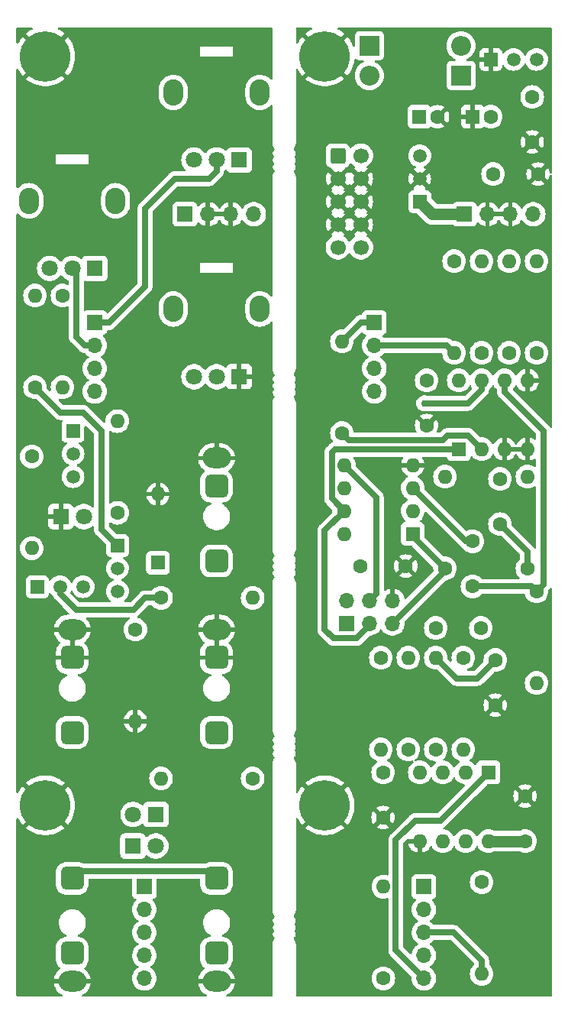
<source format=gbl>
%TF.GenerationSoftware,KiCad,Pcbnew,7.0.2-0*%
%TF.CreationDate,2023-07-19T20:31:15+01:00*%
%TF.ProjectId,attiny-modulator,61747469-6e79-42d6-9d6f-64756c61746f,rev02*%
%TF.SameCoordinates,Original*%
%TF.FileFunction,Copper,L2,Bot*%
%TF.FilePolarity,Positive*%
%FSLAX46Y46*%
G04 Gerber Fmt 4.6, Leading zero omitted, Abs format (unit mm)*
G04 Created by KiCad (PCBNEW 7.0.2-0) date 2023-07-19 20:31:15*
%MOMM*%
%LPD*%
G01*
G04 APERTURE LIST*
G04 Aperture macros list*
%AMRoundRect*
0 Rectangle with rounded corners*
0 $1 Rounding radius*
0 $2 $3 $4 $5 $6 $7 $8 $9 X,Y pos of 4 corners*
0 Add a 4 corners polygon primitive as box body*
4,1,4,$2,$3,$4,$5,$6,$7,$8,$9,$2,$3,0*
0 Add four circle primitives for the rounded corners*
1,1,$1+$1,$2,$3*
1,1,$1+$1,$4,$5*
1,1,$1+$1,$6,$7*
1,1,$1+$1,$8,$9*
0 Add four rect primitives between the rounded corners*
20,1,$1+$1,$2,$3,$4,$5,0*
20,1,$1+$1,$4,$5,$6,$7,0*
20,1,$1+$1,$6,$7,$8,$9,0*
20,1,$1+$1,$8,$9,$2,$3,0*%
G04 Aperture macros list end*
%TA.AperFunction,ComponentPad*%
%ADD10C,1.600000*%
%TD*%
%TA.AperFunction,ComponentPad*%
%ADD11O,1.600000X1.600000*%
%TD*%
%TA.AperFunction,ComponentPad*%
%ADD12R,1.600000X1.600000*%
%TD*%
%TA.AperFunction,ComponentPad*%
%ADD13R,1.700000X1.700000*%
%TD*%
%TA.AperFunction,ComponentPad*%
%ADD14O,1.700000X1.700000*%
%TD*%
%TA.AperFunction,ComponentPad*%
%ADD15C,5.600000*%
%TD*%
%TA.AperFunction,ComponentPad*%
%ADD16R,1.500000X1.500000*%
%TD*%
%TA.AperFunction,ComponentPad*%
%ADD17C,1.500000*%
%TD*%
%TA.AperFunction,ComponentPad*%
%ADD18R,2.200000X2.200000*%
%TD*%
%TA.AperFunction,ComponentPad*%
%ADD19O,2.200000X2.200000*%
%TD*%
%TA.AperFunction,ComponentPad*%
%ADD20RoundRect,0.250000X-0.600000X-0.600000X0.600000X-0.600000X0.600000X0.600000X-0.600000X0.600000X0*%
%TD*%
%TA.AperFunction,ComponentPad*%
%ADD21C,1.700000*%
%TD*%
%TA.AperFunction,ComponentPad*%
%ADD22O,3.100000X2.300000*%
%TD*%
%TA.AperFunction,ComponentPad*%
%ADD23RoundRect,0.650000X0.650000X0.650000X-0.650000X0.650000X-0.650000X-0.650000X0.650000X-0.650000X0*%
%TD*%
%TA.AperFunction,ComponentPad*%
%ADD24R,1.800000X1.800000*%
%TD*%
%TA.AperFunction,ComponentPad*%
%ADD25C,1.800000*%
%TD*%
%TA.AperFunction,ComponentPad*%
%ADD26O,2.200000X2.900000*%
%TD*%
%TA.AperFunction,ComponentPad*%
%ADD27RoundRect,0.650000X-0.650000X-0.650000X0.650000X-0.650000X0.650000X0.650000X-0.650000X0.650000X0*%
%TD*%
%TA.AperFunction,ViaPad*%
%ADD28C,0.762000*%
%TD*%
%TA.AperFunction,Conductor*%
%ADD29C,1.270000*%
%TD*%
%TA.AperFunction,Conductor*%
%ADD30C,0.635000*%
%TD*%
G04 APERTURE END LIST*
D10*
%TO.P,R19,1*%
%TO.N,Net-(Q1-E)*%
X113500000Y-117000000D03*
D11*
%TO.P,R19,2*%
%TO.N,GND*%
X113500000Y-127160000D03*
%TD*%
D10*
%TO.P,C7,1*%
%TO.N,VCC*%
X156718000Y-140462000D03*
%TO.P,C7,2*%
%TO.N,GND*%
X156718000Y-135462000D03*
%TD*%
%TO.P,R23,1*%
%TO.N,Net-(Q3-C)*%
X102362000Y-90170000D03*
D11*
%TO.P,R23,2*%
%TO.N,+5V*%
X102362000Y-80010000D03*
%TD*%
D10*
%TO.P,R4,1*%
%TO.N,Net-(U2A--)*%
X157988000Y-86360000D03*
D11*
%TO.P,R4,2*%
%TO.N,-5V*%
X157988000Y-76200000D03*
%TD*%
D10*
%TO.P,R12,1*%
%TO.N,Net-(U6A-+)*%
X146812000Y-130302000D03*
D11*
%TO.P,R12,2*%
%TO.N,Net-(C11-Pad2)*%
X146812000Y-120142000D03*
%TD*%
D10*
%TO.P,R7,1*%
%TO.N,/MCU_RESET*%
X147828000Y-110236000D03*
D11*
%TO.P,R7,2*%
%TO.N,+5V*%
X147828000Y-100076000D03*
%TD*%
D10*
%TO.P,R2,1*%
%TO.N,Net-(U2A--)*%
X136398000Y-95250000D03*
D11*
%TO.P,R2,2*%
%TO.N,/POT1_MAIN*%
X136398000Y-85090000D03*
%TD*%
D10*
%TO.P,R9,1*%
%TO.N,/OUT_MAIN*%
X149860000Y-120142000D03*
D11*
%TO.P,R9,2*%
%TO.N,Net-(U6A--)*%
X149860000Y-130302000D03*
%TD*%
D10*
%TO.P,R17,1*%
%TO.N,Net-(J11-Tip)*%
X126500000Y-133500000D03*
D11*
%TO.P,R17,2*%
%TO.N,/OUT_CTRL*%
X116340000Y-133500000D03*
%TD*%
D10*
%TO.P,C12,1*%
%TO.N,/OUT_MAIN*%
X151812000Y-116840000D03*
%TO.P,C12,2*%
%TO.N,Net-(C11-Pad2)*%
X146812000Y-116840000D03*
%TD*%
D12*
%TO.P,D6,1,K*%
%TO.N,Net-(D6-K)*%
X116000000Y-109620000D03*
D11*
%TO.P,D6,2,A*%
%TO.N,GND*%
X116000000Y-102000000D03*
%TD*%
D10*
%TO.P,R20,1*%
%TO.N,+5V*%
X102000000Y-97840000D03*
D11*
%TO.P,R20,2*%
%TO.N,Net-(Q1-C)*%
X102000000Y-108000000D03*
%TD*%
D10*
%TO.P,C6,1*%
%TO.N,+5V*%
X145796000Y-89408000D03*
%TO.P,C6,2*%
%TO.N,GND*%
X145796000Y-94408000D03*
%TD*%
D12*
%TO.P,U2,1*%
%TO.N,/MCU_ADC_1*%
X149352000Y-97028000D03*
D11*
%TO.P,U2,2,-*%
%TO.N,Net-(U2A--)*%
X151892000Y-97028000D03*
%TO.P,U2,3,+*%
%TO.N,GND*%
X154432000Y-97028000D03*
%TO.P,U2,4,V-*%
X156972000Y-97028000D03*
%TO.P,U2,5,+*%
X156972000Y-89408000D03*
%TO.P,U2,6,-*%
%TO.N,Net-(U2B--)*%
X154432000Y-89408000D03*
%TO.P,U2,7*%
%TO.N,/MCU_ADC_2*%
X151892000Y-89408000D03*
%TO.P,U2,8,V+*%
%TO.N,+5V*%
X149352000Y-89408000D03*
%TD*%
D13*
%TO.P,J10,1,Pin_1*%
%TO.N,+5V*%
X119000000Y-71000000D03*
D14*
%TO.P,J10,2,Pin_2*%
%TO.N,GND*%
X121540000Y-71000000D03*
%TO.P,J10,3,Pin_3*%
X124080000Y-71000000D03*
%TO.P,J10,4,Pin_4*%
%TO.N,-5V*%
X126620000Y-71000000D03*
%TD*%
D15*
%TO.P,H3,1,1*%
%TO.N,GND*%
X134500000Y-136500000D03*
%TD*%
D16*
%TO.P,Q3,1,C*%
%TO.N,Net-(Q3-C)*%
X111506000Y-107696000D03*
D17*
%TO.P,Q3,2,B*%
%TO.N,Net-(Q3-B)*%
X111506000Y-110236000D03*
%TO.P,Q3,3,E*%
%TO.N,Net-(D5-A)*%
X111506000Y-112776000D03*
%TD*%
D10*
%TO.P,C11,1*%
%TO.N,GND*%
X153416000Y-125396000D03*
%TO.P,C11,2*%
%TO.N,Net-(C11-Pad2)*%
X153416000Y-120396000D03*
%TD*%
D15*
%TO.P,H2,1,1*%
%TO.N,GND*%
X103500000Y-53500000D03*
%TD*%
%TO.P,H1,1,1*%
%TO.N,GND*%
X103500000Y-136500000D03*
%TD*%
D18*
%TO.P,D2,1,K*%
%TO.N,Net-(D2-K)*%
X139446000Y-52324000D03*
D19*
%TO.P,D2,2,A*%
%TO.N,VEE*%
X149606000Y-52324000D03*
%TD*%
D12*
%TO.P,C3,1*%
%TO.N,VCC*%
X145000000Y-60198000D03*
D10*
%TO.P,C3,2*%
%TO.N,GND*%
X147000000Y-60198000D03*
%TD*%
D12*
%TO.P,U6,1*%
%TO.N,/OUT_MAIN*%
X152654000Y-132842000D03*
D11*
%TO.P,U6,2,-*%
%TO.N,Net-(U6A--)*%
X150114000Y-132842000D03*
%TO.P,U6,3,+*%
%TO.N,Net-(U6A-+)*%
X147574000Y-132842000D03*
%TO.P,U6,4,V-*%
%TO.N,VEE*%
X145034000Y-132842000D03*
%TO.P,U6,5,+*%
%TO.N,GND*%
X145034000Y-140462000D03*
%TO.P,U6,6,-*%
%TO.N,/LED_NEG_MAIN*%
X147574000Y-140462000D03*
%TO.P,U6,7*%
%TO.N,/LED_POS_MAIN*%
X150114000Y-140462000D03*
%TO.P,U6,8,V+*%
%TO.N,VCC*%
X152654000Y-140462000D03*
%TD*%
D12*
%TO.P,C5,1*%
%TO.N,GND*%
X150908000Y-60198000D03*
D10*
%TO.P,C5,2*%
%TO.N,VEE*%
X152908000Y-60198000D03*
%TD*%
%TO.P,R24,1*%
%TO.N,Net-(U2B--)*%
X157988000Y-112776000D03*
D11*
%TO.P,R24,2*%
%TO.N,/CV2_MAIN*%
X157988000Y-122936000D03*
%TD*%
D10*
%TO.P,R18,1*%
%TO.N,Net-(D6-K)*%
X116340000Y-113500000D03*
D11*
%TO.P,R18,2*%
%TO.N,Net-(J3-Tip)*%
X126500000Y-113500000D03*
%TD*%
D10*
%TO.P,C2,1*%
%TO.N,GND*%
X157500000Y-63000000D03*
%TO.P,C2,2*%
%TO.N,-5V*%
X157500000Y-58000000D03*
%TD*%
D16*
%TO.P,Q1,1,C*%
%TO.N,Net-(Q1-C)*%
X102616000Y-112268000D03*
D17*
%TO.P,Q1,2,B*%
%TO.N,Net-(D6-K)*%
X105156000Y-112268000D03*
%TO.P,Q1,3,E*%
%TO.N,Net-(Q1-E)*%
X107696000Y-112268000D03*
%TD*%
D10*
%TO.P,R5,1*%
%TO.N,/MCU_ADC_1*%
X156972000Y-110236000D03*
D11*
%TO.P,R5,2*%
%TO.N,Net-(U2A--)*%
X156972000Y-100076000D03*
%TD*%
D13*
%TO.P,J13,1,Pin_1*%
%TO.N,/LED_NEG_CTRL*%
X114500000Y-145500000D03*
D14*
%TO.P,J13,2,Pin_2*%
%TO.N,/LED_POS_CTRL*%
X114500000Y-148040000D03*
%TO.P,J13,3,Pin_3*%
%TO.N,/CV1_CTRL*%
X114500000Y-150580000D03*
%TO.P,J13,4,Pin_4*%
%TO.N,/CV2_CTRL*%
X114500000Y-153120000D03*
%TO.P,J13,5,Pin_5*%
%TO.N,/OUT_CTRL*%
X114500000Y-155660000D03*
%TD*%
D10*
%TO.P,C10,1*%
%TO.N,+5V*%
X138470000Y-109982000D03*
%TO.P,C10,2*%
%TO.N,GND*%
X143470000Y-109982000D03*
%TD*%
D13*
%TO.P,J7,1,Pin_1*%
%TO.N,/POT1_CTRL*%
X109000000Y-83000000D03*
D14*
%TO.P,J7,2,Pin_2*%
%TO.N,/POT2_CTRL*%
X109000000Y-85540000D03*
%TO.P,J7,3,Pin_3*%
%TO.N,/POT3_CTRL*%
X109000000Y-88080000D03*
%TO.P,J7,4,Pin_4*%
%TO.N,/TRIG_CTRL*%
X109000000Y-90620000D03*
%TD*%
D16*
%TO.P,Q2,1,C*%
%TO.N,/TRIG_CTRL*%
X106574000Y-94996000D03*
D17*
%TO.P,Q2,2,B*%
%TO.N,Net-(Q1-C)*%
X106574000Y-97536000D03*
%TO.P,Q2,3,E*%
%TO.N,Net-(Q1-E)*%
X106574000Y-100076000D03*
%TD*%
D10*
%TO.P,C9,1*%
%TO.N,Net-(U2B--)*%
X150876000Y-112228000D03*
%TO.P,C9,2*%
%TO.N,/MCU_ADC_2*%
X150876000Y-107228000D03*
%TD*%
D15*
%TO.P,H4,1,1*%
%TO.N,GND*%
X134500000Y-53500000D03*
%TD*%
D13*
%TO.P,J6,1,MISO*%
%TO.N,/MCU_PWM*%
X136906000Y-116332000D03*
D14*
%TO.P,J6,2,VCC*%
%TO.N,+5V*%
X136906000Y-113792000D03*
%TO.P,J6,3,SCK*%
%TO.N,/MCU_ADC_1*%
X139446000Y-116332000D03*
%TO.P,J6,4,MOSI*%
%TO.N,/MCU_TRIG*%
X139446000Y-113792000D03*
%TO.P,J6,5,~{RST}*%
%TO.N,/MCU_RESET*%
X141986000Y-116332000D03*
%TO.P,J6,6,GND*%
%TO.N,GND*%
X141986000Y-113792000D03*
%TD*%
D20*
%TO.P,J1,1,-12V*%
%TO.N,Net-(D2-K)*%
X135960000Y-64500000D03*
D21*
%TO.P,J1,2,-12V*%
X138500000Y-64500000D03*
%TO.P,J1,3,GND*%
%TO.N,GND*%
X135960000Y-67040000D03*
%TO.P,J1,4,GND*%
X138500000Y-67040000D03*
%TO.P,J1,5,GND*%
X135960000Y-69580000D03*
%TO.P,J1,6,GND*%
X138500000Y-69580000D03*
%TO.P,J1,7,GND*%
X135960000Y-72120000D03*
%TO.P,J1,8,GND*%
X138500000Y-72120000D03*
%TO.P,J1,9,+12V*%
%TO.N,Net-(D1-A)*%
X135960000Y-74660000D03*
%TO.P,J1,10,+12V*%
X138500000Y-74660000D03*
%TD*%
D10*
%TO.P,C1,1*%
%TO.N,+5V*%
X153162000Y-66548000D03*
%TO.P,C1,2*%
%TO.N,GND*%
X158162000Y-66548000D03*
%TD*%
%TO.P,R10,1*%
%TO.N,Net-(U6A--)*%
X143764000Y-130302000D03*
D11*
%TO.P,R10,2*%
%TO.N,+5V*%
X143764000Y-120142000D03*
%TD*%
D10*
%TO.P,R21,1*%
%TO.N,+5V*%
X105410000Y-80010000D03*
D11*
%TO.P,R21,2*%
%TO.N,/TRIG_CTRL*%
X105410000Y-90170000D03*
%TD*%
D10*
%TO.P,R22,1*%
%TO.N,Net-(Q3-B)*%
X111500000Y-104080000D03*
D11*
%TO.P,R22,2*%
%TO.N,/TRIG_CTRL*%
X111500000Y-93920000D03*
%TD*%
D18*
%TO.P,D1,1,K*%
%TO.N,VCC*%
X149606000Y-55626000D03*
D19*
%TO.P,D1,2,A*%
%TO.N,Net-(D1-A)*%
X139446000Y-55626000D03*
%TD*%
D12*
%TO.P,U1,1,~{RESET}/PB5*%
%TO.N,/MCU_RESET*%
X144262000Y-106416000D03*
D11*
%TO.P,U1,2,XTAL1/PB3*%
%TO.N,/MCU_ADC_3*%
X144262000Y-103876000D03*
%TO.P,U1,3,XTAL2/PB4*%
%TO.N,/MCU_ADC_2*%
X144262000Y-101336000D03*
%TO.P,U1,4,GND*%
%TO.N,GND*%
X144262000Y-98796000D03*
%TO.P,U1,5,AREF/PB0*%
%TO.N,/MCU_TRIG*%
X136642000Y-98796000D03*
%TO.P,U1,6,PB1*%
%TO.N,/MCU_PWM*%
X136642000Y-101336000D03*
%TO.P,U1,7,PB2*%
%TO.N,/MCU_ADC_1*%
X136642000Y-103876000D03*
%TO.P,U1,8,VCC*%
%TO.N,+5V*%
X136642000Y-106416000D03*
%TD*%
D10*
%TO.P,C4,1*%
%TO.N,Net-(U2A--)*%
X153924000Y-100330000D03*
%TO.P,C4,2*%
%TO.N,/MCU_ADC_1*%
X153924000Y-105330000D03*
%TD*%
D16*
%TO.P,U5,1,GND*%
%TO.N,GND*%
X152908000Y-53848000D03*
D17*
%TO.P,U5,2,VI*%
%TO.N,VEE*%
X155448000Y-53848000D03*
%TO.P,U5,3,VO*%
%TO.N,-5V*%
X157988000Y-53848000D03*
%TD*%
D10*
%TO.P,C8,1*%
%TO.N,GND*%
X140970000Y-137842000D03*
%TO.P,C8,2*%
%TO.N,VEE*%
X140970000Y-132842000D03*
%TD*%
D16*
%TO.P,U4,1,VO*%
%TO.N,+5V*%
X145034000Y-69596000D03*
D17*
%TO.P,U4,2,GND*%
%TO.N,GND*%
X145034000Y-67056000D03*
%TO.P,U4,3,VI*%
%TO.N,VCC*%
X145034000Y-64516000D03*
%TD*%
D10*
%TO.P,R25,1*%
%TO.N,Net-(U2B--)*%
X154940000Y-86360000D03*
D11*
%TO.P,R25,2*%
%TO.N,-5V*%
X154940000Y-76200000D03*
%TD*%
D10*
%TO.P,R6,1*%
%TO.N,/OUT_MAIN*%
X141000000Y-155660000D03*
D11*
%TO.P,R6,2*%
%TO.N,/LED_NEG_MAIN*%
X141000000Y-145500000D03*
%TD*%
D10*
%TO.P,R26,1*%
%TO.N,/MCU_ADC_2*%
X151892000Y-86360000D03*
D11*
%TO.P,R26,2*%
%TO.N,Net-(U2B--)*%
X151892000Y-76200000D03*
%TD*%
D10*
%TO.P,R11,1*%
%TO.N,/MCU_PWM*%
X140716000Y-120142000D03*
D11*
%TO.P,R11,2*%
%TO.N,Net-(C11-Pad2)*%
X140716000Y-130302000D03*
%TD*%
D10*
%TO.P,R3,1*%
%TO.N,Net-(U2B--)*%
X148844000Y-76200000D03*
D11*
%TO.P,R3,2*%
%TO.N,/POT2_MAIN*%
X148844000Y-86360000D03*
%TD*%
D10*
%TO.P,R1,1*%
%TO.N,Net-(U2A--)*%
X151892000Y-145000000D03*
D11*
%TO.P,R1,2*%
%TO.N,/CV1_MAIN*%
X151892000Y-155160000D03*
%TD*%
D22*
%TO.P,J11,1,Sleeve*%
%TO.N,GND*%
X122500000Y-155980000D03*
D23*
%TO.P,J11,2,Tip*%
%TO.N,Net-(J11-Tip)*%
X122500000Y-144580000D03*
%TO.P,J11,3,Tip_normalize*%
%TO.N,unconnected-(J11-Tip_normalize-Pad3)*%
X122500000Y-152880000D03*
%TD*%
D24*
%TO.P,D5,1,K*%
%TO.N,GND*%
X105225000Y-104500000D03*
D25*
%TO.P,D5,2,A*%
%TO.N,Net-(D5-A)*%
X107765000Y-104500000D03*
%TD*%
D26*
%TO.P,RV2,*%
%TO.N,*%
X111300000Y-69500000D03*
X101700000Y-69500000D03*
D24*
%TO.P,RV2,1,1*%
%TO.N,-5V*%
X109000000Y-77000000D03*
D25*
%TO.P,RV2,2,2*%
%TO.N,/POT2_CTRL*%
X106500000Y-77000000D03*
%TO.P,RV2,3,3*%
%TO.N,+5V*%
X104000000Y-77000000D03*
%TD*%
D22*
%TO.P,J5,1,Sleeve*%
%TO.N,GND*%
X122500000Y-117020000D03*
D27*
%TO.P,J5,2,Tip*%
%TO.N,/CV1_CTRL*%
X122500000Y-128420000D03*
%TO.P,J5,3,Tip_normalize*%
%TO.N,GND*%
X122500000Y-120120000D03*
%TD*%
D13*
%TO.P,J9,1,Pin_1*%
%TO.N,+5V*%
X150000000Y-71000000D03*
D14*
%TO.P,J9,2,Pin_2*%
%TO.N,GND*%
X152540000Y-71000000D03*
%TO.P,J9,3,Pin_3*%
X155080000Y-71000000D03*
%TO.P,J9,4,Pin_4*%
%TO.N,-5V*%
X157620000Y-71000000D03*
%TD*%
D22*
%TO.P,J4,1,Sleeve*%
%TO.N,GND*%
X106500000Y-155980000D03*
D23*
%TO.P,J4,2,Tip*%
%TO.N,Net-(J11-Tip)*%
X106500000Y-144580000D03*
%TO.P,J4,3,Tip_normalize*%
%TO.N,unconnected-(J4-Tip_normalize-Pad3)*%
X106500000Y-152880000D03*
%TD*%
D26*
%TO.P,RV3,*%
%TO.N,*%
X127300000Y-81500000D03*
X117700000Y-81500000D03*
D24*
%TO.P,RV3,1,1*%
%TO.N,GND*%
X125000000Y-89000000D03*
D25*
%TO.P,RV3,2,2*%
%TO.N,/POT3_CTRL*%
X122500000Y-89000000D03*
%TO.P,RV3,3,3*%
%TO.N,+5V*%
X120000000Y-89000000D03*
%TD*%
D24*
%TO.P,D3,1,K*%
%TO.N,/LED_NEG_CTRL*%
X115775000Y-137500000D03*
D25*
%TO.P,D3,2,A*%
%TO.N,/LED_POS_CTRL*%
X113235000Y-137500000D03*
%TD*%
D26*
%TO.P,RV1,*%
%TO.N,*%
X127300000Y-57500000D03*
X117700000Y-57500000D03*
D24*
%TO.P,RV1,1,1*%
%TO.N,-5V*%
X125000000Y-65000000D03*
D25*
%TO.P,RV1,2,2*%
%TO.N,/POT1_CTRL*%
X122500000Y-65000000D03*
%TO.P,RV1,3,3*%
%TO.N,+5V*%
X120000000Y-65000000D03*
%TD*%
D22*
%TO.P,J3,1,Sleeve*%
%TO.N,GND*%
X122500000Y-98020000D03*
D27*
%TO.P,J3,2,Tip*%
%TO.N,Net-(J3-Tip)*%
X122500000Y-109420000D03*
%TO.P,J3,3,Tip_normalize*%
%TO.N,unconnected-(J3-Tip_normalize-Pad3)*%
X122500000Y-101120000D03*
%TD*%
D24*
%TO.P,D4,1,K*%
%TO.N,/LED_POS_CTRL*%
X113225000Y-141000000D03*
D25*
%TO.P,D4,2,A*%
%TO.N,/LED_NEG_CTRL*%
X115765000Y-141000000D03*
%TD*%
D13*
%TO.P,J12,1,Pin_1*%
%TO.N,/LED_NEG_MAIN*%
X145500000Y-145500000D03*
D14*
%TO.P,J12,2,Pin_2*%
%TO.N,/LED_POS_MAIN*%
X145500000Y-148040000D03*
%TO.P,J12,3,Pin_3*%
%TO.N,/CV1_MAIN*%
X145500000Y-150580000D03*
%TO.P,J12,4,Pin_4*%
%TO.N,/CV2_MAIN*%
X145500000Y-153120000D03*
%TO.P,J12,5,Pin_5*%
%TO.N,/OUT_MAIN*%
X145500000Y-155660000D03*
%TD*%
D22*
%TO.P,J2,1,Sleeve*%
%TO.N,GND*%
X106500000Y-117020000D03*
D27*
%TO.P,J2,2,Tip*%
%TO.N,/CV2_CTRL*%
X106500000Y-128420000D03*
%TO.P,J2,3,Tip_normalize*%
%TO.N,GND*%
X106500000Y-120120000D03*
%TD*%
D13*
%TO.P,J8,1,Pin_1*%
%TO.N,/POT1_MAIN*%
X140000000Y-83000000D03*
D14*
%TO.P,J8,2,Pin_2*%
%TO.N,/POT2_MAIN*%
X140000000Y-85540000D03*
%TO.P,J8,3,Pin_3*%
%TO.N,/MCU_ADC_3*%
X140000000Y-88080000D03*
%TO.P,J8,4,Pin_4*%
%TO.N,/MCU_TRIG*%
X140000000Y-90620000D03*
%TD*%
D28*
%TO.N,/MCU_ADC_2*%
X145542000Y-91948000D03*
%TD*%
D29*
%TO.N,+5V*%
X150000000Y-71000000D02*
X146438000Y-71000000D01*
X146438000Y-71000000D02*
X145034000Y-69596000D01*
%TO.N,VCC*%
X152654000Y-140462000D02*
X156718000Y-140462000D01*
D30*
%TO.N,Net-(U2B--)*%
X158750000Y-112014000D02*
X157988000Y-112776000D01*
X158750000Y-94996000D02*
X158750000Y-112014000D01*
X154432000Y-90678000D02*
X158750000Y-94996000D01*
X154432000Y-89408000D02*
X154432000Y-90678000D01*
X157440000Y-112228000D02*
X157988000Y-112776000D01*
X150876000Y-112228000D02*
X157440000Y-112228000D01*
%TO.N,/MCU_ADC_1*%
X134500000Y-106018000D02*
X134500000Y-117000000D01*
X138000000Y-118000000D02*
X139446000Y-116554000D01*
X139446000Y-116554000D02*
X139446000Y-116332000D01*
X136642000Y-103876000D02*
X134500000Y-106018000D01*
X135270500Y-102504500D02*
X135270500Y-97393500D01*
X135500000Y-118000000D02*
X138000000Y-118000000D01*
X156972000Y-108378000D02*
X153924000Y-105330000D01*
X136642000Y-103876000D02*
X135270500Y-102504500D01*
X134500000Y-117000000D02*
X135500000Y-118000000D01*
X156972000Y-110236000D02*
X156972000Y-108378000D01*
X135270500Y-97393500D02*
X135636000Y-97028000D01*
X135636000Y-97028000D02*
X149352000Y-97028000D01*
%TO.N,Net-(U2A--)*%
X136398000Y-95250000D02*
X137197999Y-96049999D01*
X147587001Y-96049999D02*
X148133000Y-95504000D01*
X150368000Y-95504000D02*
X151892000Y-97028000D01*
X137197999Y-96049999D02*
X147587001Y-96049999D01*
X148133000Y-95504000D02*
X150368000Y-95504000D01*
%TO.N,/MCU_ADC_2*%
X150154000Y-107228000D02*
X150876000Y-107228000D01*
X151892000Y-90424000D02*
X151892000Y-89408000D01*
X150368000Y-91948000D02*
X151892000Y-90424000D01*
X144262000Y-101336000D02*
X150154000Y-107228000D01*
X145542000Y-91948000D02*
X150368000Y-91948000D01*
%TO.N,Net-(D6-K)*%
X105156000Y-113030000D02*
X106934000Y-114808000D01*
X114592000Y-113500000D02*
X116340000Y-113500000D01*
X113284000Y-114808000D02*
X114592000Y-113500000D01*
X105156000Y-112268000D02*
X105156000Y-113030000D01*
X106934000Y-114808000D02*
X113284000Y-114808000D01*
%TO.N,/MCU_TRIG*%
X140208000Y-102362000D02*
X140208000Y-113030000D01*
X140208000Y-113030000D02*
X139446000Y-113792000D01*
X136642000Y-98796000D02*
X140208000Y-102362000D01*
%TO.N,/MCU_RESET*%
X144262000Y-106670000D02*
X147828000Y-110236000D01*
X141986000Y-116332000D02*
X147828000Y-110490000D01*
X144262000Y-106416000D02*
X144262000Y-106670000D01*
X147828000Y-110490000D02*
X147828000Y-110236000D01*
%TO.N,/POT1_CTRL*%
X114554000Y-70358000D02*
X117856000Y-67056000D01*
X109000000Y-83000000D02*
X110548000Y-83000000D01*
X110548000Y-83000000D02*
X114554000Y-78994000D01*
X121666000Y-67056000D02*
X122500000Y-66222000D01*
X114554000Y-78994000D02*
X114554000Y-70358000D01*
X117856000Y-67056000D02*
X121666000Y-67056000D01*
X122500000Y-66222000D02*
X122500000Y-65000000D01*
%TO.N,/POT2_CTRL*%
X106500000Y-77000000D02*
X106934000Y-77434000D01*
X107892000Y-85540000D02*
X109000000Y-85540000D01*
X106934000Y-84582000D02*
X107892000Y-85540000D01*
X106934000Y-77434000D02*
X106934000Y-84582000D01*
%TO.N,/POT1_MAIN*%
X140000000Y-83000000D02*
X138488000Y-83000000D01*
X138488000Y-83000000D02*
X136398000Y-85090000D01*
%TO.N,/CV1_MAIN*%
X151892000Y-155160000D02*
X151892000Y-153670000D01*
X151892000Y-153670000D02*
X148802000Y-150580000D01*
X148802000Y-150580000D02*
X145500000Y-150580000D01*
%TO.N,/POT2_MAIN*%
X140000000Y-85540000D02*
X148024000Y-85540000D01*
X148024000Y-85540000D02*
X148844000Y-86360000D01*
%TO.N,/OUT_MAIN*%
X142371500Y-140330500D02*
X142371500Y-152531500D01*
X152654000Y-132842000D02*
X147320000Y-138176000D01*
X144526000Y-138176000D02*
X142371500Y-140330500D01*
X142371500Y-152531500D02*
X145500000Y-155660000D01*
X147320000Y-138176000D02*
X144526000Y-138176000D01*
%TO.N,Net-(Q3-C)*%
X107696000Y-92964000D02*
X109728000Y-94996000D01*
X102362000Y-90170000D02*
X105156000Y-92964000D01*
X109728000Y-94996000D02*
X109728000Y-105918000D01*
X109728000Y-105918000D02*
X111506000Y-107696000D01*
X105156000Y-92964000D02*
X107696000Y-92964000D01*
%TO.N,Net-(J11-Tip)*%
X107316000Y-143764000D02*
X121684000Y-143764000D01*
X121684000Y-143764000D02*
X122500000Y-144580000D01*
X106500000Y-144580000D02*
X107316000Y-143764000D01*
%TO.N,Net-(C11-Pad2)*%
X151384000Y-122428000D02*
X153416000Y-120396000D01*
X149098000Y-122428000D02*
X151384000Y-122428000D01*
X146812000Y-120142000D02*
X149098000Y-122428000D01*
%TD*%
%TA.AperFunction,Conductor*%
%TO.N,GND*%
G36*
X102060090Y-50320185D02*
G01*
X102105845Y-50372989D01*
X102115789Y-50442147D01*
X102086764Y-50505703D01*
X102045117Y-50537039D01*
X101955038Y-50578714D01*
X101949099Y-50581862D01*
X101648240Y-50762882D01*
X101642694Y-50766642D01*
X101363149Y-50979146D01*
X101358054Y-50983474D01*
X101347256Y-50993702D01*
X101347255Y-50993703D01*
X102555819Y-52202266D01*
X102365130Y-52365130D01*
X102202266Y-52555818D01*
X100996442Y-51349994D01*
X100996441Y-51349995D01*
X100871207Y-51497433D01*
X100867147Y-51502774D01*
X100670102Y-51793393D01*
X100666641Y-51799145D01*
X100534054Y-52049231D01*
X100485261Y-52099240D01*
X100417176Y-52114932D01*
X100351416Y-52091322D01*
X100308859Y-52035908D01*
X100300500Y-51991153D01*
X100300500Y-50424500D01*
X100320185Y-50357460D01*
X100372989Y-50311706D01*
X100424500Y-50300500D01*
X101993051Y-50300500D01*
X102060090Y-50320185D01*
G37*
%TD.AperFunction*%
%TA.AperFunction,Conductor*%
G36*
X106750000Y-119820000D02*
G01*
X106249999Y-119820000D01*
X106250000Y-117320000D01*
X106750000Y-117320000D01*
X106750000Y-119820000D01*
G37*
%TD.AperFunction*%
%TA.AperFunction,Conductor*%
G36*
X122750000Y-119820000D02*
G01*
X122249999Y-119820000D01*
X122250000Y-117320000D01*
X122750000Y-117320000D01*
X122750000Y-119820000D01*
G37*
%TD.AperFunction*%
%TA.AperFunction,Conductor*%
G36*
X123620507Y-70790156D02*
G01*
X123580000Y-70928111D01*
X123580000Y-71071889D01*
X123620507Y-71209844D01*
X123646314Y-71250000D01*
X121973686Y-71250000D01*
X121999493Y-71209844D01*
X122040000Y-71071889D01*
X122040000Y-70928111D01*
X121999493Y-70790156D01*
X121973686Y-70750000D01*
X123646314Y-70750000D01*
X123620507Y-70790156D01*
G37*
%TD.AperFunction*%
%TA.AperFunction,Conductor*%
G36*
X128642539Y-50320185D02*
G01*
X128688294Y-50372989D01*
X128699500Y-50424500D01*
X128699500Y-55975769D01*
X128679815Y-56042808D01*
X128627011Y-56088563D01*
X128557853Y-56098507D01*
X128494297Y-56069482D01*
X128481215Y-56056307D01*
X128440898Y-56009102D01*
X128248376Y-55844672D01*
X128032502Y-55712384D01*
X127915546Y-55663939D01*
X127798590Y-55615494D01*
X127552404Y-55556391D01*
X127300000Y-55536526D01*
X127047595Y-55556391D01*
X126801409Y-55615494D01*
X126567496Y-55712385D01*
X126351625Y-55844671D01*
X126159102Y-56009102D01*
X125994671Y-56201625D01*
X125900500Y-56355298D01*
X125862384Y-56417498D01*
X125848195Y-56451751D01*
X125765494Y-56651409D01*
X125706391Y-56897595D01*
X125691691Y-57084366D01*
X125691690Y-57084382D01*
X125691500Y-57086801D01*
X125691500Y-57913199D01*
X125691690Y-57915618D01*
X125691691Y-57915633D01*
X125706391Y-58102404D01*
X125765494Y-58348590D01*
X125807186Y-58449243D01*
X125862384Y-58582502D01*
X125994672Y-58798376D01*
X126159102Y-58990898D01*
X126351624Y-59155328D01*
X126567498Y-59287616D01*
X126801409Y-59384505D01*
X127047597Y-59443609D01*
X127300000Y-59463474D01*
X127552403Y-59443609D01*
X127798591Y-59384505D01*
X128032502Y-59287616D01*
X128248376Y-59155328D01*
X128440898Y-58990898D01*
X128481212Y-58943696D01*
X128539714Y-58905506D01*
X128609582Y-58905006D01*
X128668629Y-58942359D01*
X128698108Y-59005706D01*
X128699499Y-59024230D01*
X128699500Y-62952405D01*
X128699500Y-63107761D01*
X128734974Y-63320350D01*
X128774722Y-63436131D01*
X128804955Y-63524195D01*
X128907534Y-63713744D01*
X128907536Y-63713747D01*
X128907537Y-63713748D01*
X128914646Y-63722882D01*
X128940288Y-63787876D01*
X128926721Y-63856416D01*
X128897996Y-63892755D01*
X128867857Y-63918870D01*
X128821632Y-63990799D01*
X128790047Y-64039947D01*
X128749500Y-64178039D01*
X128749500Y-64321961D01*
X128790047Y-64460053D01*
X128815719Y-64500000D01*
X128852968Y-64557961D01*
X128872652Y-64625001D01*
X128852968Y-64692039D01*
X128825121Y-64735371D01*
X128790047Y-64789947D01*
X128749500Y-64928039D01*
X128749500Y-65071961D01*
X128790047Y-65210053D01*
X128852968Y-65307960D01*
X128872653Y-65374999D01*
X128852968Y-65442038D01*
X128790047Y-65539947D01*
X128749500Y-65678039D01*
X128749500Y-65821961D01*
X128790047Y-65960053D01*
X128841223Y-66039685D01*
X128867857Y-66081128D01*
X128897995Y-66107243D01*
X128935769Y-66166021D01*
X128935769Y-66235891D01*
X128914648Y-66277114D01*
X128907539Y-66286248D01*
X128907536Y-66286253D01*
X128907534Y-66286256D01*
X128813771Y-66459514D01*
X128804953Y-66475809D01*
X128734974Y-66679649D01*
X128699500Y-66892238D01*
X128699500Y-66943827D01*
X128699499Y-79975768D01*
X128679814Y-80042807D01*
X128627010Y-80088562D01*
X128557852Y-80098506D01*
X128494296Y-80069481D01*
X128481209Y-80056300D01*
X128469685Y-80042807D01*
X128440898Y-80009102D01*
X128248376Y-79844672D01*
X128032502Y-79712384D01*
X127915546Y-79663939D01*
X127798590Y-79615494D01*
X127552404Y-79556391D01*
X127426201Y-79546458D01*
X127300000Y-79536526D01*
X127299999Y-79536526D01*
X127047595Y-79556391D01*
X126801409Y-79615494D01*
X126567496Y-79712385D01*
X126351625Y-79844671D01*
X126159102Y-80009102D01*
X125994671Y-80201625D01*
X125862385Y-80417496D01*
X125765494Y-80651409D01*
X125706391Y-80897595D01*
X125691691Y-81084366D01*
X125691690Y-81084382D01*
X125691500Y-81086801D01*
X125691500Y-81913199D01*
X125691690Y-81915618D01*
X125691691Y-81915633D01*
X125706391Y-82102404D01*
X125765494Y-82348590D01*
X125767076Y-82352409D01*
X125862384Y-82582502D01*
X125994672Y-82798376D01*
X126159102Y-82990898D01*
X126351624Y-83155328D01*
X126567498Y-83287616D01*
X126801409Y-83384505D01*
X127047597Y-83443609D01*
X127300000Y-83463474D01*
X127552403Y-83443609D01*
X127798591Y-83384505D01*
X128032502Y-83287616D01*
X128248376Y-83155328D01*
X128440898Y-82990898D01*
X128481211Y-82943697D01*
X128539716Y-82905506D01*
X128609583Y-82905007D01*
X128668630Y-82942361D01*
X128698108Y-83005708D01*
X128699499Y-83024231D01*
X128699499Y-87977066D01*
X128699500Y-87977071D01*
X128699499Y-88107761D01*
X128734974Y-88320350D01*
X128804953Y-88524190D01*
X128804955Y-88524195D01*
X128907534Y-88713744D01*
X128907536Y-88713747D01*
X128907537Y-88713748D01*
X128914646Y-88722882D01*
X128940288Y-88787876D01*
X128926721Y-88856416D01*
X128897996Y-88892755D01*
X128867857Y-88918870D01*
X128815720Y-88999999D01*
X128790047Y-89039947D01*
X128749500Y-89178039D01*
X128749500Y-89321961D01*
X128790047Y-89460053D01*
X128852968Y-89557960D01*
X128872653Y-89624999D01*
X128852969Y-89692038D01*
X128824947Y-89735641D01*
X128790047Y-89789947D01*
X128749500Y-89928039D01*
X128749500Y-90071961D01*
X128790047Y-90210053D01*
X128820332Y-90257178D01*
X128852968Y-90307961D01*
X128872652Y-90375001D01*
X128852968Y-90442039D01*
X128799738Y-90524868D01*
X128790047Y-90539947D01*
X128749500Y-90678039D01*
X128749500Y-90821961D01*
X128790047Y-90960053D01*
X128832990Y-91026874D01*
X128867857Y-91081128D01*
X128897995Y-91107243D01*
X128935769Y-91166021D01*
X128935769Y-91235891D01*
X128914648Y-91277114D01*
X128907539Y-91286248D01*
X128907536Y-91286253D01*
X128907534Y-91286256D01*
X128814987Y-91457268D01*
X128804953Y-91475809D01*
X128734974Y-91679649D01*
X128699499Y-91892238D01*
X128699499Y-108107761D01*
X128734974Y-108320350D01*
X128804953Y-108524190D01*
X128804955Y-108524195D01*
X128907534Y-108713744D01*
X128907536Y-108713747D01*
X128907537Y-108713748D01*
X128914646Y-108722882D01*
X128940288Y-108787876D01*
X128926721Y-108856416D01*
X128897996Y-108892755D01*
X128867857Y-108918870D01*
X128790047Y-109039947D01*
X128749500Y-109178039D01*
X128749500Y-109321961D01*
X128790047Y-109460053D01*
X128852968Y-109557960D01*
X128872653Y-109624999D01*
X128852969Y-109692038D01*
X128852968Y-109692040D01*
X128790047Y-109789947D01*
X128749500Y-109928039D01*
X128749500Y-110071961D01*
X128790047Y-110210053D01*
X128806722Y-110236000D01*
X128852968Y-110307961D01*
X128872652Y-110375001D01*
X128852968Y-110442039D01*
X128806547Y-110514273D01*
X128790047Y-110539947D01*
X128749500Y-110678039D01*
X128749500Y-110821961D01*
X128790047Y-110960053D01*
X128851125Y-111055093D01*
X128867857Y-111081128D01*
X128897995Y-111107243D01*
X128935769Y-111166021D01*
X128935769Y-111235891D01*
X128914648Y-111277114D01*
X128907539Y-111286248D01*
X128907536Y-111286253D01*
X128907534Y-111286256D01*
X128815696Y-111455958D01*
X128804953Y-111475809D01*
X128734974Y-111679649D01*
X128699499Y-111892238D01*
X128699499Y-128107761D01*
X128734974Y-128320350D01*
X128774722Y-128436131D01*
X128804955Y-128524195D01*
X128907534Y-128713744D01*
X128907536Y-128713747D01*
X128907537Y-128713748D01*
X128914646Y-128722882D01*
X128940288Y-128787876D01*
X128926721Y-128856416D01*
X128897996Y-128892755D01*
X128867857Y-128918870D01*
X128810285Y-129008456D01*
X128790047Y-129039947D01*
X128749500Y-129178039D01*
X128749500Y-129321961D01*
X128790047Y-129460053D01*
X128852967Y-129557959D01*
X128852968Y-129557960D01*
X128872652Y-129624999D01*
X128852968Y-129692037D01*
X128790047Y-129789945D01*
X128749499Y-129928038D01*
X128749500Y-129928039D01*
X128749500Y-130071961D01*
X128790047Y-130210053D01*
X128825214Y-130264775D01*
X128852968Y-130307961D01*
X128872652Y-130375001D01*
X128852968Y-130442039D01*
X128796384Y-130530087D01*
X128790047Y-130539947D01*
X128749500Y-130678039D01*
X128749500Y-130821961D01*
X128790047Y-130960053D01*
X128867856Y-131081127D01*
X128867857Y-131081128D01*
X128897995Y-131107243D01*
X128935769Y-131166021D01*
X128935769Y-131235891D01*
X128914648Y-131277114D01*
X128907539Y-131286248D01*
X128907536Y-131286253D01*
X128907534Y-131286256D01*
X128814547Y-131458081D01*
X128804953Y-131475809D01*
X128734974Y-131679649D01*
X128699499Y-131892238D01*
X128699499Y-148107761D01*
X128734974Y-148320350D01*
X128804953Y-148524190D01*
X128804955Y-148524195D01*
X128907534Y-148713744D01*
X128907536Y-148713747D01*
X128907537Y-148713748D01*
X128914646Y-148722882D01*
X128940288Y-148787876D01*
X128926721Y-148856416D01*
X128897996Y-148892755D01*
X128867857Y-148918870D01*
X128790047Y-149039947D01*
X128749500Y-149178039D01*
X128749500Y-149321961D01*
X128790047Y-149460053D01*
X128852967Y-149557959D01*
X128852968Y-149557960D01*
X128872652Y-149624999D01*
X128852968Y-149692037D01*
X128790047Y-149789945D01*
X128763628Y-149879923D01*
X128749500Y-149928039D01*
X128749500Y-150071961D01*
X128790047Y-150210053D01*
X128798288Y-150222876D01*
X128852968Y-150307961D01*
X128872652Y-150375001D01*
X128852968Y-150442039D01*
X128790047Y-150539946D01*
X128790047Y-150539947D01*
X128749500Y-150678039D01*
X128749500Y-150821961D01*
X128790047Y-150960053D01*
X128861750Y-151071626D01*
X128867857Y-151081128D01*
X128897995Y-151107243D01*
X128935769Y-151166021D01*
X128935769Y-151235891D01*
X128914648Y-151277114D01*
X128907539Y-151286248D01*
X128907536Y-151286253D01*
X128907534Y-151286256D01*
X128804955Y-151475805D01*
X128804953Y-151475809D01*
X128734974Y-151679649D01*
X128699500Y-151892238D01*
X128699500Y-157575500D01*
X128679815Y-157642539D01*
X128627011Y-157688294D01*
X128575500Y-157699500D01*
X123683808Y-157699500D01*
X123616769Y-157679815D01*
X123571014Y-157627011D01*
X123561070Y-157557853D01*
X123590095Y-157494297D01*
X123636354Y-157460939D01*
X123651404Y-157454704D01*
X123872843Y-157319006D01*
X124070333Y-157150333D01*
X124239006Y-156952843D01*
X124374705Y-156731402D01*
X124474096Y-156491455D01*
X124534725Y-156238912D01*
X124535426Y-156230000D01*
X123166111Y-156230000D01*
X123205610Y-156205543D01*
X123273201Y-156116038D01*
X123303895Y-156008160D01*
X123293546Y-155896479D01*
X123243552Y-155796078D01*
X123171069Y-155730000D01*
X124535426Y-155730000D01*
X124535426Y-155729999D01*
X124534725Y-155721087D01*
X124474096Y-155468544D01*
X124374705Y-155228597D01*
X124239006Y-155007156D01*
X124070333Y-154809666D01*
X123865424Y-154634656D01*
X123867867Y-154631795D01*
X123833477Y-154593786D01*
X123822052Y-154524857D01*
X123849706Y-154460693D01*
X123875060Y-154437569D01*
X123893275Y-154425092D01*
X124045092Y-154273275D01*
X124166427Y-154096146D01*
X124253150Y-153899739D01*
X124302306Y-153690740D01*
X124308500Y-153601502D01*
X124308500Y-152158498D01*
X124302306Y-152069260D01*
X124253150Y-151860261D01*
X124166427Y-151663854D01*
X124045092Y-151486725D01*
X123893275Y-151334908D01*
X123716146Y-151213573D01*
X123519739Y-151126850D01*
X123519737Y-151126849D01*
X123310739Y-151077693D01*
X123223644Y-151071648D01*
X123223624Y-151071647D01*
X123221502Y-151071500D01*
X123207272Y-151071500D01*
X123140233Y-151051815D01*
X123094478Y-150999011D01*
X123084534Y-150929853D01*
X123113559Y-150866297D01*
X123151818Y-150836591D01*
X123157470Y-150833765D01*
X123225000Y-150800000D01*
X123450000Y-150650000D01*
X123625000Y-150500000D01*
X123775000Y-150300000D01*
X123925000Y-150000000D01*
X123975000Y-149725000D01*
X124000000Y-149500000D01*
X123975000Y-149275000D01*
X123925000Y-149050000D01*
X123825000Y-148800000D01*
X123675000Y-148575000D01*
X123525000Y-148400000D01*
X123300000Y-148225000D01*
X123299998Y-148224999D01*
X123299997Y-148224998D01*
X123100002Y-148125001D01*
X123100001Y-148125001D01*
X123100000Y-148125000D01*
X122989016Y-148088005D01*
X122878031Y-148051010D01*
X122878025Y-148051008D01*
X122875000Y-148050000D01*
X122871892Y-148049309D01*
X122871880Y-148049306D01*
X122650000Y-148000000D01*
X122375000Y-148000000D01*
X122128786Y-148049242D01*
X122128773Y-148049245D01*
X122125000Y-148050000D01*
X122121343Y-148051218D01*
X122121339Y-148051220D01*
X121977446Y-148099184D01*
X121977431Y-148099189D01*
X121975000Y-148100000D01*
X121972647Y-148101008D01*
X121972627Y-148101016D01*
X121799999Y-148175000D01*
X121652237Y-148273508D01*
X121652226Y-148273515D01*
X121650000Y-148275000D01*
X121647907Y-148276673D01*
X121647902Y-148276678D01*
X121527675Y-148372859D01*
X121527664Y-148372868D01*
X121525000Y-148375000D01*
X121522583Y-148377416D01*
X121522574Y-148377425D01*
X121377425Y-148522574D01*
X121377416Y-148522583D01*
X121375000Y-148525000D01*
X121372868Y-148527664D01*
X121372859Y-148527675D01*
X121277252Y-148647184D01*
X121277245Y-148647192D01*
X121275000Y-148650000D01*
X121273097Y-148653044D01*
X121273089Y-148653056D01*
X121149999Y-148850000D01*
X121075000Y-149050000D01*
X121074253Y-149052174D01*
X121025001Y-149199992D01*
X121000000Y-149350001D01*
X121000000Y-149675000D01*
X121049242Y-149921213D01*
X121049244Y-149921222D01*
X121050000Y-149925000D01*
X121051220Y-149928660D01*
X121098986Y-150071960D01*
X121100000Y-150075000D01*
X121175000Y-150225000D01*
X121176219Y-150227033D01*
X121176222Y-150227037D01*
X121249999Y-150349999D01*
X121373190Y-150497829D01*
X121373199Y-150497839D01*
X121375000Y-150500000D01*
X121500000Y-150625000D01*
X121625000Y-150725000D01*
X121723241Y-150781137D01*
X121796921Y-150823241D01*
X121796926Y-150823243D01*
X121800000Y-150825000D01*
X121803262Y-150826398D01*
X121820451Y-150833765D01*
X121874316Y-150878266D01*
X121895572Y-150944824D01*
X121877469Y-151012307D01*
X121825755Y-151059291D01*
X121776072Y-151071626D01*
X121778497Y-151071500D01*
X121689260Y-151077693D01*
X121480262Y-151126849D01*
X121283853Y-151213573D01*
X121106724Y-151334908D01*
X120954908Y-151486724D01*
X120833573Y-151663853D01*
X120746849Y-151860262D01*
X120697693Y-152069260D01*
X120691648Y-152156355D01*
X120691647Y-152156376D01*
X120691500Y-152158498D01*
X120691500Y-153601502D01*
X120691647Y-153603624D01*
X120691648Y-153603644D01*
X120697693Y-153690739D01*
X120746849Y-153899737D01*
X120746850Y-153899739D01*
X120833573Y-154096146D01*
X120954908Y-154273275D01*
X121106725Y-154425092D01*
X121124937Y-154437567D01*
X121169119Y-154491692D01*
X121177025Y-154561113D01*
X121146145Y-154623788D01*
X121133902Y-154633868D01*
X121134576Y-154634656D01*
X120929666Y-154809666D01*
X120760993Y-155007156D01*
X120625294Y-155228597D01*
X120525903Y-155468544D01*
X120465274Y-155721087D01*
X120464573Y-155729999D01*
X120464574Y-155730000D01*
X121833889Y-155730000D01*
X121794390Y-155754457D01*
X121726799Y-155843962D01*
X121696105Y-155951840D01*
X121706454Y-156063521D01*
X121756448Y-156163922D01*
X121828931Y-156230000D01*
X120464573Y-156230000D01*
X120465274Y-156238912D01*
X120525903Y-156491455D01*
X120625294Y-156731402D01*
X120760993Y-156952843D01*
X120929666Y-157150333D01*
X121127156Y-157319006D01*
X121348595Y-157454704D01*
X121363646Y-157460939D01*
X121418049Y-157504781D01*
X121440113Y-157571075D01*
X121422833Y-157638774D01*
X121371696Y-157686384D01*
X121316192Y-157699500D01*
X107683808Y-157699500D01*
X107616769Y-157679815D01*
X107571014Y-157627011D01*
X107561070Y-157557853D01*
X107590095Y-157494297D01*
X107636354Y-157460939D01*
X107651404Y-157454704D01*
X107872843Y-157319006D01*
X108070333Y-157150333D01*
X108239006Y-156952843D01*
X108374705Y-156731402D01*
X108474096Y-156491455D01*
X108534725Y-156238912D01*
X108535426Y-156230000D01*
X107166111Y-156230000D01*
X107205610Y-156205543D01*
X107273201Y-156116038D01*
X107303895Y-156008160D01*
X107293546Y-155896479D01*
X107243552Y-155796078D01*
X107171069Y-155730000D01*
X108535426Y-155730000D01*
X108535426Y-155729999D01*
X108534725Y-155721087D01*
X108474096Y-155468544D01*
X108374705Y-155228597D01*
X108239006Y-155007156D01*
X108070333Y-154809666D01*
X107865424Y-154634656D01*
X107867867Y-154631795D01*
X107833477Y-154593786D01*
X107822052Y-154524857D01*
X107849706Y-154460693D01*
X107875060Y-154437569D01*
X107893275Y-154425092D01*
X108045092Y-154273275D01*
X108166427Y-154096146D01*
X108253150Y-153899739D01*
X108302306Y-153690740D01*
X108308500Y-153601502D01*
X108308500Y-152158498D01*
X108302306Y-152069260D01*
X108253150Y-151860261D01*
X108166427Y-151663854D01*
X108045092Y-151486725D01*
X107893275Y-151334908D01*
X107716146Y-151213573D01*
X107519739Y-151126850D01*
X107519737Y-151126849D01*
X107310739Y-151077693D01*
X107223644Y-151071648D01*
X107223624Y-151071647D01*
X107221502Y-151071500D01*
X107207272Y-151071500D01*
X107140233Y-151051815D01*
X107094478Y-150999011D01*
X107084534Y-150929853D01*
X107113559Y-150866297D01*
X107151818Y-150836591D01*
X107157470Y-150833765D01*
X107225000Y-150800000D01*
X107450000Y-150650000D01*
X107625000Y-150500000D01*
X107775000Y-150300000D01*
X107925000Y-150000000D01*
X107975000Y-149725000D01*
X108000000Y-149500000D01*
X107975000Y-149275000D01*
X107925000Y-149050000D01*
X107825000Y-148800000D01*
X107675000Y-148575000D01*
X107525000Y-148400000D01*
X107300000Y-148225000D01*
X107299998Y-148224999D01*
X107299997Y-148224998D01*
X107100002Y-148125001D01*
X107100001Y-148125001D01*
X107100000Y-148125000D01*
X106989016Y-148088005D01*
X106878031Y-148051010D01*
X106878025Y-148051008D01*
X106875000Y-148050000D01*
X106871892Y-148049309D01*
X106871880Y-148049306D01*
X106650000Y-148000000D01*
X106375000Y-148000000D01*
X106128786Y-148049242D01*
X106128773Y-148049245D01*
X106125000Y-148050000D01*
X106121343Y-148051218D01*
X106121339Y-148051220D01*
X105977446Y-148099184D01*
X105977431Y-148099189D01*
X105975000Y-148100000D01*
X105972647Y-148101008D01*
X105972627Y-148101016D01*
X105799999Y-148175000D01*
X105652237Y-148273508D01*
X105652226Y-148273515D01*
X105650000Y-148275000D01*
X105647907Y-148276673D01*
X105647902Y-148276678D01*
X105527675Y-148372859D01*
X105527664Y-148372868D01*
X105525000Y-148375000D01*
X105522583Y-148377416D01*
X105522574Y-148377425D01*
X105377425Y-148522574D01*
X105377416Y-148522583D01*
X105375000Y-148525000D01*
X105372868Y-148527664D01*
X105372859Y-148527675D01*
X105277252Y-148647184D01*
X105277245Y-148647192D01*
X105275000Y-148650000D01*
X105273097Y-148653044D01*
X105273089Y-148653056D01*
X105149999Y-148850000D01*
X105075000Y-149050000D01*
X105074253Y-149052174D01*
X105025001Y-149199992D01*
X105000000Y-149350001D01*
X105000000Y-149675000D01*
X105049242Y-149921213D01*
X105049244Y-149921222D01*
X105050000Y-149925000D01*
X105051220Y-149928660D01*
X105098986Y-150071960D01*
X105100000Y-150075000D01*
X105175000Y-150225000D01*
X105176219Y-150227033D01*
X105176222Y-150227037D01*
X105249999Y-150349999D01*
X105373190Y-150497829D01*
X105373199Y-150497839D01*
X105375000Y-150500000D01*
X105500000Y-150625000D01*
X105625000Y-150725000D01*
X105723241Y-150781137D01*
X105796921Y-150823241D01*
X105796926Y-150823243D01*
X105800000Y-150825000D01*
X105803262Y-150826398D01*
X105820451Y-150833765D01*
X105874316Y-150878266D01*
X105895572Y-150944824D01*
X105877469Y-151012307D01*
X105825755Y-151059291D01*
X105776072Y-151071626D01*
X105778497Y-151071500D01*
X105689260Y-151077693D01*
X105480262Y-151126849D01*
X105283853Y-151213573D01*
X105106724Y-151334908D01*
X104954908Y-151486724D01*
X104833573Y-151663853D01*
X104746849Y-151860262D01*
X104697693Y-152069260D01*
X104691648Y-152156355D01*
X104691647Y-152156376D01*
X104691500Y-152158498D01*
X104691500Y-153601502D01*
X104691647Y-153603624D01*
X104691648Y-153603644D01*
X104697693Y-153690739D01*
X104746849Y-153899737D01*
X104746850Y-153899739D01*
X104833573Y-154096146D01*
X104954908Y-154273275D01*
X105106725Y-154425092D01*
X105124937Y-154437567D01*
X105169119Y-154491692D01*
X105177025Y-154561113D01*
X105146145Y-154623788D01*
X105133902Y-154633868D01*
X105134576Y-154634656D01*
X104929666Y-154809666D01*
X104760993Y-155007156D01*
X104625294Y-155228597D01*
X104525903Y-155468544D01*
X104465274Y-155721087D01*
X104464573Y-155729999D01*
X104464574Y-155730000D01*
X105833889Y-155730000D01*
X105794390Y-155754457D01*
X105726799Y-155843962D01*
X105696105Y-155951840D01*
X105706454Y-156063521D01*
X105756448Y-156163922D01*
X105828931Y-156230000D01*
X104464573Y-156230000D01*
X104465274Y-156238912D01*
X104525903Y-156491455D01*
X104625294Y-156731402D01*
X104760993Y-156952843D01*
X104929666Y-157150333D01*
X105127156Y-157319006D01*
X105348595Y-157454704D01*
X105363646Y-157460939D01*
X105418049Y-157504781D01*
X105440113Y-157571075D01*
X105422833Y-157638774D01*
X105371696Y-157686384D01*
X105316192Y-157699500D01*
X100424500Y-157699500D01*
X100357461Y-157679815D01*
X100311706Y-157627011D01*
X100300500Y-157575500D01*
X100300500Y-145301502D01*
X104691500Y-145301502D01*
X104691647Y-145303624D01*
X104691648Y-145303644D01*
X104697693Y-145390739D01*
X104746849Y-145599737D01*
X104746850Y-145599739D01*
X104833573Y-145796146D01*
X104954908Y-145973275D01*
X105106725Y-146125092D01*
X105283854Y-146246427D01*
X105480261Y-146333150D01*
X105689260Y-146382306D01*
X105778498Y-146388500D01*
X105780638Y-146388500D01*
X107219362Y-146388500D01*
X107221502Y-146388500D01*
X107310740Y-146382306D01*
X107519739Y-146333150D01*
X107716146Y-146246427D01*
X107893275Y-146125092D01*
X108045092Y-145973275D01*
X108166427Y-145796146D01*
X108253150Y-145599739D01*
X108302306Y-145390740D01*
X108308500Y-145301502D01*
X108308499Y-144713999D01*
X108328185Y-144646961D01*
X108380989Y-144601206D01*
X108432500Y-144590000D01*
X113017500Y-144590000D01*
X113084539Y-144609685D01*
X113130294Y-144662489D01*
X113141500Y-144714000D01*
X113141500Y-146398638D01*
X113141852Y-146401918D01*
X113141853Y-146401924D01*
X113148011Y-146459205D01*
X113199110Y-146596203D01*
X113286738Y-146713261D01*
X113393983Y-146793543D01*
X113403796Y-146800889D01*
X113521596Y-146844826D01*
X113577527Y-146886697D01*
X113601944Y-146952161D01*
X113587092Y-147020434D01*
X113569490Y-147044990D01*
X113424279Y-147202730D01*
X113301138Y-147391211D01*
X113210705Y-147597381D01*
X113155435Y-147815636D01*
X113136843Y-148040000D01*
X113155435Y-148264363D01*
X113155435Y-148264366D01*
X113155436Y-148264368D01*
X113198932Y-148436131D01*
X113210705Y-148482618D01*
X113301138Y-148688788D01*
X113301140Y-148688791D01*
X113424278Y-148877268D01*
X113576760Y-149042906D01*
X113754424Y-149181189D01*
X113754426Y-149181190D01*
X113790931Y-149200946D01*
X113840521Y-149250165D01*
X113855629Y-149318382D01*
X113831458Y-149383937D01*
X113790931Y-149419054D01*
X113754426Y-149438809D01*
X113576760Y-149577094D01*
X113424279Y-149742730D01*
X113301138Y-149931211D01*
X113238067Y-150075001D01*
X113210704Y-150137384D01*
X113169524Y-150300000D01*
X113155435Y-150355636D01*
X113136843Y-150580000D01*
X113155435Y-150804363D01*
X113155435Y-150804366D01*
X113155436Y-150804368D01*
X113208093Y-151012307D01*
X113210705Y-151022618D01*
X113301138Y-151228788D01*
X113301140Y-151228791D01*
X113424278Y-151417268D01*
X113576760Y-151582906D01*
X113754424Y-151721189D01*
X113754426Y-151721190D01*
X113790931Y-151740946D01*
X113840521Y-151790165D01*
X113855629Y-151858382D01*
X113831458Y-151923937D01*
X113790931Y-151959054D01*
X113754426Y-151978809D01*
X113576760Y-152117094D01*
X113424279Y-152282730D01*
X113301138Y-152471211D01*
X113229904Y-152633612D01*
X113210704Y-152677384D01*
X113177769Y-152807440D01*
X113155435Y-152895636D01*
X113136843Y-153120000D01*
X113155435Y-153344363D01*
X113155435Y-153344366D01*
X113155436Y-153344368D01*
X113192666Y-153491387D01*
X113210705Y-153562618D01*
X113301138Y-153768788D01*
X113301140Y-153768791D01*
X113424278Y-153957268D01*
X113576760Y-154122906D01*
X113754424Y-154261189D01*
X113754426Y-154261190D01*
X113790931Y-154280946D01*
X113840521Y-154330165D01*
X113855629Y-154398382D01*
X113831458Y-154463937D01*
X113790931Y-154499054D01*
X113754426Y-154518809D01*
X113576760Y-154657094D01*
X113424279Y-154822730D01*
X113301138Y-155011211D01*
X113213611Y-155210757D01*
X113210704Y-155217384D01*
X113167477Y-155388084D01*
X113155435Y-155435636D01*
X113136843Y-155660000D01*
X113155435Y-155884363D01*
X113155435Y-155884366D01*
X113155436Y-155884368D01*
X113186784Y-156008160D01*
X113210705Y-156102618D01*
X113301138Y-156308788D01*
X113301140Y-156308791D01*
X113424278Y-156497268D01*
X113576760Y-156662906D01*
X113754424Y-156801189D01*
X113952426Y-156908342D01*
X114165365Y-156981444D01*
X114387431Y-157018500D01*
X114612569Y-157018500D01*
X114834635Y-156981444D01*
X115047574Y-156908342D01*
X115245576Y-156801189D01*
X115423240Y-156662906D01*
X115575722Y-156497268D01*
X115698860Y-156308791D01*
X115789296Y-156102616D01*
X115844564Y-155884368D01*
X115863156Y-155660000D01*
X115844564Y-155435632D01*
X115789296Y-155217384D01*
X115698860Y-155011209D01*
X115575722Y-154822732D01*
X115423240Y-154657094D01*
X115245576Y-154518811D01*
X115209067Y-154499053D01*
X115159478Y-154449836D01*
X115144370Y-154381619D01*
X115168540Y-154316063D01*
X115209067Y-154280946D01*
X115245576Y-154261189D01*
X115423240Y-154122906D01*
X115575722Y-153957268D01*
X115698860Y-153768791D01*
X115789296Y-153562616D01*
X115844564Y-153344368D01*
X115863156Y-153120000D01*
X115844564Y-152895632D01*
X115789296Y-152677384D01*
X115698860Y-152471209D01*
X115575722Y-152282732D01*
X115423240Y-152117094D01*
X115245576Y-151978811D01*
X115209067Y-151959053D01*
X115159478Y-151909836D01*
X115144370Y-151841619D01*
X115168540Y-151776063D01*
X115209067Y-151740946D01*
X115245576Y-151721189D01*
X115423240Y-151582906D01*
X115575722Y-151417268D01*
X115698860Y-151228791D01*
X115789296Y-151022616D01*
X115844564Y-150804368D01*
X115863156Y-150580000D01*
X115844564Y-150355632D01*
X115789296Y-150137384D01*
X115698860Y-149931209D01*
X115575722Y-149742732D01*
X115423240Y-149577094D01*
X115245576Y-149438811D01*
X115209067Y-149419053D01*
X115159478Y-149369836D01*
X115144370Y-149301619D01*
X115168540Y-149236063D01*
X115209067Y-149200946D01*
X115245576Y-149181189D01*
X115423240Y-149042906D01*
X115575722Y-148877268D01*
X115698860Y-148688791D01*
X115789296Y-148482616D01*
X115844564Y-148264368D01*
X115863156Y-148040000D01*
X115844564Y-147815632D01*
X115789296Y-147597384D01*
X115698860Y-147391209D01*
X115575722Y-147202732D01*
X115575721Y-147202731D01*
X115575718Y-147202726D01*
X115430510Y-147044990D01*
X115399587Y-146982336D01*
X115407447Y-146912910D01*
X115451594Y-146858754D01*
X115478396Y-146844829D01*
X115596204Y-146800889D01*
X115713261Y-146713261D01*
X115800889Y-146596204D01*
X115834460Y-146506198D01*
X115851988Y-146459205D01*
X115851988Y-146459203D01*
X115851989Y-146459201D01*
X115858500Y-146398638D01*
X115858500Y-144714000D01*
X115878185Y-144646961D01*
X115930989Y-144601206D01*
X115982500Y-144590000D01*
X120567500Y-144590000D01*
X120634539Y-144609685D01*
X120680294Y-144662489D01*
X120691500Y-144714000D01*
X120691500Y-145301502D01*
X120691647Y-145303624D01*
X120691648Y-145303644D01*
X120697693Y-145390739D01*
X120746849Y-145599737D01*
X120746850Y-145599739D01*
X120833573Y-145796146D01*
X120954908Y-145973275D01*
X121106725Y-146125092D01*
X121283854Y-146246427D01*
X121480261Y-146333150D01*
X121689260Y-146382306D01*
X121778498Y-146388500D01*
X121780638Y-146388500D01*
X123219362Y-146388500D01*
X123221502Y-146388500D01*
X123310740Y-146382306D01*
X123519739Y-146333150D01*
X123716146Y-146246427D01*
X123893275Y-146125092D01*
X124045092Y-145973275D01*
X124166427Y-145796146D01*
X124253150Y-145599739D01*
X124302306Y-145390740D01*
X124308500Y-145301502D01*
X124308500Y-143858498D01*
X124302306Y-143769260D01*
X124253150Y-143560261D01*
X124166427Y-143363854D01*
X124045092Y-143186725D01*
X123893275Y-143034908D01*
X123716146Y-142913573D01*
X123519739Y-142826850D01*
X123519737Y-142826849D01*
X123310739Y-142777693D01*
X123223644Y-142771648D01*
X123223624Y-142771647D01*
X123221502Y-142771500D01*
X121778498Y-142771500D01*
X121776376Y-142771647D01*
X121776355Y-142771648D01*
X121689260Y-142777693D01*
X121480262Y-142826849D01*
X121283853Y-142913573D01*
X121279871Y-142916301D01*
X121213439Y-142937946D01*
X121209796Y-142938000D01*
X107790204Y-142938000D01*
X107723165Y-142918315D01*
X107720129Y-142916301D01*
X107716146Y-142913573D01*
X107519737Y-142826849D01*
X107310739Y-142777693D01*
X107223644Y-142771648D01*
X107223624Y-142771647D01*
X107221502Y-142771500D01*
X105778498Y-142771500D01*
X105776376Y-142771647D01*
X105776355Y-142771648D01*
X105689260Y-142777693D01*
X105480262Y-142826849D01*
X105283853Y-142913573D01*
X105106724Y-143034908D01*
X104954908Y-143186724D01*
X104833573Y-143363853D01*
X104746849Y-143560262D01*
X104697693Y-143769260D01*
X104691648Y-143856355D01*
X104691647Y-143856376D01*
X104691500Y-143858498D01*
X104691500Y-145301502D01*
X100300500Y-145301502D01*
X100300500Y-141948638D01*
X111816500Y-141948638D01*
X111816852Y-141951918D01*
X111816853Y-141951924D01*
X111823011Y-142009205D01*
X111874110Y-142146203D01*
X111961738Y-142263261D01*
X112078796Y-142350889D01*
X112215794Y-142401988D01*
X112215797Y-142401988D01*
X112215799Y-142401989D01*
X112276362Y-142408500D01*
X112279672Y-142408500D01*
X114170328Y-142408500D01*
X114173638Y-142408500D01*
X114234201Y-142401989D01*
X114234203Y-142401988D01*
X114234205Y-142401988D01*
X114319751Y-142370080D01*
X114371204Y-142350889D01*
X114488261Y-142263261D01*
X114575889Y-142146204D01*
X114600397Y-142080495D01*
X114642268Y-142024564D01*
X114707732Y-142000147D01*
X114776005Y-142014999D01*
X114804757Y-142037465D01*
X114807779Y-142039817D01*
X114807780Y-142039818D01*
X114991983Y-142183190D01*
X115197273Y-142294287D01*
X115252466Y-142313235D01*
X115418046Y-142370080D01*
X115648288Y-142408500D01*
X115881712Y-142408500D01*
X116111953Y-142370080D01*
X116222338Y-142332183D01*
X116332727Y-142294287D01*
X116538017Y-142183190D01*
X116722220Y-142039818D01*
X116880314Y-141868083D01*
X117007984Y-141672669D01*
X117101749Y-141458907D01*
X117159051Y-141232626D01*
X117178327Y-141000000D01*
X117159051Y-140767374D01*
X117101749Y-140541093D01*
X117007984Y-140327331D01*
X116889547Y-140146049D01*
X116880315Y-140131918D01*
X116770615Y-140012753D01*
X116722220Y-139960182D01*
X116538017Y-139816810D01*
X116332727Y-139705713D01*
X116332726Y-139705712D01*
X116332725Y-139705712D01*
X116111953Y-139629919D01*
X115881712Y-139591500D01*
X115648288Y-139591500D01*
X115418046Y-139629919D01*
X115197274Y-139705712D01*
X115013337Y-139805254D01*
X114991983Y-139816810D01*
X114807782Y-139960181D01*
X114799672Y-139966493D01*
X114798902Y-139965504D01*
X114747912Y-139996144D01*
X114678074Y-139994039D01*
X114620461Y-139954510D01*
X114600397Y-139919502D01*
X114575889Y-139853796D01*
X114488261Y-139736738D01*
X114371203Y-139649110D01*
X114234205Y-139598011D01*
X114176924Y-139591853D01*
X114176918Y-139591852D01*
X114173638Y-139591500D01*
X112276362Y-139591500D01*
X112273082Y-139591852D01*
X112273075Y-139591853D01*
X112215794Y-139598011D01*
X112078796Y-139649110D01*
X111961738Y-139736738D01*
X111874110Y-139853796D01*
X111823011Y-139990794D01*
X111817258Y-140044311D01*
X111816500Y-140051362D01*
X111816500Y-141948638D01*
X100300500Y-141948638D01*
X100300500Y-138008853D01*
X100320185Y-137941814D01*
X100372989Y-137896059D01*
X100442147Y-137886115D01*
X100505703Y-137915140D01*
X100534056Y-137950770D01*
X100666649Y-138200868D01*
X100670102Y-138206606D01*
X100867147Y-138497225D01*
X100871207Y-138502566D01*
X100996441Y-138650003D01*
X100996442Y-138650004D01*
X102202266Y-137444179D01*
X102365130Y-137634870D01*
X102555818Y-137797732D01*
X101347255Y-139006295D01*
X101358047Y-139016518D01*
X101363157Y-139020858D01*
X101642694Y-139233357D01*
X101648240Y-139237117D01*
X101949099Y-139418137D01*
X101955038Y-139421285D01*
X102273695Y-139568712D01*
X102279937Y-139571199D01*
X102612684Y-139683315D01*
X102619129Y-139685104D01*
X102962053Y-139760588D01*
X102968677Y-139761674D01*
X103317740Y-139799636D01*
X103324437Y-139800000D01*
X103675563Y-139800000D01*
X103682259Y-139799636D01*
X104031322Y-139761674D01*
X104037946Y-139760588D01*
X104380870Y-139685104D01*
X104387315Y-139683315D01*
X104720062Y-139571199D01*
X104726304Y-139568712D01*
X105044961Y-139421285D01*
X105050900Y-139418137D01*
X105351759Y-139237117D01*
X105357305Y-139233357D01*
X105636846Y-139020856D01*
X105641950Y-139016519D01*
X105652742Y-139006296D01*
X105652743Y-139006295D01*
X104444180Y-137797733D01*
X104634870Y-137634870D01*
X104797733Y-137444180D01*
X106003556Y-138650003D01*
X106003557Y-138650003D01*
X106128792Y-138502566D01*
X106132852Y-138497225D01*
X106329897Y-138206606D01*
X106333350Y-138200868D01*
X106497830Y-137890626D01*
X106500639Y-137884552D01*
X106630603Y-137558368D01*
X106632748Y-137552001D01*
X106647186Y-137500000D01*
X111821672Y-137500000D01*
X111840948Y-137732621D01*
X111898251Y-137958908D01*
X111992016Y-138172669D01*
X112119684Y-138368081D01*
X112119686Y-138368083D01*
X112277780Y-138539818D01*
X112461983Y-138683190D01*
X112667273Y-138794287D01*
X112722466Y-138813235D01*
X112888046Y-138870080D01*
X113118288Y-138908500D01*
X113351712Y-138908500D01*
X113581953Y-138870080D01*
X113699640Y-138829677D01*
X113802727Y-138794287D01*
X114008017Y-138683190D01*
X114192220Y-138539818D01*
X114192221Y-138539816D01*
X114200328Y-138533507D01*
X114201098Y-138534496D01*
X114252070Y-138503860D01*
X114321908Y-138505955D01*
X114379527Y-138545475D01*
X114399602Y-138580496D01*
X114424110Y-138646203D01*
X114511738Y-138763261D01*
X114628796Y-138850889D01*
X114765794Y-138901988D01*
X114765797Y-138901988D01*
X114765799Y-138901989D01*
X114826362Y-138908500D01*
X114829672Y-138908500D01*
X116720328Y-138908500D01*
X116723638Y-138908500D01*
X116784201Y-138901989D01*
X116784203Y-138901988D01*
X116784205Y-138901988D01*
X116869751Y-138870080D01*
X116921204Y-138850889D01*
X117038261Y-138763261D01*
X117125889Y-138646204D01*
X117155255Y-138567471D01*
X117176988Y-138509205D01*
X117176988Y-138509203D01*
X117176989Y-138509201D01*
X117183500Y-138448638D01*
X117183500Y-136551362D01*
X117176989Y-136490799D01*
X117176988Y-136490797D01*
X117176988Y-136490794D01*
X117125889Y-136353796D01*
X117038261Y-136236738D01*
X116921203Y-136149110D01*
X116784205Y-136098011D01*
X116726924Y-136091853D01*
X116726918Y-136091852D01*
X116723638Y-136091500D01*
X114826362Y-136091500D01*
X114823082Y-136091852D01*
X114823075Y-136091853D01*
X114765794Y-136098011D01*
X114628796Y-136149110D01*
X114511738Y-136236738D01*
X114424111Y-136353795D01*
X114399602Y-136419504D01*
X114357730Y-136475436D01*
X114292265Y-136499852D01*
X114223992Y-136484999D01*
X114195063Y-136462395D01*
X114192220Y-136460182D01*
X114008017Y-136316810D01*
X113802727Y-136205713D01*
X113802726Y-136205712D01*
X113802725Y-136205712D01*
X113581953Y-136129919D01*
X113351712Y-136091500D01*
X113118288Y-136091500D01*
X112888046Y-136129919D01*
X112667274Y-136205712D01*
X112461983Y-136316810D01*
X112277780Y-136460181D01*
X112119684Y-136631918D01*
X111992016Y-136827330D01*
X111898251Y-137041091D01*
X111840948Y-137267378D01*
X111821672Y-137500000D01*
X106647186Y-137500000D01*
X106726682Y-137213684D01*
X106728125Y-137207130D01*
X106784930Y-136860630D01*
X106785656Y-136853958D01*
X106804664Y-136503356D01*
X106804664Y-136496643D01*
X106785656Y-136146041D01*
X106784930Y-136139369D01*
X106728125Y-135792869D01*
X106726682Y-135786315D01*
X106632748Y-135447998D01*
X106630603Y-135441631D01*
X106500639Y-135115447D01*
X106497830Y-135109373D01*
X106333350Y-134799131D01*
X106329897Y-134793393D01*
X106132852Y-134502774D01*
X106128792Y-134497433D01*
X106003557Y-134349995D01*
X106003556Y-134349994D01*
X104797732Y-135555818D01*
X104634870Y-135365130D01*
X104444180Y-135202266D01*
X105652743Y-133993703D01*
X105641942Y-133983473D01*
X105636842Y-133979141D01*
X105357305Y-133766642D01*
X105351759Y-133762882D01*
X105050900Y-133581862D01*
X105044961Y-133578714D01*
X104874824Y-133500000D01*
X115026501Y-133500000D01*
X115046456Y-133728084D01*
X115105717Y-133949246D01*
X115202474Y-134156744D01*
X115202476Y-134156746D01*
X115202477Y-134156749D01*
X115333802Y-134344300D01*
X115495700Y-134506198D01*
X115683251Y-134637523D01*
X115890757Y-134734284D01*
X116111913Y-134793543D01*
X116263970Y-134806846D01*
X116339999Y-134813498D01*
X116339999Y-134813497D01*
X116340000Y-134813498D01*
X116568087Y-134793543D01*
X116789243Y-134734284D01*
X116996749Y-134637523D01*
X117184300Y-134506198D01*
X117346198Y-134344300D01*
X117477523Y-134156749D01*
X117574284Y-133949243D01*
X117633543Y-133728087D01*
X117653498Y-133500000D01*
X125186501Y-133500000D01*
X125206456Y-133728084D01*
X125265717Y-133949246D01*
X125362474Y-134156744D01*
X125362476Y-134156746D01*
X125362477Y-134156749D01*
X125493802Y-134344300D01*
X125655700Y-134506198D01*
X125843251Y-134637523D01*
X126050757Y-134734284D01*
X126271913Y-134793543D01*
X126423970Y-134806846D01*
X126499999Y-134813498D01*
X126499999Y-134813497D01*
X126500000Y-134813498D01*
X126728087Y-134793543D01*
X126949243Y-134734284D01*
X127156749Y-134637523D01*
X127344300Y-134506198D01*
X127506198Y-134344300D01*
X127637523Y-134156749D01*
X127734284Y-133949243D01*
X127793543Y-133728087D01*
X127813498Y-133500000D01*
X127813388Y-133498748D01*
X127805123Y-133404277D01*
X127793543Y-133271913D01*
X127734284Y-133050757D01*
X127637523Y-132843251D01*
X127506198Y-132655700D01*
X127344300Y-132493802D01*
X127156749Y-132362477D01*
X127156746Y-132362476D01*
X127156744Y-132362474D01*
X126949246Y-132265717D01*
X126949243Y-132265716D01*
X126809774Y-132228345D01*
X126728084Y-132206456D01*
X126500000Y-132186501D01*
X126271915Y-132206456D01*
X126050753Y-132265717D01*
X125843255Y-132362474D01*
X125655696Y-132493805D01*
X125493805Y-132655696D01*
X125362474Y-132843255D01*
X125265717Y-133050753D01*
X125206456Y-133271915D01*
X125186501Y-133500000D01*
X117653498Y-133500000D01*
X117633543Y-133271913D01*
X117574284Y-133050757D01*
X117477523Y-132843251D01*
X117346198Y-132655700D01*
X117184300Y-132493802D01*
X116996749Y-132362477D01*
X116996746Y-132362476D01*
X116996744Y-132362474D01*
X116789246Y-132265717D01*
X116789243Y-132265716D01*
X116649774Y-132228345D01*
X116568084Y-132206456D01*
X116339999Y-132186501D01*
X116111915Y-132206456D01*
X115890753Y-132265717D01*
X115683255Y-132362474D01*
X115495696Y-132493805D01*
X115333805Y-132655696D01*
X115202474Y-132843255D01*
X115105717Y-133050753D01*
X115046456Y-133271915D01*
X115026501Y-133500000D01*
X104874824Y-133500000D01*
X104726304Y-133431287D01*
X104720062Y-133428800D01*
X104387315Y-133316684D01*
X104380870Y-133314895D01*
X104037946Y-133239411D01*
X104031322Y-133238325D01*
X103682259Y-133200363D01*
X103675563Y-133200000D01*
X103324437Y-133200000D01*
X103317740Y-133200363D01*
X102968677Y-133238325D01*
X102962053Y-133239411D01*
X102619129Y-133314895D01*
X102612684Y-133316684D01*
X102279937Y-133428800D01*
X102273695Y-133431287D01*
X101955038Y-133578714D01*
X101949099Y-133581862D01*
X101648240Y-133762882D01*
X101642694Y-133766642D01*
X101363149Y-133979146D01*
X101358054Y-133983474D01*
X101347256Y-133993702D01*
X101347255Y-133993703D01*
X102555819Y-135202266D01*
X102365130Y-135365130D01*
X102202266Y-135555819D01*
X100996442Y-134349994D01*
X100996441Y-134349995D01*
X100871207Y-134497433D01*
X100867147Y-134502774D01*
X100670102Y-134793393D01*
X100666641Y-134799145D01*
X100534055Y-135049229D01*
X100485262Y-135099238D01*
X100417177Y-135114930D01*
X100351417Y-135091320D01*
X100308860Y-135035906D01*
X100300500Y-134991146D01*
X100300500Y-129141502D01*
X104691500Y-129141502D01*
X104691647Y-129143624D01*
X104691648Y-129143644D01*
X104697693Y-129230739D01*
X104746849Y-129439737D01*
X104799050Y-129557959D01*
X104833573Y-129636146D01*
X104954908Y-129813275D01*
X105106725Y-129965092D01*
X105283854Y-130086427D01*
X105480261Y-130173150D01*
X105689260Y-130222306D01*
X105778498Y-130228500D01*
X105780638Y-130228500D01*
X107219362Y-130228500D01*
X107221502Y-130228500D01*
X107310740Y-130222306D01*
X107519739Y-130173150D01*
X107716146Y-130086427D01*
X107893275Y-129965092D01*
X108045092Y-129813275D01*
X108166427Y-129636146D01*
X108253150Y-129439739D01*
X108302306Y-129230740D01*
X108308500Y-129141502D01*
X120691500Y-129141502D01*
X120691647Y-129143624D01*
X120691648Y-129143644D01*
X120697693Y-129230739D01*
X120746849Y-129439737D01*
X120799050Y-129557959D01*
X120833573Y-129636146D01*
X120954908Y-129813275D01*
X121106725Y-129965092D01*
X121283854Y-130086427D01*
X121480261Y-130173150D01*
X121689260Y-130222306D01*
X121778498Y-130228500D01*
X121780638Y-130228500D01*
X123219362Y-130228500D01*
X123221502Y-130228500D01*
X123310740Y-130222306D01*
X123519739Y-130173150D01*
X123716146Y-130086427D01*
X123893275Y-129965092D01*
X124045092Y-129813275D01*
X124166427Y-129636146D01*
X124253150Y-129439739D01*
X124302306Y-129230740D01*
X124308500Y-129141502D01*
X124308500Y-127698498D01*
X124302306Y-127609260D01*
X124253150Y-127400261D01*
X124166427Y-127203854D01*
X124045092Y-127026725D01*
X123893275Y-126874908D01*
X123716146Y-126753573D01*
X123519739Y-126666850D01*
X123519737Y-126666849D01*
X123310739Y-126617693D01*
X123223644Y-126611648D01*
X123223624Y-126611647D01*
X123221502Y-126611500D01*
X121778498Y-126611500D01*
X121776376Y-126611647D01*
X121776355Y-126611648D01*
X121689260Y-126617693D01*
X121480262Y-126666849D01*
X121283853Y-126753573D01*
X121106724Y-126874908D01*
X120954908Y-127026724D01*
X120833573Y-127203853D01*
X120746849Y-127400262D01*
X120697693Y-127609260D01*
X120691648Y-127696355D01*
X120691647Y-127696376D01*
X120691500Y-127698498D01*
X120691500Y-129141502D01*
X108308500Y-129141502D01*
X108308500Y-127698498D01*
X108302306Y-127609260D01*
X108255441Y-127410000D01*
X112221128Y-127410000D01*
X112273733Y-127606326D01*
X112369865Y-127812480D01*
X112500341Y-127998819D01*
X112661180Y-128159658D01*
X112847519Y-128290134D01*
X113053673Y-128386266D01*
X113250000Y-128438871D01*
X113250000Y-127475686D01*
X113261955Y-127487641D01*
X113374852Y-127545165D01*
X113468519Y-127560000D01*
X113531481Y-127560000D01*
X113625148Y-127545165D01*
X113738045Y-127487641D01*
X113750000Y-127475686D01*
X113750000Y-128438871D01*
X113946326Y-128386266D01*
X114152480Y-128290134D01*
X114338819Y-128159658D01*
X114499658Y-127998819D01*
X114630134Y-127812480D01*
X114726266Y-127606326D01*
X114778872Y-127410000D01*
X113815686Y-127410000D01*
X113827641Y-127398045D01*
X113885165Y-127285148D01*
X113904986Y-127160000D01*
X113885165Y-127034852D01*
X113827641Y-126921955D01*
X113815686Y-126910000D01*
X114778872Y-126910000D01*
X114778871Y-126909999D01*
X114726266Y-126713673D01*
X114630134Y-126507519D01*
X114499658Y-126321180D01*
X114338819Y-126160341D01*
X114152480Y-126029865D01*
X113946326Y-125933733D01*
X113750000Y-125881126D01*
X113750000Y-126844314D01*
X113738045Y-126832359D01*
X113625148Y-126774835D01*
X113531481Y-126760000D01*
X113468519Y-126760000D01*
X113374852Y-126774835D01*
X113261955Y-126832359D01*
X113249999Y-126844314D01*
X113250000Y-125881127D01*
X113249999Y-125881126D01*
X113053673Y-125933733D01*
X112847519Y-126029865D01*
X112661180Y-126160341D01*
X112500341Y-126321180D01*
X112369865Y-126507519D01*
X112273733Y-126713673D01*
X112221128Y-126909999D01*
X112221128Y-126910000D01*
X113184314Y-126910000D01*
X113172359Y-126921955D01*
X113114835Y-127034852D01*
X113095014Y-127160000D01*
X113114835Y-127285148D01*
X113172359Y-127398045D01*
X113184314Y-127410000D01*
X112221128Y-127410000D01*
X108255441Y-127410000D01*
X108253150Y-127400261D01*
X108166427Y-127203854D01*
X108045092Y-127026725D01*
X107893275Y-126874908D01*
X107716146Y-126753573D01*
X107519739Y-126666850D01*
X107519737Y-126666849D01*
X107310739Y-126617693D01*
X107223644Y-126611648D01*
X107223624Y-126611647D01*
X107221502Y-126611500D01*
X105778498Y-126611500D01*
X105776376Y-126611647D01*
X105776355Y-126611648D01*
X105689260Y-126617693D01*
X105480262Y-126666849D01*
X105283853Y-126753573D01*
X105106724Y-126874908D01*
X104954908Y-127026724D01*
X104833573Y-127203853D01*
X104746849Y-127400262D01*
X104697693Y-127609260D01*
X104691648Y-127696355D01*
X104691647Y-127696376D01*
X104691500Y-127698498D01*
X104691500Y-129141502D01*
X100300500Y-129141502D01*
X100300500Y-108000000D01*
X100686501Y-108000000D01*
X100706456Y-108228084D01*
X100728808Y-108311500D01*
X100755625Y-108411585D01*
X100765717Y-108449246D01*
X100862474Y-108656744D01*
X100862476Y-108656746D01*
X100862477Y-108656749D01*
X100993802Y-108844300D01*
X101155700Y-109006198D01*
X101343251Y-109137523D01*
X101343254Y-109137524D01*
X101343255Y-109137525D01*
X101430138Y-109178039D01*
X101550757Y-109234284D01*
X101771913Y-109293543D01*
X102000000Y-109313498D01*
X102228087Y-109293543D01*
X102449243Y-109234284D01*
X102656749Y-109137523D01*
X102844300Y-109006198D01*
X103006198Y-108844300D01*
X103137523Y-108656749D01*
X103234284Y-108449243D01*
X103293543Y-108228087D01*
X103313498Y-108000000D01*
X103293543Y-107771913D01*
X103234284Y-107550757D01*
X103174336Y-107422198D01*
X103137525Y-107343255D01*
X103137524Y-107343254D01*
X103137523Y-107343251D01*
X103006198Y-107155700D01*
X102844300Y-106993802D01*
X102656749Y-106862477D01*
X102656746Y-106862476D01*
X102656744Y-106862474D01*
X102449246Y-106765717D01*
X102449243Y-106765716D01*
X102338664Y-106736086D01*
X102228084Y-106706456D01*
X102000000Y-106686501D01*
X101771915Y-106706456D01*
X101550753Y-106765717D01*
X101343255Y-106862474D01*
X101155696Y-106993805D01*
X100993805Y-107155696D01*
X100862474Y-107343255D01*
X100765717Y-107550753D01*
X100706456Y-107771915D01*
X100686501Y-108000000D01*
X100300500Y-108000000D01*
X100300500Y-97840000D01*
X100686501Y-97840000D01*
X100706456Y-98068084D01*
X100765717Y-98289246D01*
X100862474Y-98496744D01*
X100862476Y-98496746D01*
X100862477Y-98496749D01*
X100993802Y-98684300D01*
X101155700Y-98846198D01*
X101343251Y-98977523D01*
X101550757Y-99074284D01*
X101771913Y-99133543D01*
X102000000Y-99153498D01*
X102228087Y-99133543D01*
X102449243Y-99074284D01*
X102656749Y-98977523D01*
X102844300Y-98846198D01*
X103006198Y-98684300D01*
X103137523Y-98496749D01*
X103234284Y-98289243D01*
X103293543Y-98068087D01*
X103313498Y-97840000D01*
X103293543Y-97611913D01*
X103234284Y-97390757D01*
X103137523Y-97183251D01*
X103006198Y-96995700D01*
X102844300Y-96833802D01*
X102656749Y-96702477D01*
X102656746Y-96702476D01*
X102656744Y-96702474D01*
X102449246Y-96605717D01*
X102449243Y-96605716D01*
X102309423Y-96568251D01*
X102228084Y-96546456D01*
X102000000Y-96526501D01*
X101771915Y-96546456D01*
X101550753Y-96605717D01*
X101343255Y-96702474D01*
X101343250Y-96702477D01*
X101343251Y-96702477D01*
X101204099Y-96799913D01*
X101155696Y-96833805D01*
X100993805Y-96995696D01*
X100862474Y-97183255D01*
X100765717Y-97390753D01*
X100706456Y-97611915D01*
X100686501Y-97840000D01*
X100300500Y-97840000D01*
X100300500Y-90169999D01*
X101048501Y-90169999D01*
X101068456Y-90398084D01*
X101074026Y-90418872D01*
X101127338Y-90617834D01*
X101127717Y-90619246D01*
X101224474Y-90826744D01*
X101224476Y-90826746D01*
X101224477Y-90826749D01*
X101355802Y-91014300D01*
X101517700Y-91176198D01*
X101705251Y-91307523D01*
X101705254Y-91307524D01*
X101705255Y-91307525D01*
X101744734Y-91325934D01*
X101912757Y-91404284D01*
X102133913Y-91463543D01*
X102238624Y-91472704D01*
X102361998Y-91483498D01*
X102361998Y-91483497D01*
X102362000Y-91483498D01*
X102438060Y-91476843D01*
X102506560Y-91490609D01*
X102536550Y-91512690D01*
X104544612Y-93520752D01*
X104551439Y-93528157D01*
X104584610Y-93567209D01*
X104645911Y-93613808D01*
X104648531Y-93615858D01*
X104708812Y-93664313D01*
X104727287Y-93675773D01*
X104727636Y-93675934D01*
X104727641Y-93675938D01*
X104797563Y-93708287D01*
X104800460Y-93709675D01*
X104869478Y-93743905D01*
X104869482Y-93743906D01*
X104869823Y-93744075D01*
X104890330Y-93751296D01*
X104890701Y-93751377D01*
X104890702Y-93751378D01*
X104965847Y-93767918D01*
X104969108Y-93768683D01*
X105044189Y-93787355D01*
X105065778Y-93790000D01*
X105066167Y-93790000D01*
X105143089Y-93790000D01*
X105146445Y-93790044D01*
X105223433Y-93792130D01*
X105223433Y-93792129D01*
X105223809Y-93792140D01*
X105246325Y-93790000D01*
X105282442Y-93790000D01*
X105349481Y-93809685D01*
X105395236Y-93862489D01*
X105405180Y-93931647D01*
X105381709Y-93988310D01*
X105373110Y-93999796D01*
X105322011Y-94136794D01*
X105320797Y-94148087D01*
X105315500Y-94197362D01*
X105315500Y-95794638D01*
X105315852Y-95797918D01*
X105315853Y-95797924D01*
X105322011Y-95855205D01*
X105373110Y-95992203D01*
X105460738Y-96109261D01*
X105577796Y-96196889D01*
X105714794Y-96247988D01*
X105714797Y-96247988D01*
X105714799Y-96247989D01*
X105775362Y-96254500D01*
X105778672Y-96254500D01*
X105816767Y-96254500D01*
X105883806Y-96274185D01*
X105929561Y-96326989D01*
X105939505Y-96396147D01*
X105910480Y-96459703D01*
X105887893Y-96480072D01*
X105793087Y-96546457D01*
X105761958Y-96568254D01*
X105606254Y-96723958D01*
X105606251Y-96723961D01*
X105606251Y-96723962D01*
X105492771Y-96886029D01*
X105479943Y-96904349D01*
X105386880Y-97103922D01*
X105329884Y-97316631D01*
X105310692Y-97536000D01*
X105329884Y-97755368D01*
X105386880Y-97968077D01*
X105436367Y-98074203D01*
X105479944Y-98167654D01*
X105606251Y-98348038D01*
X105761962Y-98503749D01*
X105942346Y-98630056D01*
X106058674Y-98684300D01*
X106078656Y-98693618D01*
X106131095Y-98739790D01*
X106150247Y-98806984D01*
X106130031Y-98873865D01*
X106078656Y-98918382D01*
X105942349Y-98981943D01*
X105942347Y-98981944D01*
X105761962Y-99108251D01*
X105761958Y-99108254D01*
X105606254Y-99263958D01*
X105606251Y-99263961D01*
X105606251Y-99263962D01*
X105497517Y-99419251D01*
X105479943Y-99444349D01*
X105386880Y-99643922D01*
X105329884Y-99856631D01*
X105310692Y-100076000D01*
X105329884Y-100295368D01*
X105358091Y-100400638D01*
X105386880Y-100508076D01*
X105479944Y-100707654D01*
X105606251Y-100888038D01*
X105761962Y-101043749D01*
X105942346Y-101170056D01*
X106141924Y-101263120D01*
X106354629Y-101320115D01*
X106500876Y-101332909D01*
X106573999Y-101339307D01*
X106573999Y-101339306D01*
X106574000Y-101339307D01*
X106793371Y-101320115D01*
X107006076Y-101263120D01*
X107205654Y-101170056D01*
X107386038Y-101043749D01*
X107541749Y-100888038D01*
X107668056Y-100707654D01*
X107761120Y-100508076D01*
X107818115Y-100295371D01*
X107837307Y-100076000D01*
X107833307Y-100030284D01*
X107824196Y-99926133D01*
X107818115Y-99856629D01*
X107761120Y-99643924D01*
X107668056Y-99444347D01*
X107541749Y-99263962D01*
X107386038Y-99108251D01*
X107205654Y-98981944D01*
X107153758Y-98957744D01*
X107069343Y-98918381D01*
X107016904Y-98872209D01*
X106997752Y-98805015D01*
X107017968Y-98738134D01*
X107069339Y-98693620D01*
X107205654Y-98630056D01*
X107386038Y-98503749D01*
X107541749Y-98348038D01*
X107668056Y-98167654D01*
X107761120Y-97968076D01*
X107818115Y-97755371D01*
X107837307Y-97536000D01*
X107818115Y-97316629D01*
X107761120Y-97103924D01*
X107668056Y-96904347D01*
X107541749Y-96723962D01*
X107386038Y-96568251D01*
X107260107Y-96480072D01*
X107216484Y-96425498D01*
X107209292Y-96355999D01*
X107240814Y-96293645D01*
X107301044Y-96258231D01*
X107331233Y-96254500D01*
X107369328Y-96254500D01*
X107372638Y-96254500D01*
X107433201Y-96247989D01*
X107433203Y-96247988D01*
X107433205Y-96247988D01*
X107517481Y-96216554D01*
X107570204Y-96196889D01*
X107687261Y-96109261D01*
X107774889Y-95992204D01*
X107796924Y-95933124D01*
X107825988Y-95855205D01*
X107825988Y-95855203D01*
X107825989Y-95855201D01*
X107832500Y-95794638D01*
X107832500Y-94568002D01*
X107852185Y-94500963D01*
X107904989Y-94455208D01*
X107974147Y-94445264D01*
X108037703Y-94474289D01*
X108044178Y-94480318D01*
X108865682Y-95301823D01*
X108899166Y-95363144D01*
X108902000Y-95389502D01*
X108902000Y-103346464D01*
X108882315Y-103413503D01*
X108829511Y-103459258D01*
X108760353Y-103469202D01*
X108701838Y-103444317D01*
X108580659Y-103350000D01*
X108538017Y-103316810D01*
X108332727Y-103205713D01*
X108332726Y-103205712D01*
X108332725Y-103205712D01*
X108111953Y-103129919D01*
X107881712Y-103091500D01*
X107648288Y-103091500D01*
X107418046Y-103129919D01*
X107197274Y-103205712D01*
X106991983Y-103316810D01*
X106807777Y-103460184D01*
X106801348Y-103467168D01*
X106741460Y-103503156D01*
X106671622Y-103501053D01*
X106614007Y-103461526D01*
X106593940Y-103426514D01*
X106568352Y-103357911D01*
X106482188Y-103242811D01*
X106367089Y-103156647D01*
X106232371Y-103106400D01*
X106176132Y-103100354D01*
X106169518Y-103100000D01*
X105475000Y-103100000D01*
X105474999Y-104125810D01*
X105422453Y-104089984D01*
X105292827Y-104050000D01*
X105191276Y-104050000D01*
X105090862Y-104065135D01*
X104975000Y-104120931D01*
X104975000Y-103100000D01*
X104280482Y-103100000D01*
X104273867Y-103100354D01*
X104217628Y-103106400D01*
X104082910Y-103156647D01*
X103967811Y-103242811D01*
X103881647Y-103357910D01*
X103831400Y-103492628D01*
X103825354Y-103548867D01*
X103825000Y-103555481D01*
X103825000Y-104250000D01*
X104849722Y-104250000D01*
X104801375Y-104333740D01*
X104771190Y-104465992D01*
X104781327Y-104601265D01*
X104830887Y-104727541D01*
X104848797Y-104750000D01*
X103825000Y-104750000D01*
X103825000Y-105444518D01*
X103825354Y-105451132D01*
X103831400Y-105507371D01*
X103881647Y-105642089D01*
X103967811Y-105757188D01*
X104082910Y-105843352D01*
X104217628Y-105893599D01*
X104273867Y-105899645D01*
X104280482Y-105900000D01*
X104975000Y-105900000D01*
X104975000Y-104874189D01*
X105027547Y-104910016D01*
X105157173Y-104950000D01*
X105258724Y-104950000D01*
X105359138Y-104934865D01*
X105474999Y-104879068D01*
X105474999Y-105900000D01*
X106169518Y-105900000D01*
X106176132Y-105899645D01*
X106232371Y-105893599D01*
X106367089Y-105843352D01*
X106482188Y-105757188D01*
X106568352Y-105642088D01*
X106593940Y-105573485D01*
X106635811Y-105517551D01*
X106701275Y-105493134D01*
X106769548Y-105507985D01*
X106801351Y-105532835D01*
X106807776Y-105539815D01*
X106821960Y-105550855D01*
X106991983Y-105683190D01*
X107197273Y-105794287D01*
X107252466Y-105813235D01*
X107418046Y-105870080D01*
X107648288Y-105908500D01*
X107881712Y-105908500D01*
X108111953Y-105870080D01*
X108234898Y-105827872D01*
X108332727Y-105794287D01*
X108538017Y-105683190D01*
X108701839Y-105555681D01*
X108766831Y-105530039D01*
X108835371Y-105543605D01*
X108885696Y-105592073D01*
X108902000Y-105653535D01*
X108902000Y-105879373D01*
X108901591Y-105889436D01*
X108897433Y-105940499D01*
X108907825Y-106016782D01*
X108908233Y-106020112D01*
X108916595Y-106096993D01*
X108921558Y-106118169D01*
X108948232Y-106190775D01*
X108949346Y-106193940D01*
X108974039Y-106267224D01*
X108983444Y-106286851D01*
X109025095Y-106352013D01*
X109026846Y-106354836D01*
X109058671Y-106407729D01*
X109066745Y-106421148D01*
X109080142Y-106438283D01*
X109134830Y-106492971D01*
X109137138Y-106495341D01*
X109190106Y-106551258D01*
X109190110Y-106551261D01*
X109190373Y-106551538D01*
X109207793Y-106565934D01*
X109714608Y-107072749D01*
X110211181Y-107569321D01*
X110244666Y-107630644D01*
X110247500Y-107657002D01*
X110247500Y-108494638D01*
X110247852Y-108497918D01*
X110247853Y-108497924D01*
X110254011Y-108555205D01*
X110305110Y-108692203D01*
X110392738Y-108809261D01*
X110509796Y-108896889D01*
X110646794Y-108947988D01*
X110646797Y-108947988D01*
X110646799Y-108947989D01*
X110707362Y-108954500D01*
X110710672Y-108954500D01*
X110748767Y-108954500D01*
X110815806Y-108974185D01*
X110861561Y-109026989D01*
X110871505Y-109096147D01*
X110842480Y-109159703D01*
X110819893Y-109180072D01*
X110752619Y-109227179D01*
X110693958Y-109268254D01*
X110538254Y-109423958D01*
X110538251Y-109423961D01*
X110538251Y-109423962D01*
X110428203Y-109581128D01*
X110411943Y-109604349D01*
X110318880Y-109803922D01*
X110261884Y-110016631D01*
X110242692Y-110235999D01*
X110261884Y-110455368D01*
X110318880Y-110668077D01*
X110339754Y-110712841D01*
X110411944Y-110867654D01*
X110538251Y-111048038D01*
X110693962Y-111203749D01*
X110874346Y-111330056D01*
X110975591Y-111377267D01*
X111010656Y-111393618D01*
X111063095Y-111439790D01*
X111082247Y-111506984D01*
X111062031Y-111573865D01*
X111010656Y-111618382D01*
X110879262Y-111679652D01*
X110874347Y-111681944D01*
X110736084Y-111778757D01*
X110693958Y-111808254D01*
X110538254Y-111963958D01*
X110538251Y-111963961D01*
X110538251Y-111963962D01*
X110440313Y-112103833D01*
X110411943Y-112144349D01*
X110318880Y-112343922D01*
X110261884Y-112556631D01*
X110242692Y-112776000D01*
X110261884Y-112995368D01*
X110318880Y-113208077D01*
X110363772Y-113304348D01*
X110411944Y-113407654D01*
X110538251Y-113588038D01*
X110538254Y-113588041D01*
X110693962Y-113743749D01*
X110712066Y-113756426D01*
X110755691Y-113811003D01*
X110762883Y-113880502D01*
X110731360Y-113942856D01*
X110671130Y-113978269D01*
X110640942Y-113982000D01*
X107327502Y-113982000D01*
X107260463Y-113962315D01*
X107239821Y-113945681D01*
X106293559Y-112999418D01*
X106260074Y-112938095D01*
X106265058Y-112868403D01*
X106268858Y-112859332D01*
X106272087Y-112852409D01*
X106313617Y-112763344D01*
X106359790Y-112710905D01*
X106426984Y-112691753D01*
X106493865Y-112711969D01*
X106538382Y-112763344D01*
X106601944Y-112899654D01*
X106728251Y-113080038D01*
X106883962Y-113235749D01*
X107064346Y-113362056D01*
X107263924Y-113455120D01*
X107476629Y-113512115D01*
X107696000Y-113531307D01*
X107915371Y-113512115D01*
X108128076Y-113455120D01*
X108327654Y-113362056D01*
X108508038Y-113235749D01*
X108663749Y-113080038D01*
X108790056Y-112899654D01*
X108883120Y-112700076D01*
X108940115Y-112487371D01*
X108959307Y-112268000D01*
X108940115Y-112048629D01*
X108883120Y-111835924D01*
X108790056Y-111636347D01*
X108663749Y-111455962D01*
X108508038Y-111300251D01*
X108327654Y-111173944D01*
X108195099Y-111112133D01*
X108128077Y-111080880D01*
X107915368Y-111023884D01*
X107695999Y-111004692D01*
X107476631Y-111023884D01*
X107263922Y-111080880D01*
X107105532Y-111154739D01*
X107064347Y-111173944D01*
X106903952Y-111286254D01*
X106883958Y-111300254D01*
X106728254Y-111455958D01*
X106728251Y-111455961D01*
X106728251Y-111455962D01*
X106614524Y-111618382D01*
X106601943Y-111636349D01*
X106538382Y-111772656D01*
X106492210Y-111825095D01*
X106425016Y-111844247D01*
X106358135Y-111824031D01*
X106313618Y-111772656D01*
X106299634Y-111742668D01*
X106250056Y-111636347D01*
X106123749Y-111455962D01*
X105968038Y-111300251D01*
X105787654Y-111173944D01*
X105655099Y-111112133D01*
X105588077Y-111080880D01*
X105375368Y-111023884D01*
X105155999Y-111004692D01*
X104936631Y-111023884D01*
X104723922Y-111080880D01*
X104565532Y-111154739D01*
X104524347Y-111173944D01*
X104363952Y-111286254D01*
X104343958Y-111300254D01*
X104188254Y-111455958D01*
X104188251Y-111455961D01*
X104188251Y-111455962D01*
X104105695Y-111573865D01*
X104100075Y-111581891D01*
X104045498Y-111625516D01*
X103975999Y-111632708D01*
X103913645Y-111601186D01*
X103878231Y-111540956D01*
X103874500Y-111510767D01*
X103874500Y-111472671D01*
X103874500Y-111469362D01*
X103867989Y-111408799D01*
X103867988Y-111408797D01*
X103867988Y-111408794D01*
X103816889Y-111271796D01*
X103729261Y-111154738D01*
X103612203Y-111067110D01*
X103475205Y-111016011D01*
X103417924Y-111009853D01*
X103417918Y-111009852D01*
X103414638Y-111009500D01*
X101817362Y-111009500D01*
X101814082Y-111009852D01*
X101814075Y-111009853D01*
X101756794Y-111016011D01*
X101619796Y-111067110D01*
X101502738Y-111154738D01*
X101415110Y-111271796D01*
X101364011Y-111408794D01*
X101357853Y-111466075D01*
X101357500Y-111469362D01*
X101357500Y-113066638D01*
X101357852Y-113069918D01*
X101357853Y-113069924D01*
X101364011Y-113127205D01*
X101415110Y-113264203D01*
X101502738Y-113381261D01*
X101619796Y-113468889D01*
X101756794Y-113519988D01*
X101756797Y-113519988D01*
X101756799Y-113519989D01*
X101817362Y-113526500D01*
X101820672Y-113526500D01*
X103411328Y-113526500D01*
X103414638Y-113526500D01*
X103475201Y-113519989D01*
X103475203Y-113519988D01*
X103475205Y-113519988D01*
X103553124Y-113490924D01*
X103612204Y-113468889D01*
X103729261Y-113381261D01*
X103816889Y-113264204D01*
X103862018Y-113143211D01*
X103867988Y-113127205D01*
X103867988Y-113127203D01*
X103867989Y-113127201D01*
X103874500Y-113066638D01*
X103874500Y-113025233D01*
X103894185Y-112958194D01*
X103946989Y-112912439D01*
X104016147Y-112902495D01*
X104079703Y-112931520D01*
X104100070Y-112954104D01*
X104188251Y-113080038D01*
X104188254Y-113080041D01*
X104336748Y-113228535D01*
X104365461Y-113273456D01*
X104376232Y-113302775D01*
X104377346Y-113305940D01*
X104402039Y-113379224D01*
X104411444Y-113398851D01*
X104453095Y-113464013D01*
X104454846Y-113466836D01*
X104461251Y-113477480D01*
X104494745Y-113533148D01*
X104508142Y-113550283D01*
X104562830Y-113604971D01*
X104565138Y-113607341D01*
X104618106Y-113663258D01*
X104618110Y-113663261D01*
X104618373Y-113663538D01*
X104635793Y-113677934D01*
X105464057Y-114506198D01*
X106116431Y-115158571D01*
X106149916Y-115219894D01*
X106144932Y-115289586D01*
X106103060Y-115345519D01*
X106037596Y-115369936D01*
X106033622Y-115370156D01*
X106032760Y-115370189D01*
X105841083Y-115385275D01*
X105588544Y-115445903D01*
X105348597Y-115545294D01*
X105127156Y-115680993D01*
X104929666Y-115849666D01*
X104760993Y-116047156D01*
X104625294Y-116268597D01*
X104525903Y-116508544D01*
X104465274Y-116761087D01*
X104464573Y-116769999D01*
X104464574Y-116770000D01*
X105833889Y-116770000D01*
X105794390Y-116794457D01*
X105726799Y-116883962D01*
X105696105Y-116991840D01*
X105706454Y-117103521D01*
X105756448Y-117203922D01*
X105828931Y-117270000D01*
X104464573Y-117270000D01*
X104465274Y-117278912D01*
X104525903Y-117531455D01*
X104625294Y-117771402D01*
X104760993Y-117992843D01*
X104929666Y-118190333D01*
X105127152Y-118359003D01*
X105127584Y-118359268D01*
X105127999Y-118359726D01*
X105134576Y-118365344D01*
X105133850Y-118366193D01*
X105174461Y-118411078D01*
X105185886Y-118480007D01*
X105158232Y-118544171D01*
X105132876Y-118567297D01*
X105112178Y-118581475D01*
X104961477Y-118732176D01*
X104841028Y-118908011D01*
X104754943Y-119102973D01*
X104706147Y-119310439D01*
X104700148Y-119396872D01*
X104700000Y-119401155D01*
X104700000Y-119870000D01*
X105833889Y-119870000D01*
X105794390Y-119894457D01*
X105726799Y-119983962D01*
X105696105Y-120091840D01*
X105706454Y-120203521D01*
X105756448Y-120303922D01*
X105828931Y-120370000D01*
X104700001Y-120370000D01*
X104700001Y-120838842D01*
X104700148Y-120843100D01*
X104706148Y-120929566D01*
X104754943Y-121137026D01*
X104841028Y-121331988D01*
X104961477Y-121507823D01*
X105112176Y-121658522D01*
X105288011Y-121778971D01*
X105482973Y-121865056D01*
X105690439Y-121913852D01*
X105776872Y-121919851D01*
X105781153Y-121919999D01*
X105809724Y-121919999D01*
X105876764Y-121939681D01*
X105922521Y-121992484D01*
X105932466Y-122061642D01*
X105903444Y-122125199D01*
X105865183Y-122154907D01*
X105778453Y-122198272D01*
X105778434Y-122198282D01*
X105775000Y-122200000D01*
X105771797Y-122202134D01*
X105771794Y-122202137D01*
X105553110Y-122347926D01*
X105553102Y-122347931D01*
X105550000Y-122350000D01*
X105547167Y-122352427D01*
X105547162Y-122352432D01*
X105374999Y-122500000D01*
X105224999Y-122700001D01*
X105075000Y-122999999D01*
X105032121Y-123235837D01*
X105025000Y-123275000D01*
X105024767Y-123277094D01*
X105024765Y-123277110D01*
X105000000Y-123500000D01*
X105024629Y-123721667D01*
X105024631Y-123721679D01*
X105025000Y-123725000D01*
X105025726Y-123728270D01*
X105025728Y-123728278D01*
X105074999Y-123949998D01*
X105075000Y-123950000D01*
X105175000Y-124200000D01*
X105325000Y-124425000D01*
X105475000Y-124600000D01*
X105700000Y-124775000D01*
X105900000Y-124875000D01*
X106125000Y-124950000D01*
X106350000Y-125000000D01*
X106625000Y-125000000D01*
X106875000Y-124950000D01*
X107025000Y-124900000D01*
X107200000Y-124825000D01*
X107350000Y-124725000D01*
X107475000Y-124625000D01*
X107625000Y-124475000D01*
X107725000Y-124350000D01*
X107850000Y-124150000D01*
X107925000Y-123950000D01*
X107925001Y-123949998D01*
X107925747Y-123947826D01*
X107974998Y-123800007D01*
X107974998Y-123800004D01*
X107975000Y-123800000D01*
X108000000Y-123650000D01*
X108000000Y-123325000D01*
X107950000Y-123075000D01*
X107900000Y-122925000D01*
X107825000Y-122775000D01*
X107750000Y-122650000D01*
X107626809Y-122502170D01*
X107626801Y-122502161D01*
X107625000Y-122500000D01*
X107500000Y-122375000D01*
X107375000Y-122275000D01*
X107350438Y-122260964D01*
X107203078Y-122176758D01*
X107203066Y-122176752D01*
X107200000Y-122175000D01*
X107160269Y-122157972D01*
X107106405Y-122113472D01*
X107085150Y-122046914D01*
X107103253Y-121979430D01*
X107154967Y-121932447D01*
X107209116Y-121919999D01*
X107218843Y-121919999D01*
X107223100Y-121919851D01*
X107309566Y-121913851D01*
X107517026Y-121865056D01*
X107711988Y-121778971D01*
X107887823Y-121658522D01*
X108038522Y-121507823D01*
X108158971Y-121331988D01*
X108245056Y-121137026D01*
X108293852Y-120929560D01*
X108299851Y-120843127D01*
X108300000Y-120838844D01*
X108300000Y-120370000D01*
X107166111Y-120370000D01*
X107205610Y-120345543D01*
X107273201Y-120256038D01*
X107303895Y-120148160D01*
X107293546Y-120036479D01*
X107243552Y-119936078D01*
X107171069Y-119870000D01*
X108299999Y-119870000D01*
X108299999Y-119401157D01*
X108299851Y-119396899D01*
X108293851Y-119310433D01*
X108245056Y-119102973D01*
X108158971Y-118908011D01*
X108038522Y-118732176D01*
X107887823Y-118581477D01*
X107867124Y-118567298D01*
X107822941Y-118513172D01*
X107815035Y-118443751D01*
X107845915Y-118381076D01*
X107872421Y-118359265D01*
X107872847Y-118359003D01*
X108070333Y-118190333D01*
X108239006Y-117992843D01*
X108374705Y-117771402D01*
X108474096Y-117531455D01*
X108534725Y-117278912D01*
X108535426Y-117270000D01*
X107166111Y-117270000D01*
X107205610Y-117245543D01*
X107273201Y-117156038D01*
X107303895Y-117048160D01*
X107293546Y-116936479D01*
X107243552Y-116836078D01*
X107171069Y-116770000D01*
X108535426Y-116770000D01*
X108535426Y-116769999D01*
X108534725Y-116761087D01*
X108474096Y-116508544D01*
X108374705Y-116268597D01*
X108239006Y-116047156D01*
X108063996Y-115842246D01*
X108065827Y-115840681D01*
X108035214Y-115793790D01*
X108034712Y-115723922D01*
X108072062Y-115664874D01*
X108135408Y-115635392D01*
X108153937Y-115634000D01*
X112776273Y-115634000D01*
X112843312Y-115653685D01*
X112889067Y-115706489D01*
X112899011Y-115775647D01*
X112869986Y-115839203D01*
X112847397Y-115859575D01*
X112843255Y-115862474D01*
X112843251Y-115862477D01*
X112655700Y-115993802D01*
X112655696Y-115993805D01*
X112493805Y-116155696D01*
X112362474Y-116343255D01*
X112265717Y-116550753D01*
X112206456Y-116771915D01*
X112186501Y-116999999D01*
X112206456Y-117228084D01*
X112265717Y-117449246D01*
X112362474Y-117656744D01*
X112362476Y-117656746D01*
X112362477Y-117656749D01*
X112493802Y-117844300D01*
X112655700Y-118006198D01*
X112843251Y-118137523D01*
X113050757Y-118234284D01*
X113271913Y-118293543D01*
X113500000Y-118313498D01*
X113728087Y-118293543D01*
X113949243Y-118234284D01*
X114156749Y-118137523D01*
X114344300Y-118006198D01*
X114506198Y-117844300D01*
X114637523Y-117656749D01*
X114734284Y-117449243D01*
X114782312Y-117270000D01*
X120464573Y-117270000D01*
X120465274Y-117278912D01*
X120525903Y-117531455D01*
X120625294Y-117771402D01*
X120760993Y-117992843D01*
X120929666Y-118190333D01*
X121127152Y-118359003D01*
X121127584Y-118359268D01*
X121127999Y-118359726D01*
X121134576Y-118365344D01*
X121133850Y-118366193D01*
X121174461Y-118411078D01*
X121185886Y-118480007D01*
X121158232Y-118544171D01*
X121132876Y-118567297D01*
X121112178Y-118581475D01*
X120961477Y-118732176D01*
X120841028Y-118908011D01*
X120754943Y-119102973D01*
X120706147Y-119310439D01*
X120700148Y-119396872D01*
X120700000Y-119401155D01*
X120700000Y-119870000D01*
X121833889Y-119870000D01*
X121794390Y-119894457D01*
X121726799Y-119983962D01*
X121696105Y-120091840D01*
X121706454Y-120203521D01*
X121756448Y-120303922D01*
X121828931Y-120370000D01*
X120700001Y-120370000D01*
X120700001Y-120838842D01*
X120700148Y-120843100D01*
X120706148Y-120929566D01*
X120754943Y-121137026D01*
X120841028Y-121331988D01*
X120961477Y-121507823D01*
X121112176Y-121658522D01*
X121288011Y-121778971D01*
X121482973Y-121865056D01*
X121690439Y-121913852D01*
X121776872Y-121919851D01*
X121781153Y-121919999D01*
X121809724Y-121919999D01*
X121876764Y-121939681D01*
X121922521Y-121992484D01*
X121932466Y-122061642D01*
X121903444Y-122125199D01*
X121865183Y-122154907D01*
X121778453Y-122198272D01*
X121778434Y-122198282D01*
X121775000Y-122200000D01*
X121771797Y-122202134D01*
X121771794Y-122202137D01*
X121553110Y-122347926D01*
X121553102Y-122347931D01*
X121550000Y-122350000D01*
X121547167Y-122352427D01*
X121547162Y-122352432D01*
X121374999Y-122500000D01*
X121224999Y-122700001D01*
X121075000Y-122999999D01*
X121032121Y-123235837D01*
X121025000Y-123275000D01*
X121024767Y-123277094D01*
X121024765Y-123277110D01*
X121000000Y-123500000D01*
X121024629Y-123721667D01*
X121024631Y-123721679D01*
X121025000Y-123725000D01*
X121025726Y-123728270D01*
X121025728Y-123728278D01*
X121074999Y-123949998D01*
X121075000Y-123950000D01*
X121175000Y-124200000D01*
X121325000Y-124425000D01*
X121475000Y-124600000D01*
X121700000Y-124775000D01*
X121900000Y-124875000D01*
X122125000Y-124950000D01*
X122350000Y-125000000D01*
X122625000Y-125000000D01*
X122875000Y-124950000D01*
X123025000Y-124900000D01*
X123200000Y-124825000D01*
X123350000Y-124725000D01*
X123475000Y-124625000D01*
X123625000Y-124475000D01*
X123725000Y-124350000D01*
X123850000Y-124150000D01*
X123925000Y-123950000D01*
X123925001Y-123949998D01*
X123925747Y-123947826D01*
X123974998Y-123800007D01*
X123974998Y-123800004D01*
X123975000Y-123800000D01*
X124000000Y-123650000D01*
X124000000Y-123325000D01*
X123950000Y-123075000D01*
X123900000Y-122925000D01*
X123825000Y-122775000D01*
X123750000Y-122650000D01*
X123626809Y-122502170D01*
X123626801Y-122502161D01*
X123625000Y-122500000D01*
X123500000Y-122375000D01*
X123375000Y-122275000D01*
X123350438Y-122260964D01*
X123203078Y-122176758D01*
X123203066Y-122176752D01*
X123200000Y-122175000D01*
X123160269Y-122157972D01*
X123106405Y-122113472D01*
X123085150Y-122046914D01*
X123103253Y-121979430D01*
X123154967Y-121932447D01*
X123209116Y-121919999D01*
X123218843Y-121919999D01*
X123223100Y-121919851D01*
X123309566Y-121913851D01*
X123517026Y-121865056D01*
X123711988Y-121778971D01*
X123887823Y-121658522D01*
X124038522Y-121507823D01*
X124158971Y-121331988D01*
X124245056Y-121137026D01*
X124293852Y-120929560D01*
X124299851Y-120843127D01*
X124300000Y-120838844D01*
X124300000Y-120370000D01*
X123166111Y-120370000D01*
X123205610Y-120345543D01*
X123273201Y-120256038D01*
X123303895Y-120148160D01*
X123293546Y-120036479D01*
X123243552Y-119936078D01*
X123171069Y-119870000D01*
X124299998Y-119870000D01*
X124299999Y-119401157D01*
X124299851Y-119396899D01*
X124293851Y-119310433D01*
X124245056Y-119102973D01*
X124158971Y-118908011D01*
X124038522Y-118732176D01*
X123887823Y-118581477D01*
X123867124Y-118567298D01*
X123822941Y-118513172D01*
X123815035Y-118443751D01*
X123845915Y-118381076D01*
X123872421Y-118359265D01*
X123872847Y-118359003D01*
X124070333Y-118190333D01*
X124239006Y-117992843D01*
X124374705Y-117771402D01*
X124474096Y-117531455D01*
X124534725Y-117278912D01*
X124535426Y-117270000D01*
X123166111Y-117270000D01*
X123205610Y-117245543D01*
X123273201Y-117156038D01*
X123303895Y-117048160D01*
X123293546Y-116936479D01*
X123243552Y-116836078D01*
X123171069Y-116770000D01*
X124535426Y-116770000D01*
X124535426Y-116769999D01*
X124534725Y-116761087D01*
X124474096Y-116508544D01*
X124374705Y-116268597D01*
X124239006Y-116047156D01*
X124070333Y-115849666D01*
X123872843Y-115680993D01*
X123651402Y-115545294D01*
X123411455Y-115445903D01*
X123158916Y-115385275D01*
X122967261Y-115370191D01*
X122962382Y-115370000D01*
X122750000Y-115370000D01*
X122750000Y-116720000D01*
X122250000Y-116720000D01*
X122250000Y-115370000D01*
X122037618Y-115370000D01*
X122032738Y-115370191D01*
X121841083Y-115385275D01*
X121588544Y-115445903D01*
X121348597Y-115545294D01*
X121127156Y-115680993D01*
X120929666Y-115849666D01*
X120760993Y-116047156D01*
X120625294Y-116268597D01*
X120525903Y-116508544D01*
X120465274Y-116761087D01*
X120464573Y-116769999D01*
X120464574Y-116770000D01*
X121833889Y-116770000D01*
X121794390Y-116794457D01*
X121726799Y-116883962D01*
X121696105Y-116991840D01*
X121706454Y-117103521D01*
X121756448Y-117203922D01*
X121828931Y-117270000D01*
X120464573Y-117270000D01*
X114782312Y-117270000D01*
X114793543Y-117228087D01*
X114813498Y-117000000D01*
X114793543Y-116771913D01*
X114734284Y-116550757D01*
X114637523Y-116343251D01*
X114506198Y-116155700D01*
X114344300Y-115993802D01*
X114156749Y-115862477D01*
X114156746Y-115862476D01*
X114156744Y-115862474D01*
X113949247Y-115765717D01*
X113778121Y-115719863D01*
X113718461Y-115683497D01*
X113687933Y-115620650D01*
X113696228Y-115551274D01*
X113740714Y-115497397D01*
X113746247Y-115493862D01*
X113786822Y-115469451D01*
X113786827Y-115469445D01*
X113787153Y-115469250D01*
X113804273Y-115455866D01*
X113804543Y-115455595D01*
X113804549Y-115455592D01*
X113859044Y-115401095D01*
X113861300Y-115398899D01*
X113917258Y-115345894D01*
X113917261Y-115345888D01*
X113917539Y-115345626D01*
X113931933Y-115328206D01*
X114897821Y-114362319D01*
X114959145Y-114328834D01*
X114985503Y-114326000D01*
X115264140Y-114326000D01*
X115331179Y-114345685D01*
X115351821Y-114362319D01*
X115495700Y-114506198D01*
X115683251Y-114637523D01*
X115683254Y-114637524D01*
X115683255Y-114637525D01*
X115787004Y-114685903D01*
X115890757Y-114734284D01*
X116111913Y-114793543D01*
X116263970Y-114806846D01*
X116339999Y-114813498D01*
X116339999Y-114813497D01*
X116340000Y-114813498D01*
X116568087Y-114793543D01*
X116789243Y-114734284D01*
X116996749Y-114637523D01*
X117184300Y-114506198D01*
X117346198Y-114344300D01*
X117477523Y-114156749D01*
X117574284Y-113949243D01*
X117633543Y-113728087D01*
X117653498Y-113500000D01*
X125186501Y-113500000D01*
X125206456Y-113728084D01*
X125228674Y-113811003D01*
X125257344Y-113918000D01*
X125265717Y-113949246D01*
X125362474Y-114156744D01*
X125362476Y-114156746D01*
X125362477Y-114156749D01*
X125493802Y-114344300D01*
X125655700Y-114506198D01*
X125843251Y-114637523D01*
X125843254Y-114637524D01*
X125843255Y-114637525D01*
X125947004Y-114685903D01*
X126050757Y-114734284D01*
X126271913Y-114793543D01*
X126423970Y-114806846D01*
X126499999Y-114813498D01*
X126499999Y-114813497D01*
X126500000Y-114813498D01*
X126728087Y-114793543D01*
X126949243Y-114734284D01*
X127156749Y-114637523D01*
X127344300Y-114506198D01*
X127506198Y-114344300D01*
X127637523Y-114156749D01*
X127734284Y-113949243D01*
X127793543Y-113728087D01*
X127813498Y-113500000D01*
X127793543Y-113271913D01*
X127734284Y-113050757D01*
X127656871Y-112884744D01*
X127637525Y-112843255D01*
X127637524Y-112843254D01*
X127637523Y-112843251D01*
X127506198Y-112655700D01*
X127344300Y-112493802D01*
X127156749Y-112362477D01*
X127156746Y-112362476D01*
X127156744Y-112362474D01*
X126949246Y-112265717D01*
X126949243Y-112265716D01*
X126808486Y-112228000D01*
X126728084Y-112206456D01*
X126500000Y-112186501D01*
X126271915Y-112206456D01*
X126050753Y-112265717D01*
X125843255Y-112362474D01*
X125807412Y-112387572D01*
X125664885Y-112487371D01*
X125655696Y-112493805D01*
X125493805Y-112655696D01*
X125493802Y-112655699D01*
X125493802Y-112655700D01*
X125465407Y-112696252D01*
X125362474Y-112843255D01*
X125265717Y-113050753D01*
X125206456Y-113271915D01*
X125186501Y-113500000D01*
X117653498Y-113500000D01*
X117633543Y-113271913D01*
X117574284Y-113050757D01*
X117496871Y-112884744D01*
X117477525Y-112843255D01*
X117477524Y-112843254D01*
X117477523Y-112843251D01*
X117346198Y-112655700D01*
X117184300Y-112493802D01*
X116996749Y-112362477D01*
X116996746Y-112362476D01*
X116996744Y-112362474D01*
X116789246Y-112265717D01*
X116789243Y-112265716D01*
X116648486Y-112228000D01*
X116568084Y-112206456D01*
X116339999Y-112186501D01*
X116111915Y-112206456D01*
X115890753Y-112265717D01*
X115683255Y-112362474D01*
X115647412Y-112387572D01*
X115504885Y-112487371D01*
X115495696Y-112493805D01*
X115351821Y-112637681D01*
X115290498Y-112671166D01*
X115264140Y-112674000D01*
X114630626Y-112674000D01*
X114620563Y-112673591D01*
X114607037Y-112672489D01*
X114569500Y-112669433D01*
X114569499Y-112669433D01*
X114569498Y-112669433D01*
X114493215Y-112679825D01*
X114489887Y-112680233D01*
X114413007Y-112688595D01*
X114391833Y-112693558D01*
X114319207Y-112720238D01*
X114316045Y-112721351D01*
X114276163Y-112734789D01*
X114243126Y-112745922D01*
X114243124Y-112745922D01*
X114242774Y-112746041D01*
X114223150Y-112755443D01*
X114157963Y-112797108D01*
X114155114Y-112798875D01*
X114088863Y-112838738D01*
X114071722Y-112852138D01*
X114017044Y-112906815D01*
X114014640Y-112909155D01*
X113958462Y-112962371D01*
X113944065Y-112979793D01*
X112978178Y-113945681D01*
X112916855Y-113979166D01*
X112890497Y-113982000D01*
X112371058Y-113982000D01*
X112304019Y-113962315D01*
X112258264Y-113909511D01*
X112248320Y-113840353D01*
X112277345Y-113776797D01*
X112299934Y-113756426D01*
X112306149Y-113752073D01*
X112318038Y-113743749D01*
X112473749Y-113588038D01*
X112600056Y-113407654D01*
X112693120Y-113208076D01*
X112750115Y-112995371D01*
X112769307Y-112776000D01*
X112750115Y-112556629D01*
X112693120Y-112343924D01*
X112600056Y-112144347D01*
X112473749Y-111963962D01*
X112318038Y-111808251D01*
X112137654Y-111681944D01*
X112085758Y-111657744D01*
X112001343Y-111618381D01*
X111948904Y-111572209D01*
X111929752Y-111505015D01*
X111949968Y-111438134D01*
X112001339Y-111393620D01*
X112137654Y-111330056D01*
X112318038Y-111203749D01*
X112473749Y-111048038D01*
X112600056Y-110867654D01*
X112693120Y-110668076D01*
X112746560Y-110468638D01*
X114691500Y-110468638D01*
X114691852Y-110471918D01*
X114691853Y-110471924D01*
X114698011Y-110529205D01*
X114749110Y-110666203D01*
X114836738Y-110783261D01*
X114953796Y-110870889D01*
X115090794Y-110921988D01*
X115090797Y-110921988D01*
X115090799Y-110921989D01*
X115151362Y-110928500D01*
X115154672Y-110928500D01*
X116845328Y-110928500D01*
X116848638Y-110928500D01*
X116909201Y-110921989D01*
X116909203Y-110921988D01*
X116909205Y-110921988D01*
X116987609Y-110892744D01*
X117046204Y-110870889D01*
X117163261Y-110783261D01*
X117250889Y-110666204D01*
X117301989Y-110529201D01*
X117308500Y-110468638D01*
X117308500Y-110141502D01*
X120691500Y-110141502D01*
X120691647Y-110143624D01*
X120691648Y-110143644D01*
X120697693Y-110230739D01*
X120746849Y-110439737D01*
X120747866Y-110442040D01*
X120833573Y-110636146D01*
X120954908Y-110813275D01*
X121106725Y-110965092D01*
X121283854Y-111086427D01*
X121480261Y-111173150D01*
X121689260Y-111222306D01*
X121778498Y-111228500D01*
X121780638Y-111228500D01*
X123219362Y-111228500D01*
X123221502Y-111228500D01*
X123310740Y-111222306D01*
X123519739Y-111173150D01*
X123716146Y-111086427D01*
X123893275Y-110965092D01*
X124045092Y-110813275D01*
X124166427Y-110636146D01*
X124253150Y-110439739D01*
X124302306Y-110230740D01*
X124308500Y-110141502D01*
X124308500Y-108698498D01*
X124302306Y-108609260D01*
X124253150Y-108400261D01*
X124166427Y-108203854D01*
X124045092Y-108026725D01*
X123893275Y-107874908D01*
X123716146Y-107753573D01*
X123681785Y-107738401D01*
X123519737Y-107666849D01*
X123310739Y-107617693D01*
X123223644Y-107611648D01*
X123223624Y-107611647D01*
X123221502Y-107611500D01*
X121778498Y-107611500D01*
X121776376Y-107611647D01*
X121776355Y-107611648D01*
X121689260Y-107617693D01*
X121480262Y-107666849D01*
X121283853Y-107753573D01*
X121106724Y-107874908D01*
X120954908Y-108026724D01*
X120833573Y-108203853D01*
X120746849Y-108400262D01*
X120697693Y-108609260D01*
X120691648Y-108696355D01*
X120691647Y-108696376D01*
X120691500Y-108698498D01*
X120691500Y-110141502D01*
X117308500Y-110141502D01*
X117308500Y-108771362D01*
X117301989Y-108710799D01*
X117301988Y-108710797D01*
X117301988Y-108710794D01*
X117250889Y-108573796D01*
X117163261Y-108456738D01*
X117046203Y-108369110D01*
X116909205Y-108318011D01*
X116851924Y-108311853D01*
X116851918Y-108311852D01*
X116848638Y-108311500D01*
X115151362Y-108311500D01*
X115148082Y-108311852D01*
X115148075Y-108311853D01*
X115090794Y-108318011D01*
X114953796Y-108369110D01*
X114836738Y-108456738D01*
X114749110Y-108573796D01*
X114698011Y-108710794D01*
X114691853Y-108768075D01*
X114691500Y-108771362D01*
X114691500Y-110468638D01*
X112746560Y-110468638D01*
X112750115Y-110455371D01*
X112769307Y-110236000D01*
X112750115Y-110016629D01*
X112693120Y-109803924D01*
X112600056Y-109604347D01*
X112473749Y-109423962D01*
X112318038Y-109268251D01*
X112192107Y-109180072D01*
X112148484Y-109125498D01*
X112141292Y-109055999D01*
X112172814Y-108993645D01*
X112233044Y-108958231D01*
X112263233Y-108954500D01*
X112301328Y-108954500D01*
X112304638Y-108954500D01*
X112365201Y-108947989D01*
X112365203Y-108947988D01*
X112365205Y-108947988D01*
X112452604Y-108915389D01*
X112502204Y-108896889D01*
X112619261Y-108809261D01*
X112706889Y-108692204D01*
X112737826Y-108609260D01*
X112757988Y-108555205D01*
X112757988Y-108555203D01*
X112757989Y-108555201D01*
X112764500Y-108494638D01*
X112764500Y-106897362D01*
X112757989Y-106836799D01*
X112757988Y-106836797D01*
X112757988Y-106836794D01*
X112706889Y-106699796D01*
X112619261Y-106582738D01*
X112502203Y-106495110D01*
X112365205Y-106444011D01*
X112307924Y-106437853D01*
X112307918Y-106437852D01*
X112304638Y-106437500D01*
X112301328Y-106437500D01*
X111467002Y-106437500D01*
X111399963Y-106417815D01*
X111379321Y-106401181D01*
X110590319Y-105612178D01*
X110556834Y-105550855D01*
X110554000Y-105524497D01*
X110554000Y-105253188D01*
X110573685Y-105186149D01*
X110626489Y-105140394D01*
X110695647Y-105130450D01*
X110749122Y-105151613D01*
X110768398Y-105165110D01*
X110843250Y-105217523D01*
X110973968Y-105278477D01*
X111050757Y-105314284D01*
X111271913Y-105373543D01*
X111500000Y-105393498D01*
X111728087Y-105373543D01*
X111949243Y-105314284D01*
X112156749Y-105217523D01*
X112344300Y-105086198D01*
X112506198Y-104924300D01*
X112637523Y-104736749D01*
X112734284Y-104529243D01*
X112793543Y-104308087D01*
X112813498Y-104080000D01*
X112793543Y-103851913D01*
X112734284Y-103630757D01*
X112637523Y-103423251D01*
X112506198Y-103235700D01*
X112344300Y-103073802D01*
X112156749Y-102942477D01*
X112156746Y-102942476D01*
X112156744Y-102942474D01*
X111949246Y-102845717D01*
X111949243Y-102845716D01*
X111838664Y-102816086D01*
X111728084Y-102786456D01*
X111500000Y-102766501D01*
X111271915Y-102786456D01*
X111050753Y-102845717D01*
X110843251Y-102942476D01*
X110749123Y-103008386D01*
X110682917Y-103030713D01*
X110615150Y-103013703D01*
X110567337Y-102962755D01*
X110554000Y-102906811D01*
X110554000Y-102250000D01*
X114721128Y-102250000D01*
X114773733Y-102446326D01*
X114869865Y-102652480D01*
X115000341Y-102838819D01*
X115161180Y-102999658D01*
X115347519Y-103130134D01*
X115553673Y-103226266D01*
X115749999Y-103278871D01*
X115750000Y-103278871D01*
X115749999Y-102315686D01*
X115761955Y-102327641D01*
X115874852Y-102385165D01*
X115968519Y-102400000D01*
X116031481Y-102400000D01*
X116125148Y-102385165D01*
X116238045Y-102327641D01*
X116250000Y-102315686D01*
X116250000Y-103278871D01*
X116446326Y-103226266D01*
X116652480Y-103130134D01*
X116838819Y-102999658D01*
X116999658Y-102838819D01*
X117130134Y-102652480D01*
X117226266Y-102446326D01*
X117278872Y-102250000D01*
X116315686Y-102250000D01*
X116327641Y-102238045D01*
X116385165Y-102125148D01*
X116404986Y-102000000D01*
X116385165Y-101874852D01*
X116327641Y-101761955D01*
X116315686Y-101750000D01*
X117278872Y-101750000D01*
X117278871Y-101749999D01*
X117226266Y-101553673D01*
X117130134Y-101347519D01*
X116999658Y-101161180D01*
X116838819Y-101000341D01*
X116652480Y-100869865D01*
X116446326Y-100773733D01*
X116250000Y-100721126D01*
X116250000Y-101684314D01*
X116238045Y-101672359D01*
X116125148Y-101614835D01*
X116031481Y-101600000D01*
X115968519Y-101600000D01*
X115874852Y-101614835D01*
X115761955Y-101672359D01*
X115750000Y-101684313D01*
X115750000Y-100721127D01*
X115749999Y-100721126D01*
X115553673Y-100773733D01*
X115347519Y-100869865D01*
X115161180Y-101000341D01*
X115000341Y-101161180D01*
X114869865Y-101347519D01*
X114773733Y-101553673D01*
X114721128Y-101749999D01*
X114721128Y-101750000D01*
X115684314Y-101750000D01*
X115672359Y-101761955D01*
X115614835Y-101874852D01*
X115595014Y-102000000D01*
X115614835Y-102125148D01*
X115672359Y-102238045D01*
X115684314Y-102250000D01*
X114721128Y-102250000D01*
X110554000Y-102250000D01*
X110554000Y-98270000D01*
X120464573Y-98270000D01*
X120465274Y-98278912D01*
X120525903Y-98531455D01*
X120625294Y-98771402D01*
X120760993Y-98992843D01*
X120929666Y-99190333D01*
X121134576Y-99365344D01*
X121132128Y-99368209D01*
X121166503Y-99406174D01*
X121177952Y-99475100D01*
X121150320Y-99539273D01*
X121124938Y-99562431D01*
X121106725Y-99574907D01*
X120954908Y-99726724D01*
X120833573Y-99903853D01*
X120746849Y-100100262D01*
X120697693Y-100309260D01*
X120691648Y-100396355D01*
X120691647Y-100396376D01*
X120691500Y-100398498D01*
X120691500Y-101841502D01*
X120691647Y-101843624D01*
X120691648Y-101843644D01*
X120697693Y-101930739D01*
X120746849Y-102139737D01*
X120746850Y-102139739D01*
X120833573Y-102336146D01*
X120954908Y-102513275D01*
X121106725Y-102665092D01*
X121283854Y-102786427D01*
X121480261Y-102873150D01*
X121689260Y-102922306D01*
X121778498Y-102928500D01*
X121780638Y-102928500D01*
X121792728Y-102928500D01*
X121859767Y-102948185D01*
X121905522Y-103000989D01*
X121915466Y-103070147D01*
X121886441Y-103133703D01*
X121848182Y-103163409D01*
X121778447Y-103198276D01*
X121778440Y-103198279D01*
X121775000Y-103200000D01*
X121771797Y-103202134D01*
X121771794Y-103202137D01*
X121553110Y-103347926D01*
X121553102Y-103347931D01*
X121550000Y-103350000D01*
X121547167Y-103352427D01*
X121547162Y-103352432D01*
X121374999Y-103500000D01*
X121224999Y-103700001D01*
X121075000Y-103999999D01*
X121026387Y-104267374D01*
X121025000Y-104275000D01*
X121024767Y-104277094D01*
X121024765Y-104277110D01*
X121000000Y-104500000D01*
X121024629Y-104721667D01*
X121024631Y-104721679D01*
X121025000Y-104725000D01*
X121025726Y-104728270D01*
X121025728Y-104728278D01*
X121074999Y-104949998D01*
X121106319Y-105028297D01*
X121175000Y-105200000D01*
X121325000Y-105425000D01*
X121367857Y-105475000D01*
X121449982Y-105570813D01*
X121475000Y-105600000D01*
X121700000Y-105775000D01*
X121900000Y-105875000D01*
X122125000Y-105950000D01*
X122350000Y-106000000D01*
X122625000Y-106000000D01*
X122875000Y-105950000D01*
X123025000Y-105900000D01*
X123200000Y-105825000D01*
X123350000Y-105725000D01*
X123475000Y-105625000D01*
X123625000Y-105475000D01*
X123725000Y-105350000D01*
X123850000Y-105150000D01*
X123925000Y-104950000D01*
X123925001Y-104949998D01*
X123925747Y-104947826D01*
X123974998Y-104800007D01*
X123974998Y-104800004D01*
X123975000Y-104800000D01*
X124000000Y-104650000D01*
X124000000Y-104325000D01*
X123950000Y-104075000D01*
X123900000Y-103925000D01*
X123825000Y-103775000D01*
X123750000Y-103650000D01*
X123626809Y-103502170D01*
X123626801Y-103502161D01*
X123625000Y-103500000D01*
X123500000Y-103375000D01*
X123375000Y-103275000D01*
X123350437Y-103260964D01*
X123203078Y-103176758D01*
X123203066Y-103176752D01*
X123200000Y-103175000D01*
X123196752Y-103173608D01*
X123196740Y-103173602D01*
X123179545Y-103166233D01*
X123125681Y-103121731D01*
X123104427Y-103055172D01*
X123122532Y-102987689D01*
X123174247Y-102940707D01*
X123224000Y-102928370D01*
X123221503Y-102928500D01*
X123266120Y-102925402D01*
X123310740Y-102922306D01*
X123519739Y-102873150D01*
X123716146Y-102786427D01*
X123893275Y-102665092D01*
X124045092Y-102513275D01*
X124166427Y-102336146D01*
X124253150Y-102139739D01*
X124302306Y-101930740D01*
X124308500Y-101841502D01*
X124308500Y-100398498D01*
X124302306Y-100309260D01*
X124253150Y-100100261D01*
X124166427Y-99903854D01*
X124045092Y-99726725D01*
X123893275Y-99574908D01*
X123893274Y-99574907D01*
X123893273Y-99574906D01*
X123875063Y-99562432D01*
X123830880Y-99508306D01*
X123822974Y-99438885D01*
X123853855Y-99376210D01*
X123866103Y-99366139D01*
X123865424Y-99365344D01*
X124070333Y-99190333D01*
X124239006Y-98992843D01*
X124374705Y-98771402D01*
X124474096Y-98531455D01*
X124534725Y-98278912D01*
X124535426Y-98270000D01*
X123166111Y-98270000D01*
X123205610Y-98245543D01*
X123273201Y-98156038D01*
X123303895Y-98048160D01*
X123293546Y-97936479D01*
X123243552Y-97836078D01*
X123171069Y-97770000D01*
X124535426Y-97770000D01*
X124535426Y-97769999D01*
X124534725Y-97761087D01*
X124474096Y-97508544D01*
X124374705Y-97268597D01*
X124239006Y-97047156D01*
X124070333Y-96849666D01*
X123872843Y-96680993D01*
X123651402Y-96545294D01*
X123411455Y-96445903D01*
X123158916Y-96385275D01*
X122967261Y-96370191D01*
X122962382Y-96370000D01*
X122750000Y-96370000D01*
X122750000Y-97720000D01*
X122250000Y-97720000D01*
X122250000Y-96370000D01*
X122037618Y-96370000D01*
X122032738Y-96370191D01*
X121841083Y-96385275D01*
X121588544Y-96445903D01*
X121348597Y-96545294D01*
X121127156Y-96680993D01*
X120929666Y-96849666D01*
X120760993Y-97047156D01*
X120625294Y-97268597D01*
X120525903Y-97508544D01*
X120465274Y-97761087D01*
X120464573Y-97769999D01*
X120464574Y-97770000D01*
X121833889Y-97770000D01*
X121794390Y-97794457D01*
X121726799Y-97883962D01*
X121696105Y-97991840D01*
X121706454Y-98103521D01*
X121756448Y-98203922D01*
X121828931Y-98270000D01*
X120464573Y-98270000D01*
X110554000Y-98270000D01*
X110554000Y-95093188D01*
X110573685Y-95026149D01*
X110626489Y-94980394D01*
X110695647Y-94970450D01*
X110749122Y-94991613D01*
X110782028Y-95014654D01*
X110843250Y-95057523D01*
X110896497Y-95082352D01*
X111050757Y-95154284D01*
X111271913Y-95213543D01*
X111500000Y-95233498D01*
X111728087Y-95213543D01*
X111949243Y-95154284D01*
X112156749Y-95057523D01*
X112344300Y-94926198D01*
X112506198Y-94764300D01*
X112637523Y-94576749D01*
X112734284Y-94369243D01*
X112793543Y-94148087D01*
X112813498Y-93920000D01*
X112793543Y-93691913D01*
X112734284Y-93470757D01*
X112668170Y-93328974D01*
X112637525Y-93263255D01*
X112637524Y-93263254D01*
X112637523Y-93263251D01*
X112506198Y-93075700D01*
X112344300Y-92913802D01*
X112156749Y-92782477D01*
X112156746Y-92782476D01*
X112156744Y-92782474D01*
X111949246Y-92685717D01*
X111949243Y-92685716D01*
X111812718Y-92649134D01*
X111728084Y-92626456D01*
X111500000Y-92606501D01*
X111271915Y-92626456D01*
X111050753Y-92685717D01*
X110843255Y-92782474D01*
X110655696Y-92913805D01*
X110493805Y-93075696D01*
X110362474Y-93263255D01*
X110265717Y-93470753D01*
X110206456Y-93691915D01*
X110186501Y-93920000D01*
X110191934Y-93982096D01*
X110178167Y-94050596D01*
X110129552Y-94100779D01*
X110061523Y-94116712D01*
X109995680Y-94093336D01*
X109980725Y-94080584D01*
X108307381Y-92407240D01*
X108300553Y-92399834D01*
X108267388Y-92360789D01*
X108206103Y-92314201D01*
X108203458Y-92312133D01*
X108143191Y-92263689D01*
X108124703Y-92252221D01*
X108054482Y-92219733D01*
X108051455Y-92218282D01*
X107982185Y-92183927D01*
X107961662Y-92176702D01*
X107886128Y-92160075D01*
X107882861Y-92159309D01*
X107807809Y-92140645D01*
X107786205Y-92138000D01*
X107785833Y-92138000D01*
X107708897Y-92138000D01*
X107705540Y-92137955D01*
X107628189Y-92135859D01*
X107605675Y-92138000D01*
X105549502Y-92138000D01*
X105482463Y-92118315D01*
X105461821Y-92101681D01*
X105019792Y-91659652D01*
X104986307Y-91598329D01*
X104991291Y-91528637D01*
X105033163Y-91472704D01*
X105098627Y-91448287D01*
X105139568Y-91452197D01*
X105181911Y-91463543D01*
X105409999Y-91483498D01*
X105409999Y-91483497D01*
X105410000Y-91483498D01*
X105638087Y-91463543D01*
X105859243Y-91404284D01*
X106066749Y-91307523D01*
X106254300Y-91176198D01*
X106416198Y-91014300D01*
X106547523Y-90826749D01*
X106644284Y-90619243D01*
X106703543Y-90398087D01*
X106723498Y-90170000D01*
X106703543Y-89941913D01*
X106644284Y-89720757D01*
X106579174Y-89581128D01*
X106547525Y-89513255D01*
X106547524Y-89513254D01*
X106547523Y-89513251D01*
X106416198Y-89325700D01*
X106254300Y-89163802D01*
X106066749Y-89032477D01*
X106066746Y-89032476D01*
X106066744Y-89032474D01*
X105859246Y-88935717D01*
X105859243Y-88935716D01*
X105698912Y-88892755D01*
X105638084Y-88876456D01*
X105410000Y-88856501D01*
X105181915Y-88876456D01*
X104960753Y-88935717D01*
X104753255Y-89032474D01*
X104565696Y-89163805D01*
X104403805Y-89325696D01*
X104403802Y-89325699D01*
X104403802Y-89325700D01*
X104386787Y-89350000D01*
X104272474Y-89513255D01*
X104175717Y-89720753D01*
X104116456Y-89941915D01*
X104096501Y-90170000D01*
X104116456Y-90398086D01*
X104127803Y-90440433D01*
X104126140Y-90510283D01*
X104086977Y-90568145D01*
X104022749Y-90595649D01*
X103953847Y-90584062D01*
X103920347Y-90560207D01*
X103704690Y-90344550D01*
X103671205Y-90283227D01*
X103668843Y-90246060D01*
X103669460Y-90239013D01*
X103675498Y-90170000D01*
X103655543Y-89941913D01*
X103596284Y-89720757D01*
X103531174Y-89581128D01*
X103499525Y-89513255D01*
X103499524Y-89513254D01*
X103499523Y-89513251D01*
X103368198Y-89325700D01*
X103206300Y-89163802D01*
X103018749Y-89032477D01*
X103018746Y-89032476D01*
X103018744Y-89032474D01*
X102811246Y-88935717D01*
X102811243Y-88935716D01*
X102650912Y-88892755D01*
X102590084Y-88876456D01*
X102361999Y-88856501D01*
X102133915Y-88876456D01*
X101912753Y-88935717D01*
X101705255Y-89032474D01*
X101517696Y-89163805D01*
X101355805Y-89325696D01*
X101355802Y-89325699D01*
X101355802Y-89325700D01*
X101338787Y-89350000D01*
X101224474Y-89513255D01*
X101127717Y-89720753D01*
X101068456Y-89941915D01*
X101048501Y-90169999D01*
X100300500Y-90169999D01*
X100300500Y-80009999D01*
X101048501Y-80009999D01*
X101068456Y-80238084D01*
X101068457Y-80238087D01*
X101116530Y-80417498D01*
X101127717Y-80459246D01*
X101224474Y-80666744D01*
X101224476Y-80666746D01*
X101224477Y-80666749D01*
X101355802Y-80854300D01*
X101517700Y-81016198D01*
X101705251Y-81147523D01*
X101912757Y-81244284D01*
X102133913Y-81303543D01*
X102285970Y-81316846D01*
X102361999Y-81323498D01*
X102361999Y-81323497D01*
X102362000Y-81323498D01*
X102590087Y-81303543D01*
X102811243Y-81244284D01*
X103018749Y-81147523D01*
X103206300Y-81016198D01*
X103368198Y-80854300D01*
X103499523Y-80666749D01*
X103596284Y-80459243D01*
X103655543Y-80238087D01*
X103675498Y-80010000D01*
X103675419Y-80009102D01*
X103655543Y-79781915D01*
X103655543Y-79781913D01*
X103596284Y-79560757D01*
X103499523Y-79353251D01*
X103368198Y-79165700D01*
X103206300Y-79003802D01*
X103018749Y-78872477D01*
X103018746Y-78872476D01*
X103018744Y-78872474D01*
X102811246Y-78775717D01*
X102811243Y-78775716D01*
X102700665Y-78746086D01*
X102590084Y-78716456D01*
X102362000Y-78696501D01*
X102133915Y-78716456D01*
X101912753Y-78775717D01*
X101705255Y-78872474D01*
X101517696Y-79003805D01*
X101355805Y-79165696D01*
X101355802Y-79165699D01*
X101355802Y-79165700D01*
X101344032Y-79182509D01*
X101224474Y-79353255D01*
X101127717Y-79560753D01*
X101068456Y-79781915D01*
X101048501Y-80009999D01*
X100300500Y-80009999D01*
X100300500Y-76999999D01*
X102586672Y-76999999D01*
X102605948Y-77232621D01*
X102663251Y-77458908D01*
X102757016Y-77672669D01*
X102884684Y-77868081D01*
X102884686Y-77868083D01*
X103042780Y-78039818D01*
X103226983Y-78183190D01*
X103432273Y-78294287D01*
X103487466Y-78313235D01*
X103653046Y-78370080D01*
X103883288Y-78408500D01*
X104116712Y-78408500D01*
X104346953Y-78370080D01*
X104475738Y-78325867D01*
X104567727Y-78294287D01*
X104773017Y-78183190D01*
X104957220Y-78039818D01*
X105115314Y-77868083D01*
X105146191Y-77820821D01*
X105199338Y-77775465D01*
X105268569Y-77766041D01*
X105331905Y-77795543D01*
X105353809Y-77820822D01*
X105384684Y-77868081D01*
X105384686Y-77868083D01*
X105542780Y-78039818D01*
X105726983Y-78183190D01*
X105932273Y-78294287D01*
X106015095Y-78322720D01*
X106024262Y-78325867D01*
X106081277Y-78366252D01*
X106107408Y-78431052D01*
X106107999Y-78443148D01*
X106107999Y-78697071D01*
X106088314Y-78764110D01*
X106035510Y-78809865D01*
X105966352Y-78819809D01*
X105931595Y-78809454D01*
X105926569Y-78807110D01*
X105859243Y-78775716D01*
X105697341Y-78732334D01*
X105638084Y-78716456D01*
X105409999Y-78696501D01*
X105181915Y-78716456D01*
X104960753Y-78775717D01*
X104753255Y-78872474D01*
X104565696Y-79003805D01*
X104403805Y-79165696D01*
X104403802Y-79165699D01*
X104403802Y-79165700D01*
X104392032Y-79182509D01*
X104272474Y-79353255D01*
X104175717Y-79560753D01*
X104116456Y-79781915D01*
X104096501Y-80009999D01*
X104116456Y-80238084D01*
X104116457Y-80238087D01*
X104164530Y-80417498D01*
X104175717Y-80459246D01*
X104272474Y-80666744D01*
X104272476Y-80666746D01*
X104272477Y-80666749D01*
X104403802Y-80854300D01*
X104565700Y-81016198D01*
X104753251Y-81147523D01*
X104960757Y-81244284D01*
X105181913Y-81303543D01*
X105410000Y-81323498D01*
X105638087Y-81303543D01*
X105859243Y-81244284D01*
X105931597Y-81210544D01*
X106000672Y-81200053D01*
X106064456Y-81228572D01*
X106102696Y-81287049D01*
X106108000Y-81322927D01*
X106108000Y-84543373D01*
X106107591Y-84553436D01*
X106103433Y-84604499D01*
X106113825Y-84680782D01*
X106114233Y-84684112D01*
X106122595Y-84760993D01*
X106127558Y-84782169D01*
X106154232Y-84854775D01*
X106155346Y-84857940D01*
X106180039Y-84931224D01*
X106189444Y-84950851D01*
X106231095Y-85016013D01*
X106232846Y-85018836D01*
X106249492Y-85046501D01*
X106272746Y-85085150D01*
X106286138Y-85102278D01*
X106286406Y-85102546D01*
X106286408Y-85102549D01*
X106340847Y-85156987D01*
X106343154Y-85159358D01*
X106396367Y-85215534D01*
X106413794Y-85229935D01*
X107280613Y-86096754D01*
X107287428Y-86104145D01*
X107311015Y-86131913D01*
X107320612Y-86143211D01*
X107381885Y-86189789D01*
X107384531Y-86191858D01*
X107444812Y-86240313D01*
X107463287Y-86251773D01*
X107463636Y-86251934D01*
X107463641Y-86251938D01*
X107533563Y-86284287D01*
X107536460Y-86285675D01*
X107605478Y-86319905D01*
X107605482Y-86319906D01*
X107605823Y-86320075D01*
X107626330Y-86327296D01*
X107626701Y-86327377D01*
X107626702Y-86327378D01*
X107701847Y-86343918D01*
X107705108Y-86344683D01*
X107780189Y-86363355D01*
X107801778Y-86366000D01*
X107802167Y-86366000D01*
X107859513Y-86366000D01*
X107926552Y-86385685D01*
X107950742Y-86406016D01*
X107980636Y-86438489D01*
X108076760Y-86542906D01*
X108254424Y-86681189D01*
X108254426Y-86681190D01*
X108290931Y-86700946D01*
X108340521Y-86750165D01*
X108355629Y-86818382D01*
X108331458Y-86883937D01*
X108290931Y-86919054D01*
X108254426Y-86938809D01*
X108076760Y-87077094D01*
X107924279Y-87242730D01*
X107801138Y-87431211D01*
X107710705Y-87637381D01*
X107655435Y-87855636D01*
X107636843Y-88080000D01*
X107655435Y-88304363D01*
X107655435Y-88304366D01*
X107655436Y-88304368D01*
X107710704Y-88522616D01*
X107711397Y-88524195D01*
X107801138Y-88728788D01*
X107801140Y-88728791D01*
X107924278Y-88917268D01*
X108076760Y-89082906D01*
X108254424Y-89221189D01*
X108254426Y-89221190D01*
X108290931Y-89240946D01*
X108340521Y-89290165D01*
X108355629Y-89358382D01*
X108331458Y-89423937D01*
X108290931Y-89459054D01*
X108254426Y-89478809D01*
X108076760Y-89617094D01*
X107924279Y-89782730D01*
X107801138Y-89971211D01*
X107710705Y-90177381D01*
X107710704Y-90177384D01*
X107658337Y-90384178D01*
X107655435Y-90395636D01*
X107636843Y-90620000D01*
X107655435Y-90844363D01*
X107655435Y-90844366D01*
X107655436Y-90844368D01*
X107704105Y-91036558D01*
X107710705Y-91062618D01*
X107801138Y-91268788D01*
X107801140Y-91268791D01*
X107924278Y-91457268D01*
X108076760Y-91622906D01*
X108254424Y-91761189D01*
X108452426Y-91868342D01*
X108665365Y-91941444D01*
X108887431Y-91978500D01*
X109112569Y-91978500D01*
X109334635Y-91941444D01*
X109547574Y-91868342D01*
X109745576Y-91761189D01*
X109923240Y-91622906D01*
X110075722Y-91457268D01*
X110198860Y-91268791D01*
X110289296Y-91062616D01*
X110344564Y-90844368D01*
X110363156Y-90620000D01*
X110344564Y-90395632D01*
X110289296Y-90177384D01*
X110198860Y-89971209D01*
X110075722Y-89782732D01*
X109923240Y-89617094D01*
X109772799Y-89500000D01*
X109745575Y-89478810D01*
X109709067Y-89459053D01*
X109659477Y-89409833D01*
X109644370Y-89341616D01*
X109668541Y-89276061D01*
X109709066Y-89240946D01*
X109745576Y-89221189D01*
X109923240Y-89082906D01*
X109999562Y-88999999D01*
X118586672Y-88999999D01*
X118605948Y-89232621D01*
X118605948Y-89232624D01*
X118605949Y-89232626D01*
X118633549Y-89341616D01*
X118663251Y-89458908D01*
X118757016Y-89672669D01*
X118884684Y-89868081D01*
X118884686Y-89868083D01*
X119042780Y-90039818D01*
X119226983Y-90183190D01*
X119432273Y-90294287D01*
X119468664Y-90306780D01*
X119653046Y-90370080D01*
X119883288Y-90408500D01*
X120116712Y-90408500D01*
X120346953Y-90370080D01*
X120459007Y-90331611D01*
X120567727Y-90294287D01*
X120773017Y-90183190D01*
X120957220Y-90039818D01*
X121115314Y-89868083D01*
X121146191Y-89820821D01*
X121199338Y-89775465D01*
X121268569Y-89766041D01*
X121331905Y-89795543D01*
X121353809Y-89820822D01*
X121384684Y-89868081D01*
X121384686Y-89868083D01*
X121542780Y-90039818D01*
X121726983Y-90183190D01*
X121932273Y-90294287D01*
X121968664Y-90306780D01*
X122153046Y-90370080D01*
X122383288Y-90408500D01*
X122616712Y-90408500D01*
X122846953Y-90370080D01*
X122959007Y-90331611D01*
X123067727Y-90294287D01*
X123273017Y-90183190D01*
X123448907Y-90046288D01*
X123513899Y-90020646D01*
X123582439Y-90034212D01*
X123632764Y-90082680D01*
X123641249Y-90100807D01*
X123656646Y-90142086D01*
X123742811Y-90257188D01*
X123857910Y-90343352D01*
X123992628Y-90393599D01*
X124048867Y-90399645D01*
X124055482Y-90400000D01*
X124750000Y-90400000D01*
X124750000Y-89435501D01*
X124857685Y-89484680D01*
X124964237Y-89500000D01*
X125035763Y-89500000D01*
X125142315Y-89484680D01*
X125249999Y-89435501D01*
X125249999Y-90399999D01*
X125250000Y-90400000D01*
X125944518Y-90400000D01*
X125951132Y-90399645D01*
X126007371Y-90393599D01*
X126142089Y-90343352D01*
X126257188Y-90257188D01*
X126343352Y-90142089D01*
X126393599Y-90007371D01*
X126399645Y-89951132D01*
X126400000Y-89944518D01*
X126400000Y-89250000D01*
X125433686Y-89250000D01*
X125459493Y-89209844D01*
X125500000Y-89071889D01*
X125500000Y-88928111D01*
X125459493Y-88790156D01*
X125433686Y-88750000D01*
X126400000Y-88750000D01*
X126400000Y-88055481D01*
X126399645Y-88048867D01*
X126393599Y-87992628D01*
X126343352Y-87857910D01*
X126257188Y-87742811D01*
X126142089Y-87656647D01*
X126007371Y-87606400D01*
X125951132Y-87600354D01*
X125944518Y-87600000D01*
X125250000Y-87600000D01*
X125249999Y-88564498D01*
X125142315Y-88515320D01*
X125035763Y-88500000D01*
X124964237Y-88500000D01*
X124857685Y-88515320D01*
X124750000Y-88564498D01*
X124750000Y-87600000D01*
X124055482Y-87600000D01*
X124048867Y-87600354D01*
X123992628Y-87606400D01*
X123857910Y-87656647D01*
X123742811Y-87742811D01*
X123656645Y-87857913D01*
X123641249Y-87899192D01*
X123599377Y-87955125D01*
X123533912Y-87979541D01*
X123465639Y-87964688D01*
X123448905Y-87953710D01*
X123415535Y-87927737D01*
X123273017Y-87816810D01*
X123067727Y-87705713D01*
X123067726Y-87705712D01*
X123067725Y-87705712D01*
X122846953Y-87629919D01*
X122616712Y-87591500D01*
X122383288Y-87591500D01*
X122153046Y-87629919D01*
X121932274Y-87705712D01*
X121726983Y-87816810D01*
X121542780Y-87960181D01*
X121384683Y-88131920D01*
X121353808Y-88179178D01*
X121300662Y-88224535D01*
X121231430Y-88233958D01*
X121168095Y-88204455D01*
X121146192Y-88179178D01*
X121115316Y-88131920D01*
X121115315Y-88131919D01*
X121115314Y-88131917D01*
X120957220Y-87960182D01*
X120773017Y-87816810D01*
X120567727Y-87705713D01*
X120567726Y-87705712D01*
X120567725Y-87705712D01*
X120346953Y-87629919D01*
X120116712Y-87591500D01*
X119883288Y-87591500D01*
X119653046Y-87629919D01*
X119432274Y-87705712D01*
X119226983Y-87816810D01*
X119042780Y-87960181D01*
X118884684Y-88131918D01*
X118757016Y-88327330D01*
X118663251Y-88541091D01*
X118605948Y-88767378D01*
X118586672Y-88999999D01*
X109999562Y-88999999D01*
X110075722Y-88917268D01*
X110198860Y-88728791D01*
X110289296Y-88522616D01*
X110344564Y-88304368D01*
X110363156Y-88080000D01*
X110344564Y-87855632D01*
X110289296Y-87637384D01*
X110198860Y-87431209D01*
X110075722Y-87242732D01*
X109923240Y-87077094D01*
X109745576Y-86938811D01*
X109745575Y-86938810D01*
X109709067Y-86919053D01*
X109659477Y-86869833D01*
X109644370Y-86801616D01*
X109668541Y-86736061D01*
X109709066Y-86700946D01*
X109745576Y-86681189D01*
X109923240Y-86542906D01*
X110075722Y-86377268D01*
X110198860Y-86188791D01*
X110289296Y-85982616D01*
X110344564Y-85764368D01*
X110363156Y-85540000D01*
X110344564Y-85315632D01*
X110289296Y-85097384D01*
X110198860Y-84891209D01*
X110075722Y-84702732D01*
X110075721Y-84702731D01*
X110075718Y-84702726D01*
X109930510Y-84544990D01*
X109899587Y-84482336D01*
X109907447Y-84412910D01*
X109951594Y-84358754D01*
X109978396Y-84344829D01*
X110096204Y-84300889D01*
X110213261Y-84213261D01*
X110300889Y-84096204D01*
X110351989Y-83959201D01*
X110354403Y-83936745D01*
X110381141Y-83872194D01*
X110438533Y-83832346D01*
X110477693Y-83826000D01*
X110509373Y-83826000D01*
X110519436Y-83826409D01*
X110522780Y-83826681D01*
X110570499Y-83830567D01*
X110646841Y-83820165D01*
X110650098Y-83819766D01*
X110703137Y-83813998D01*
X110727001Y-83811404D01*
X110748160Y-83806444D01*
X110748518Y-83806312D01*
X110748521Y-83806312D01*
X110820801Y-83779756D01*
X110823899Y-83778665D01*
X110896874Y-83754078D01*
X110896875Y-83754077D01*
X110897232Y-83753957D01*
X110916845Y-83744558D01*
X110917161Y-83744355D01*
X110917166Y-83744354D01*
X110982051Y-83702878D01*
X110984821Y-83701160D01*
X111050822Y-83661451D01*
X111050823Y-83661449D01*
X111051150Y-83661253D01*
X111068273Y-83647866D01*
X111068543Y-83647595D01*
X111068549Y-83647592D01*
X111123044Y-83593095D01*
X111125300Y-83590899D01*
X111181258Y-83537894D01*
X111181261Y-83537888D01*
X111181539Y-83537626D01*
X111195933Y-83520206D01*
X112802940Y-81913199D01*
X116091500Y-81913199D01*
X116091690Y-81915618D01*
X116091691Y-81915633D01*
X116106391Y-82102404D01*
X116165494Y-82348590D01*
X116167076Y-82352409D01*
X116262384Y-82582502D01*
X116394672Y-82798376D01*
X116559102Y-82990898D01*
X116751624Y-83155328D01*
X116967498Y-83287616D01*
X117201409Y-83384505D01*
X117447597Y-83443609D01*
X117700000Y-83463474D01*
X117952403Y-83443609D01*
X118198591Y-83384505D01*
X118432502Y-83287616D01*
X118648376Y-83155328D01*
X118840898Y-82990898D01*
X119005328Y-82798376D01*
X119137616Y-82582502D01*
X119234505Y-82348591D01*
X119293609Y-82102403D01*
X119308500Y-81913199D01*
X119308500Y-81086801D01*
X119293609Y-80897597D01*
X119234505Y-80651409D01*
X119137616Y-80417498D01*
X119005328Y-80201624D01*
X118840898Y-80009102D01*
X118648376Y-79844672D01*
X118432502Y-79712384D01*
X118315546Y-79663939D01*
X118198590Y-79615494D01*
X117952404Y-79556391D01*
X117826201Y-79546458D01*
X117700000Y-79536526D01*
X117699999Y-79536526D01*
X117447595Y-79556391D01*
X117201409Y-79615494D01*
X116967496Y-79712385D01*
X116751625Y-79844671D01*
X116559102Y-80009102D01*
X116394671Y-80201625D01*
X116262385Y-80417496D01*
X116165494Y-80651409D01*
X116106391Y-80897595D01*
X116091691Y-81084366D01*
X116091690Y-81084382D01*
X116091500Y-81086801D01*
X116091500Y-81913199D01*
X112802940Y-81913199D01*
X115110767Y-79605371D01*
X115118135Y-79598578D01*
X115157209Y-79565390D01*
X115203822Y-79504070D01*
X115205839Y-79501489D01*
X115254078Y-79441480D01*
X115254078Y-79441478D01*
X115254322Y-79441176D01*
X115265773Y-79422714D01*
X115265936Y-79422361D01*
X115265938Y-79422359D01*
X115298267Y-79352477D01*
X115299709Y-79349471D01*
X115334073Y-79280183D01*
X115341295Y-79259670D01*
X115341375Y-79259302D01*
X115341378Y-79259298D01*
X115357935Y-79184073D01*
X115358661Y-79180973D01*
X115377266Y-79106167D01*
X115377266Y-79106163D01*
X115377356Y-79105802D01*
X115380000Y-79084221D01*
X115380000Y-79006910D01*
X115380045Y-79003553D01*
X115382140Y-78926190D01*
X115380000Y-78903675D01*
X115380000Y-76400000D01*
X120700000Y-76400000D01*
X120700000Y-77500000D01*
X124300000Y-77500000D01*
X124300000Y-76400000D01*
X120700000Y-76400000D01*
X115380000Y-76400000D01*
X115380000Y-71898638D01*
X117641500Y-71898638D01*
X117641852Y-71901918D01*
X117641853Y-71901924D01*
X117648011Y-71959205D01*
X117699110Y-72096203D01*
X117786738Y-72213261D01*
X117903796Y-72300889D01*
X118040794Y-72351988D01*
X118040797Y-72351988D01*
X118040799Y-72351989D01*
X118101362Y-72358500D01*
X118104672Y-72358500D01*
X119895328Y-72358500D01*
X119898638Y-72358500D01*
X119959201Y-72351989D01*
X119959203Y-72351988D01*
X119959205Y-72351988D01*
X120041097Y-72321443D01*
X120096204Y-72300889D01*
X120213261Y-72213261D01*
X120300889Y-72096204D01*
X120349223Y-71966615D01*
X120391093Y-71910686D01*
X120456557Y-71886269D01*
X120524830Y-71901121D01*
X120553084Y-71922272D01*
X120668918Y-72038106D01*
X120862423Y-72173600D01*
X121076509Y-72273430D01*
X121290000Y-72330634D01*
X121289999Y-71435501D01*
X121397685Y-71484680D01*
X121504237Y-71500000D01*
X121575763Y-71500000D01*
X121682315Y-71484680D01*
X121790000Y-71435501D01*
X121790000Y-72330633D01*
X122003490Y-72273430D01*
X122217576Y-72173600D01*
X122411081Y-72038106D01*
X122578106Y-71871081D01*
X122708425Y-71684968D01*
X122763002Y-71641344D01*
X122832501Y-71634151D01*
X122894855Y-71665673D01*
X122911575Y-71684968D01*
X123041893Y-71871081D01*
X123208918Y-72038106D01*
X123402423Y-72173600D01*
X123616509Y-72273430D01*
X123830000Y-72330634D01*
X123830000Y-71435501D01*
X123937685Y-71484680D01*
X124044237Y-71500000D01*
X124115763Y-71500000D01*
X124222315Y-71484680D01*
X124330000Y-71435501D01*
X124330000Y-72330633D01*
X124543490Y-72273430D01*
X124757576Y-72173600D01*
X124951081Y-72038106D01*
X125118106Y-71871081D01*
X125244868Y-71690048D01*
X125299445Y-71646424D01*
X125368944Y-71639231D01*
X125431298Y-71670753D01*
X125450252Y-71693351D01*
X125544276Y-71837267D01*
X125622530Y-71922272D01*
X125696760Y-72002906D01*
X125874424Y-72141189D01*
X126072426Y-72248342D01*
X126285365Y-72321444D01*
X126507431Y-72358500D01*
X126732569Y-72358500D01*
X126954635Y-72321444D01*
X127167574Y-72248342D01*
X127365576Y-72141189D01*
X127543240Y-72002906D01*
X127695722Y-71837268D01*
X127818860Y-71648791D01*
X127909296Y-71442616D01*
X127964564Y-71224368D01*
X127983156Y-71000000D01*
X127964564Y-70775632D01*
X127909296Y-70557384D01*
X127818860Y-70351209D01*
X127695722Y-70162732D01*
X127543240Y-69997094D01*
X127365576Y-69858811D01*
X127167574Y-69751658D01*
X127167573Y-69751657D01*
X127167572Y-69751657D01*
X126954636Y-69678556D01*
X126732569Y-69641500D01*
X126507431Y-69641500D01*
X126285363Y-69678556D01*
X126072427Y-69751657D01*
X125874424Y-69858811D01*
X125696760Y-69997094D01*
X125544275Y-70162734D01*
X125450250Y-70306650D01*
X125397104Y-70352006D01*
X125327873Y-70361430D01*
X125264537Y-70331928D01*
X125244867Y-70309951D01*
X125118109Y-70128921D01*
X124951081Y-69961893D01*
X124757576Y-69826399D01*
X124543492Y-69726569D01*
X124330000Y-69669364D01*
X124330000Y-70564498D01*
X124222315Y-70515320D01*
X124115763Y-70500000D01*
X124044237Y-70500000D01*
X123937685Y-70515320D01*
X123830000Y-70564498D01*
X123830000Y-69669364D01*
X123829999Y-69669364D01*
X123616507Y-69726569D01*
X123402421Y-69826400D01*
X123208921Y-69961890D01*
X123041892Y-70128919D01*
X122911574Y-70315032D01*
X122856996Y-70358657D01*
X122787498Y-70365849D01*
X122725143Y-70334327D01*
X122708424Y-70315031D01*
X122578109Y-70128921D01*
X122411081Y-69961893D01*
X122217576Y-69826399D01*
X122003492Y-69726569D01*
X121790000Y-69669364D01*
X121790000Y-70564498D01*
X121682315Y-70515320D01*
X121575763Y-70500000D01*
X121504237Y-70500000D01*
X121397685Y-70515320D01*
X121289999Y-70564498D01*
X121290000Y-69669364D01*
X121289999Y-69669364D01*
X121076507Y-69726569D01*
X120862421Y-69826400D01*
X120668924Y-69961888D01*
X120553084Y-70077728D01*
X120491761Y-70111212D01*
X120422069Y-70106228D01*
X120366136Y-70064356D01*
X120349223Y-70033384D01*
X120300889Y-69903796D01*
X120261014Y-69850529D01*
X120213261Y-69786738D01*
X120096203Y-69699110D01*
X119959205Y-69648011D01*
X119901924Y-69641853D01*
X119901918Y-69641852D01*
X119898638Y-69641500D01*
X118101362Y-69641500D01*
X118098082Y-69641852D01*
X118098075Y-69641853D01*
X118040794Y-69648011D01*
X117903796Y-69699110D01*
X117786738Y-69786738D01*
X117699110Y-69903796D01*
X117648011Y-70040794D01*
X117642431Y-70092702D01*
X117641500Y-70101362D01*
X117641500Y-71898638D01*
X115380000Y-71898638D01*
X115380000Y-70751502D01*
X115399685Y-70684463D01*
X115416314Y-70663826D01*
X118161822Y-67918318D01*
X118223145Y-67884834D01*
X118249503Y-67882000D01*
X121627373Y-67882000D01*
X121637436Y-67882409D01*
X121640780Y-67882681D01*
X121688499Y-67886567D01*
X121764841Y-67876165D01*
X121768098Y-67875766D01*
X121821137Y-67869998D01*
X121845001Y-67867404D01*
X121866160Y-67862444D01*
X121866518Y-67862312D01*
X121866521Y-67862312D01*
X121938801Y-67835756D01*
X121941899Y-67834665D01*
X122014874Y-67810078D01*
X122014875Y-67810077D01*
X122015232Y-67809957D01*
X122034845Y-67800558D01*
X122035161Y-67800355D01*
X122035166Y-67800354D01*
X122100051Y-67758878D01*
X122102821Y-67757160D01*
X122168822Y-67717451D01*
X122168823Y-67717449D01*
X122169150Y-67717253D01*
X122186273Y-67703866D01*
X122186543Y-67703595D01*
X122186549Y-67703592D01*
X122241044Y-67649095D01*
X122243300Y-67646899D01*
X122299258Y-67593894D01*
X122299261Y-67593888D01*
X122299539Y-67593626D01*
X122313933Y-67576206D01*
X123056774Y-66833365D01*
X123064142Y-66826572D01*
X123103209Y-66793390D01*
X123149808Y-66732087D01*
X123151812Y-66729523D01*
X123200077Y-66669481D01*
X123200076Y-66669481D01*
X123200319Y-66669180D01*
X123211776Y-66650710D01*
X123244248Y-66580520D01*
X123245701Y-66577488D01*
X123280072Y-66508186D01*
X123287294Y-66487677D01*
X123287376Y-66487300D01*
X123287378Y-66487298D01*
X123303924Y-66412123D01*
X123304689Y-66408860D01*
X123304779Y-66408500D01*
X123323265Y-66334168D01*
X123323265Y-66334165D01*
X123323354Y-66333808D01*
X123326000Y-66312214D01*
X123326000Y-66234874D01*
X123326045Y-66231520D01*
X123326675Y-66208253D01*
X123326938Y-66198518D01*
X123348429Y-66132038D01*
X123374731Y-66104022D01*
X123441876Y-66051761D01*
X123506870Y-66026118D01*
X123575410Y-66039685D01*
X123625734Y-66088153D01*
X123634219Y-66106279D01*
X123649110Y-66146203D01*
X123736738Y-66263261D01*
X123853796Y-66350889D01*
X123990794Y-66401988D01*
X123990797Y-66401988D01*
X123990799Y-66401989D01*
X124051362Y-66408500D01*
X124054672Y-66408500D01*
X125945328Y-66408500D01*
X125948638Y-66408500D01*
X126009201Y-66401989D01*
X126009203Y-66401988D01*
X126009205Y-66401988D01*
X126095577Y-66369772D01*
X126146204Y-66350889D01*
X126263261Y-66263261D01*
X126350889Y-66146204D01*
X126386115Y-66051761D01*
X126401988Y-66009205D01*
X126401988Y-66009203D01*
X126401989Y-66009201D01*
X126408500Y-65948638D01*
X126408500Y-64051362D01*
X126401989Y-63990799D01*
X126401988Y-63990797D01*
X126401988Y-63990794D01*
X126350889Y-63853796D01*
X126263261Y-63736738D01*
X126146203Y-63649110D01*
X126009205Y-63598011D01*
X125951924Y-63591853D01*
X125951918Y-63591852D01*
X125948638Y-63591500D01*
X124051362Y-63591500D01*
X124048082Y-63591852D01*
X124048075Y-63591853D01*
X123990794Y-63598011D01*
X123853796Y-63649110D01*
X123736738Y-63736738D01*
X123649110Y-63853796D01*
X123634219Y-63893721D01*
X123592347Y-63949654D01*
X123526882Y-63974070D01*
X123458610Y-63959217D01*
X123441879Y-63948242D01*
X123273017Y-63816810D01*
X123067727Y-63705713D01*
X123067726Y-63705712D01*
X123067725Y-63705712D01*
X122846953Y-63629919D01*
X122616712Y-63591500D01*
X122383288Y-63591500D01*
X122153046Y-63629919D01*
X121932274Y-63705712D01*
X121726983Y-63816810D01*
X121542780Y-63960181D01*
X121384683Y-64131920D01*
X121353808Y-64179178D01*
X121300662Y-64224535D01*
X121231430Y-64233958D01*
X121168095Y-64204455D01*
X121146192Y-64179178D01*
X121115316Y-64131920D01*
X121115315Y-64131919D01*
X121115314Y-64131917D01*
X120957220Y-63960182D01*
X120773017Y-63816810D01*
X120567727Y-63705713D01*
X120567726Y-63705712D01*
X120567725Y-63705712D01*
X120346953Y-63629919D01*
X120116712Y-63591500D01*
X119883288Y-63591500D01*
X119653046Y-63629919D01*
X119432274Y-63705712D01*
X119226983Y-63816810D01*
X119042780Y-63960181D01*
X118884684Y-64131918D01*
X118757016Y-64327330D01*
X118663251Y-64541091D01*
X118605948Y-64767378D01*
X118586672Y-65000000D01*
X118605948Y-65232621D01*
X118605948Y-65232624D01*
X118605949Y-65232626D01*
X118613605Y-65262858D01*
X118663251Y-65458908D01*
X118744242Y-65643548D01*
X118757016Y-65672669D01*
X118884686Y-65868083D01*
X118969350Y-65960052D01*
X119026393Y-66022017D01*
X119057315Y-66084671D01*
X119049455Y-66154098D01*
X119005308Y-66208253D01*
X118938890Y-66229944D01*
X118935163Y-66230000D01*
X117894626Y-66230000D01*
X117884563Y-66229591D01*
X117871037Y-66228489D01*
X117833500Y-66225433D01*
X117833499Y-66225433D01*
X117833498Y-66225433D01*
X117757215Y-66235825D01*
X117753887Y-66236233D01*
X117677007Y-66244595D01*
X117655826Y-66249559D01*
X117583222Y-66276232D01*
X117580058Y-66277346D01*
X117506781Y-66302037D01*
X117487145Y-66311446D01*
X117421974Y-66353102D01*
X117419122Y-66354871D01*
X117352860Y-66394739D01*
X117335715Y-66408144D01*
X117281025Y-66462833D01*
X117278622Y-66465171D01*
X117222469Y-66518363D01*
X117208066Y-66535791D01*
X113997238Y-69746619D01*
X113989835Y-69753444D01*
X113950792Y-69786608D01*
X113904208Y-69847887D01*
X113902143Y-69850529D01*
X113853686Y-69910813D01*
X113842217Y-69929302D01*
X113809740Y-69999502D01*
X113808290Y-70002529D01*
X113773929Y-70071811D01*
X113766700Y-70092341D01*
X113750074Y-70167872D01*
X113749309Y-70171136D01*
X113730646Y-70246187D01*
X113728000Y-70267794D01*
X113728000Y-70345102D01*
X113727955Y-70348459D01*
X113725859Y-70425812D01*
X113728000Y-70448323D01*
X113728000Y-78600496D01*
X113708315Y-78667535D01*
X113691681Y-78688177D01*
X110477071Y-81902786D01*
X110415748Y-81936271D01*
X110346056Y-81931287D01*
X110290123Y-81889415D01*
X110213261Y-81786738D01*
X110096203Y-81699110D01*
X109959205Y-81648011D01*
X109901924Y-81641853D01*
X109901918Y-81641852D01*
X109898638Y-81641500D01*
X108101362Y-81641500D01*
X108098082Y-81641852D01*
X108098075Y-81641853D01*
X108040798Y-81648011D01*
X107978828Y-81671124D01*
X107927332Y-81690332D01*
X107857643Y-81695316D01*
X107796319Y-81661832D01*
X107762834Y-81600509D01*
X107760000Y-81574150D01*
X107760000Y-78494499D01*
X107779685Y-78427460D01*
X107832489Y-78381705D01*
X107901647Y-78371761D01*
X107927335Y-78378318D01*
X107990799Y-78401989D01*
X108051362Y-78408500D01*
X108054672Y-78408500D01*
X109945328Y-78408500D01*
X109948638Y-78408500D01*
X110009201Y-78401989D01*
X110009203Y-78401988D01*
X110009205Y-78401988D01*
X110094751Y-78370080D01*
X110146204Y-78350889D01*
X110263261Y-78263261D01*
X110350889Y-78146204D01*
X110372924Y-78087124D01*
X110401988Y-78009205D01*
X110401988Y-78009203D01*
X110401989Y-78009201D01*
X110408500Y-77948638D01*
X110408500Y-76051362D01*
X110401989Y-75990799D01*
X110401988Y-75990797D01*
X110401988Y-75990794D01*
X110350889Y-75853796D01*
X110263261Y-75736738D01*
X110146203Y-75649110D01*
X110009205Y-75598011D01*
X109951924Y-75591853D01*
X109951918Y-75591852D01*
X109948638Y-75591500D01*
X108051362Y-75591500D01*
X108048082Y-75591852D01*
X108048075Y-75591853D01*
X107990794Y-75598011D01*
X107853796Y-75649110D01*
X107736738Y-75736738D01*
X107649110Y-75853796D01*
X107634219Y-75893721D01*
X107592347Y-75949654D01*
X107526882Y-75974070D01*
X107458610Y-75959217D01*
X107441879Y-75948242D01*
X107273017Y-75816810D01*
X107067727Y-75705713D01*
X107067726Y-75705712D01*
X107067725Y-75705712D01*
X106846953Y-75629919D01*
X106616712Y-75591500D01*
X106383288Y-75591500D01*
X106153046Y-75629919D01*
X105932274Y-75705712D01*
X105726983Y-75816810D01*
X105542780Y-75960181D01*
X105384683Y-76131920D01*
X105353808Y-76179178D01*
X105300662Y-76224535D01*
X105231430Y-76233958D01*
X105168095Y-76204455D01*
X105146192Y-76179178D01*
X105115316Y-76131920D01*
X105115315Y-76131919D01*
X105115314Y-76131917D01*
X104957220Y-75960182D01*
X104773017Y-75816810D01*
X104567727Y-75705713D01*
X104567726Y-75705712D01*
X104567725Y-75705712D01*
X104346953Y-75629919D01*
X104116712Y-75591500D01*
X103883288Y-75591500D01*
X103653046Y-75629919D01*
X103432274Y-75705712D01*
X103226983Y-75816810D01*
X103042780Y-75960181D01*
X102884684Y-76131918D01*
X102757016Y-76327330D01*
X102663251Y-76541091D01*
X102605948Y-76767378D01*
X102586672Y-76999999D01*
X100300500Y-76999999D01*
X100300500Y-71024230D01*
X100320185Y-70957191D01*
X100372989Y-70911436D01*
X100442147Y-70901492D01*
X100505703Y-70930517D01*
X100518784Y-70943692D01*
X100559102Y-70990898D01*
X100751624Y-71155328D01*
X100967498Y-71287616D01*
X101201409Y-71384505D01*
X101447597Y-71443609D01*
X101700000Y-71463474D01*
X101952403Y-71443609D01*
X102198591Y-71384505D01*
X102432502Y-71287616D01*
X102648376Y-71155328D01*
X102840898Y-70990898D01*
X103005328Y-70798376D01*
X103137616Y-70582502D01*
X103234505Y-70348591D01*
X103293609Y-70102403D01*
X103308500Y-69913199D01*
X109691500Y-69913199D01*
X109691690Y-69915618D01*
X109691691Y-69915633D01*
X109706391Y-70102404D01*
X109765494Y-70348590D01*
X109769664Y-70358657D01*
X109862384Y-70582502D01*
X109994672Y-70798376D01*
X110159102Y-70990898D01*
X110351624Y-71155328D01*
X110567498Y-71287616D01*
X110801409Y-71384505D01*
X111047597Y-71443609D01*
X111300000Y-71463474D01*
X111552403Y-71443609D01*
X111798591Y-71384505D01*
X112032502Y-71287616D01*
X112248376Y-71155328D01*
X112440898Y-70990898D01*
X112605328Y-70798376D01*
X112737616Y-70582502D01*
X112834505Y-70348591D01*
X112893609Y-70102403D01*
X112908500Y-69913199D01*
X112908500Y-69086801D01*
X112893609Y-68897597D01*
X112834505Y-68651409D01*
X112737616Y-68417498D01*
X112605328Y-68201624D01*
X112440898Y-68009102D01*
X112248376Y-67844672D01*
X112032502Y-67712384D01*
X111879890Y-67649170D01*
X111798590Y-67615494D01*
X111552404Y-67556391D01*
X111300000Y-67536526D01*
X111047595Y-67556391D01*
X110801409Y-67615494D01*
X110637505Y-67683386D01*
X110574034Y-67709677D01*
X110567496Y-67712385D01*
X110351625Y-67844671D01*
X110159102Y-68009102D01*
X109994671Y-68201625D01*
X109862385Y-68417496D01*
X109765494Y-68651409D01*
X109706391Y-68897595D01*
X109691691Y-69084366D01*
X109691690Y-69084382D01*
X109691500Y-69086801D01*
X109691500Y-69913199D01*
X103308500Y-69913199D01*
X103308500Y-69086801D01*
X103293609Y-68897597D01*
X103234505Y-68651409D01*
X103137616Y-68417498D01*
X103005328Y-68201624D01*
X102840898Y-68009102D01*
X102648376Y-67844672D01*
X102432502Y-67712384D01*
X102279890Y-67649170D01*
X102198590Y-67615494D01*
X101952404Y-67556391D01*
X101700000Y-67536526D01*
X101447595Y-67556391D01*
X101201409Y-67615494D01*
X101037505Y-67683386D01*
X100974034Y-67709677D01*
X100967496Y-67712385D01*
X100751625Y-67844671D01*
X100559104Y-68009100D01*
X100518788Y-68056303D01*
X100460280Y-68094494D01*
X100390412Y-68094992D01*
X100331367Y-68057637D01*
X100301890Y-67994289D01*
X100300499Y-67975782D01*
X100300499Y-64400000D01*
X104700000Y-64400000D01*
X104700000Y-65500000D01*
X108300000Y-65500000D01*
X108300000Y-64400000D01*
X104700000Y-64400000D01*
X100300499Y-64400000D01*
X100300500Y-57913199D01*
X116091500Y-57913199D01*
X116091690Y-57915618D01*
X116091691Y-57915633D01*
X116106391Y-58102404D01*
X116165494Y-58348590D01*
X116207186Y-58449243D01*
X116262384Y-58582502D01*
X116394672Y-58798376D01*
X116559102Y-58990898D01*
X116751624Y-59155328D01*
X116967498Y-59287616D01*
X117201409Y-59384505D01*
X117447597Y-59443609D01*
X117700000Y-59463474D01*
X117952403Y-59443609D01*
X118198591Y-59384505D01*
X118432502Y-59287616D01*
X118648376Y-59155328D01*
X118840898Y-58990898D01*
X119005328Y-58798376D01*
X119137616Y-58582502D01*
X119234505Y-58348591D01*
X119293609Y-58102403D01*
X119308500Y-57913199D01*
X119308500Y-57086801D01*
X119293609Y-56897597D01*
X119234505Y-56651409D01*
X119137616Y-56417498D01*
X119005328Y-56201624D01*
X118840898Y-56009102D01*
X118648376Y-55844672D01*
X118432502Y-55712384D01*
X118315546Y-55663939D01*
X118198590Y-55615494D01*
X117952404Y-55556391D01*
X117700000Y-55536526D01*
X117447595Y-55556391D01*
X117201409Y-55615494D01*
X116967496Y-55712385D01*
X116751625Y-55844671D01*
X116559102Y-56009102D01*
X116394671Y-56201625D01*
X116300500Y-56355298D01*
X116262384Y-56417498D01*
X116248195Y-56451751D01*
X116165494Y-56651409D01*
X116106391Y-56897595D01*
X116091691Y-57084366D01*
X116091690Y-57084382D01*
X116091500Y-57086801D01*
X116091500Y-57913199D01*
X100300500Y-57913199D01*
X100300500Y-55008847D01*
X100320184Y-54941812D01*
X100372988Y-54896057D01*
X100442146Y-54886113D01*
X100505702Y-54915138D01*
X100534055Y-54950768D01*
X100666649Y-55200868D01*
X100670102Y-55206606D01*
X100867147Y-55497225D01*
X100871207Y-55502566D01*
X100996441Y-55650003D01*
X100996442Y-55650004D01*
X102202266Y-54444179D01*
X102365130Y-54634870D01*
X102555818Y-54797732D01*
X101347255Y-56006295D01*
X101358047Y-56016518D01*
X101363157Y-56020858D01*
X101642694Y-56233357D01*
X101648240Y-56237117D01*
X101949099Y-56418137D01*
X101955038Y-56421285D01*
X102273695Y-56568712D01*
X102279937Y-56571199D01*
X102612684Y-56683315D01*
X102619129Y-56685104D01*
X102962053Y-56760588D01*
X102968677Y-56761674D01*
X103317740Y-56799636D01*
X103324437Y-56800000D01*
X103675563Y-56800000D01*
X103682259Y-56799636D01*
X104031322Y-56761674D01*
X104037946Y-56760588D01*
X104380870Y-56685104D01*
X104387315Y-56683315D01*
X104720062Y-56571199D01*
X104726304Y-56568712D01*
X105044961Y-56421285D01*
X105050900Y-56418137D01*
X105351759Y-56237117D01*
X105357305Y-56233357D01*
X105636846Y-56020856D01*
X105641950Y-56016519D01*
X105652742Y-56006296D01*
X105652743Y-56006295D01*
X104444180Y-54797733D01*
X104634870Y-54634870D01*
X104797733Y-54444180D01*
X106003556Y-55650003D01*
X106003557Y-55650003D01*
X106128792Y-55502566D01*
X106132852Y-55497225D01*
X106329897Y-55206606D01*
X106333350Y-55200868D01*
X106497830Y-54890626D01*
X106500639Y-54884552D01*
X106630603Y-54558368D01*
X106632748Y-54552001D01*
X106726682Y-54213684D01*
X106728125Y-54207130D01*
X106784930Y-53860630D01*
X106785656Y-53853958D01*
X106804664Y-53503356D01*
X106804664Y-53496643D01*
X106785656Y-53146041D01*
X106784930Y-53139369D01*
X106728125Y-52792869D01*
X106726682Y-52786315D01*
X106632748Y-52447998D01*
X106630603Y-52441631D01*
X106614016Y-52400000D01*
X120700000Y-52400000D01*
X120700000Y-53500000D01*
X124300000Y-53500000D01*
X124300000Y-52400000D01*
X120700000Y-52400000D01*
X106614016Y-52400000D01*
X106500639Y-52115447D01*
X106497830Y-52109373D01*
X106333350Y-51799131D01*
X106329897Y-51793393D01*
X106132852Y-51502774D01*
X106128792Y-51497433D01*
X106003557Y-51349995D01*
X106003556Y-51349994D01*
X104797732Y-52555818D01*
X104634870Y-52365130D01*
X104444180Y-52202266D01*
X105652743Y-50993703D01*
X105641942Y-50983473D01*
X105636842Y-50979141D01*
X105357305Y-50766642D01*
X105351759Y-50762882D01*
X105050900Y-50581862D01*
X105044961Y-50578714D01*
X104954883Y-50537039D01*
X104902305Y-50491025D01*
X104882951Y-50423889D01*
X104902965Y-50356948D01*
X104955994Y-50311453D01*
X105006949Y-50300500D01*
X128575500Y-50300500D01*
X128642539Y-50320185D01*
G37*
%TD.AperFunction*%
%TA.AperFunction,Conductor*%
G36*
X133060090Y-50320185D02*
G01*
X133105845Y-50372989D01*
X133115789Y-50442147D01*
X133086764Y-50505703D01*
X133045117Y-50537039D01*
X132955038Y-50578714D01*
X132949099Y-50581862D01*
X132648240Y-50762882D01*
X132642694Y-50766642D01*
X132363149Y-50979146D01*
X132358054Y-50983474D01*
X132347256Y-50993702D01*
X132347255Y-50993703D01*
X133555819Y-52202266D01*
X133365130Y-52365130D01*
X133202267Y-52555818D01*
X131996442Y-51349994D01*
X131996441Y-51349995D01*
X131871207Y-51497433D01*
X131867147Y-51502774D01*
X131670102Y-51793393D01*
X131666641Y-51799145D01*
X131534055Y-52049229D01*
X131485262Y-52099238D01*
X131417177Y-52114930D01*
X131351417Y-52091320D01*
X131308860Y-52035906D01*
X131300500Y-51991146D01*
X131300500Y-50424500D01*
X131320185Y-50357461D01*
X131372989Y-50311706D01*
X131424500Y-50300500D01*
X132993051Y-50300500D01*
X133060090Y-50320185D01*
G37*
%TD.AperFunction*%
%TA.AperFunction,Conductor*%
G36*
X138040507Y-72329844D02*
G01*
X138118239Y-72450798D01*
X138226900Y-72544952D01*
X138357685Y-72604680D01*
X138367466Y-72606086D01*
X137738625Y-73234925D01*
X137809801Y-73284763D01*
X137853426Y-73339340D01*
X137860620Y-73408838D01*
X137829097Y-73471193D01*
X137797698Y-73495392D01*
X137754422Y-73518812D01*
X137576760Y-73657094D01*
X137424279Y-73822730D01*
X137333809Y-73961205D01*
X137280662Y-74006561D01*
X137211431Y-74015985D01*
X137148095Y-73986483D01*
X137126191Y-73961205D01*
X137106043Y-73930367D01*
X137035722Y-73822732D01*
X136883240Y-73657094D01*
X136744956Y-73549462D01*
X136705575Y-73518810D01*
X136662302Y-73495392D01*
X136612712Y-73446172D01*
X136597605Y-73377955D01*
X136621776Y-73312400D01*
X136650198Y-73284763D01*
X136721373Y-73234925D01*
X136092533Y-72606086D01*
X136102315Y-72604680D01*
X136233100Y-72544952D01*
X136341761Y-72450798D01*
X136419493Y-72329844D01*
X136443076Y-72249524D01*
X137074925Y-72881373D01*
X137128424Y-72804969D01*
X137183001Y-72761344D01*
X137252499Y-72754150D01*
X137314854Y-72785673D01*
X137331574Y-72804969D01*
X137385072Y-72881373D01*
X137385073Y-72881373D01*
X138016923Y-72249523D01*
X138040507Y-72329844D01*
G37*
%TD.AperFunction*%
%TA.AperFunction,Conductor*%
G36*
X138040507Y-69789844D02*
G01*
X138118239Y-69910798D01*
X138226900Y-70004952D01*
X138357685Y-70064680D01*
X138367466Y-70066086D01*
X137738625Y-70694925D01*
X137815031Y-70748425D01*
X137858655Y-70803002D01*
X137865848Y-70872501D01*
X137834326Y-70934855D01*
X137815029Y-70951576D01*
X137738626Y-71005072D01*
X137738625Y-71005073D01*
X138367466Y-71633913D01*
X138357685Y-71635320D01*
X138226900Y-71695048D01*
X138118239Y-71789202D01*
X138040507Y-71910156D01*
X138016923Y-71990475D01*
X137385073Y-71358625D01*
X137385072Y-71358626D01*
X137331574Y-71435030D01*
X137276998Y-71478655D01*
X137207499Y-71485849D01*
X137145144Y-71454326D01*
X137128424Y-71435030D01*
X137074925Y-71358626D01*
X137074925Y-71358625D01*
X136443076Y-71990474D01*
X136419493Y-71910156D01*
X136341761Y-71789202D01*
X136233100Y-71695048D01*
X136102315Y-71635320D01*
X136092533Y-71633913D01*
X136721373Y-71005073D01*
X136721373Y-71005072D01*
X136644969Y-70951574D01*
X136601344Y-70896997D01*
X136594150Y-70827499D01*
X136625673Y-70765144D01*
X136644969Y-70748424D01*
X136721373Y-70694925D01*
X136092533Y-70066086D01*
X136102315Y-70064680D01*
X136233100Y-70004952D01*
X136341761Y-69910798D01*
X136419493Y-69789844D01*
X136443076Y-69709524D01*
X137074925Y-70341373D01*
X137128424Y-70264969D01*
X137183001Y-70221344D01*
X137252499Y-70214150D01*
X137314854Y-70245673D01*
X137331574Y-70264969D01*
X137385072Y-70341373D01*
X137385073Y-70341373D01*
X138016923Y-69709523D01*
X138040507Y-69789844D01*
G37*
%TD.AperFunction*%
%TA.AperFunction,Conductor*%
G36*
X138040507Y-67249844D02*
G01*
X138118239Y-67370798D01*
X138226900Y-67464952D01*
X138357685Y-67524680D01*
X138367466Y-67526086D01*
X137738625Y-68154925D01*
X137815031Y-68208425D01*
X137858655Y-68263002D01*
X137865848Y-68332501D01*
X137834326Y-68394855D01*
X137815029Y-68411576D01*
X137738625Y-68465072D01*
X138367466Y-69093913D01*
X138357685Y-69095320D01*
X138226900Y-69155048D01*
X138118239Y-69249202D01*
X138040507Y-69370156D01*
X138016923Y-69450475D01*
X137385073Y-68818625D01*
X137385072Y-68818626D01*
X137331574Y-68895030D01*
X137276998Y-68938655D01*
X137207499Y-68945849D01*
X137145144Y-68914326D01*
X137128424Y-68895030D01*
X137074925Y-68818626D01*
X137074925Y-68818625D01*
X136443076Y-69450475D01*
X136419493Y-69370156D01*
X136341761Y-69249202D01*
X136233100Y-69155048D01*
X136102315Y-69095320D01*
X136092533Y-69093913D01*
X136721373Y-68465073D01*
X136721373Y-68465072D01*
X136644969Y-68411574D01*
X136601344Y-68356997D01*
X136594150Y-68287499D01*
X136625673Y-68225144D01*
X136644969Y-68208424D01*
X136721373Y-68154925D01*
X136092533Y-67526086D01*
X136102315Y-67524680D01*
X136233100Y-67464952D01*
X136341761Y-67370798D01*
X136419493Y-67249844D01*
X136443076Y-67169524D01*
X137074925Y-67801373D01*
X137128424Y-67724969D01*
X137183001Y-67681344D01*
X137252499Y-67674150D01*
X137314854Y-67705673D01*
X137331574Y-67724969D01*
X137385072Y-67801373D01*
X137385073Y-67801373D01*
X138016923Y-67169523D01*
X138040507Y-67249844D01*
G37*
%TD.AperFunction*%
%TA.AperFunction,Conductor*%
G36*
X137425305Y-65350380D02*
G01*
X137461182Y-65377357D01*
X137574085Y-65500000D01*
X137576760Y-65502906D01*
X137754424Y-65641189D01*
X137797697Y-65664607D01*
X137847287Y-65713825D01*
X137862395Y-65782042D01*
X137838225Y-65847598D01*
X137809801Y-65875237D01*
X137738625Y-65925072D01*
X138367466Y-66553913D01*
X138357685Y-66555320D01*
X138226900Y-66615048D01*
X138118239Y-66709202D01*
X138040507Y-66830156D01*
X138016923Y-66910475D01*
X137385073Y-66278625D01*
X137385072Y-66278626D01*
X137331574Y-66355030D01*
X137276998Y-66398655D01*
X137207499Y-66405849D01*
X137145144Y-66374326D01*
X137128424Y-66355030D01*
X137074925Y-66278626D01*
X137074925Y-66278625D01*
X136443076Y-66910474D01*
X136419493Y-66830156D01*
X136341761Y-66709202D01*
X136233100Y-66615048D01*
X136102315Y-66555320D01*
X136092533Y-66553913D01*
X136728746Y-65917700D01*
X136736926Y-65876998D01*
X136785541Y-65826815D01*
X136807679Y-65816986D01*
X136882738Y-65792115D01*
X137033652Y-65699030D01*
X137159030Y-65573652D01*
X137252115Y-65422738D01*
X137252247Y-65422338D01*
X137253284Y-65420839D01*
X137259723Y-65410402D01*
X137260275Y-65410742D01*
X137292014Y-65364895D01*
X137356529Y-65338069D01*
X137425305Y-65350380D01*
G37*
%TD.AperFunction*%
%TA.AperFunction,Conductor*%
G36*
X154620507Y-70790156D02*
G01*
X154580000Y-70928111D01*
X154580000Y-71071889D01*
X154620507Y-71209844D01*
X154646314Y-71250000D01*
X152973686Y-71250000D01*
X152999493Y-71209844D01*
X153040000Y-71071889D01*
X153040000Y-70928111D01*
X152999493Y-70790156D01*
X152973686Y-70750000D01*
X154646314Y-70750000D01*
X154620507Y-70790156D01*
G37*
%TD.AperFunction*%
%TA.AperFunction,Conductor*%
G36*
X159642539Y-50320185D02*
G01*
X159688294Y-50372989D01*
X159699500Y-50424500D01*
X159699500Y-66365801D01*
X159679815Y-66432840D01*
X159627011Y-66478595D01*
X159557853Y-66488539D01*
X159494297Y-66459514D01*
X159456523Y-66400736D01*
X159451972Y-66376608D01*
X159447141Y-66321397D01*
X159388266Y-66101673D01*
X159292133Y-65895515D01*
X159241025Y-65822526D01*
X158559953Y-66503598D01*
X158547165Y-66422852D01*
X158489641Y-66309955D01*
X158400045Y-66220359D01*
X158287148Y-66162835D01*
X158206400Y-66150046D01*
X158887472Y-65468974D01*
X158887471Y-65468972D01*
X158814484Y-65417866D01*
X158608326Y-65321733D01*
X158388602Y-65262858D01*
X158162000Y-65243033D01*
X157935397Y-65262858D01*
X157715672Y-65321733D01*
X157509516Y-65417865D01*
X157436527Y-65468973D01*
X157436526Y-65468973D01*
X158117600Y-66150046D01*
X158036852Y-66162835D01*
X157923955Y-66220359D01*
X157834359Y-66309955D01*
X157776835Y-66422852D01*
X157764046Y-66503598D01*
X157082973Y-65822527D01*
X157031865Y-65895516D01*
X156935733Y-66101672D01*
X156876858Y-66321397D01*
X156857033Y-66548000D01*
X156876858Y-66774602D01*
X156935733Y-66994326D01*
X157031866Y-67200484D01*
X157082972Y-67273471D01*
X157082973Y-67273472D01*
X157764045Y-66592399D01*
X157776835Y-66673148D01*
X157834359Y-66786045D01*
X157923955Y-66875641D01*
X158036852Y-66933165D01*
X158117599Y-66945953D01*
X157436526Y-67627025D01*
X157436526Y-67627026D01*
X157509515Y-67678133D01*
X157715673Y-67774266D01*
X157935397Y-67833141D01*
X158162000Y-67852966D01*
X158388602Y-67833141D01*
X158608326Y-67774266D01*
X158814480Y-67678134D01*
X158887472Y-67627025D01*
X158206401Y-66945953D01*
X158287148Y-66933165D01*
X158400045Y-66875641D01*
X158489641Y-66786045D01*
X158547165Y-66673148D01*
X158559953Y-66592400D01*
X159241025Y-67273472D01*
X159292134Y-67200480D01*
X159388266Y-66994326D01*
X159447141Y-66774602D01*
X159451972Y-66719391D01*
X159477424Y-66654322D01*
X159534015Y-66613343D01*
X159603777Y-66609465D01*
X159664561Y-66643919D01*
X159697069Y-66705765D01*
X159699500Y-66730198D01*
X159699500Y-94523545D01*
X159679815Y-94590584D01*
X159627011Y-94636339D01*
X159557853Y-94646283D01*
X159494297Y-94617258D01*
X159471021Y-94590330D01*
X159456749Y-94568002D01*
X159452888Y-94561962D01*
X159451138Y-94559140D01*
X159411451Y-94493178D01*
X159411448Y-94493175D01*
X159411254Y-94492852D01*
X159397860Y-94475719D01*
X159343168Y-94421027D01*
X159340826Y-94418621D01*
X159287634Y-94362467D01*
X159270204Y-94348063D01*
X155394000Y-90471859D01*
X155360515Y-90410536D01*
X155365499Y-90340844D01*
X155393999Y-90296497D01*
X155438198Y-90252300D01*
X155569523Y-90064749D01*
X155594308Y-90011596D01*
X155640476Y-89959160D01*
X155707669Y-89940007D01*
X155774551Y-89960221D01*
X155819070Y-90011597D01*
X155841866Y-90060482D01*
X155972341Y-90246819D01*
X156133180Y-90407658D01*
X156319519Y-90538134D01*
X156525673Y-90634266D01*
X156721999Y-90686871D01*
X156722000Y-90686871D01*
X156722000Y-89723686D01*
X156733955Y-89735641D01*
X156846852Y-89793165D01*
X156940519Y-89808000D01*
X157003481Y-89808000D01*
X157097148Y-89793165D01*
X157210045Y-89735641D01*
X157222000Y-89723686D01*
X157222000Y-90686871D01*
X157418326Y-90634266D01*
X157624480Y-90538134D01*
X157810819Y-90407658D01*
X157971658Y-90246819D01*
X158102134Y-90060480D01*
X158198266Y-89854326D01*
X158250872Y-89658000D01*
X157287686Y-89658000D01*
X157299641Y-89646045D01*
X157357165Y-89533148D01*
X157376986Y-89408000D01*
X157357165Y-89282852D01*
X157299641Y-89169955D01*
X157287686Y-89158000D01*
X158250872Y-89158000D01*
X158250871Y-89157999D01*
X158198266Y-88961673D01*
X158102134Y-88755519D01*
X157971658Y-88569180D01*
X157810819Y-88408341D01*
X157624480Y-88277865D01*
X157418326Y-88181733D01*
X157222000Y-88129126D01*
X157222000Y-89092314D01*
X157210045Y-89080359D01*
X157097148Y-89022835D01*
X157003481Y-89008000D01*
X156940519Y-89008000D01*
X156846852Y-89022835D01*
X156733955Y-89080359D01*
X156722000Y-89092314D01*
X156722000Y-88129127D01*
X156721999Y-88129126D01*
X156525673Y-88181733D01*
X156319519Y-88277865D01*
X156133180Y-88408341D01*
X155972341Y-88569180D01*
X155841864Y-88755520D01*
X155819069Y-88804403D01*
X155772896Y-88856841D01*
X155705702Y-88875992D01*
X155638821Y-88855775D01*
X155594307Y-88804401D01*
X155569523Y-88751251D01*
X155438198Y-88563700D01*
X155276300Y-88401802D01*
X155088749Y-88270477D01*
X155088746Y-88270476D01*
X155088744Y-88270474D01*
X154881246Y-88173717D01*
X154881243Y-88173716D01*
X154770664Y-88144086D01*
X154660084Y-88114456D01*
X154432000Y-88094501D01*
X154203915Y-88114456D01*
X153982753Y-88173717D01*
X153775255Y-88270474D01*
X153587696Y-88401805D01*
X153425805Y-88563696D01*
X153425802Y-88563699D01*
X153425802Y-88563700D01*
X153314342Y-88722882D01*
X153294476Y-88751253D01*
X153274382Y-88794345D01*
X153228209Y-88846784D01*
X153161016Y-88865936D01*
X153094135Y-88845720D01*
X153049618Y-88794345D01*
X153037041Y-88767374D01*
X153029523Y-88751251D01*
X152898198Y-88563700D01*
X152736300Y-88401802D01*
X152548749Y-88270477D01*
X152548746Y-88270476D01*
X152548744Y-88270474D01*
X152341246Y-88173717D01*
X152341243Y-88173716D01*
X152230664Y-88144086D01*
X152120084Y-88114456D01*
X151891999Y-88094501D01*
X151663915Y-88114456D01*
X151442753Y-88173717D01*
X151235255Y-88270474D01*
X151047696Y-88401805D01*
X150885805Y-88563696D01*
X150885802Y-88563699D01*
X150885802Y-88563700D01*
X150774342Y-88722882D01*
X150754476Y-88751253D01*
X150734382Y-88794345D01*
X150688209Y-88846784D01*
X150621016Y-88865936D01*
X150554135Y-88845720D01*
X150509618Y-88794345D01*
X150497041Y-88767374D01*
X150489523Y-88751251D01*
X150358198Y-88563700D01*
X150196300Y-88401802D01*
X150008749Y-88270477D01*
X150008746Y-88270476D01*
X150008744Y-88270474D01*
X149801246Y-88173717D01*
X149801243Y-88173716D01*
X149690665Y-88144086D01*
X149580084Y-88114456D01*
X149352000Y-88094501D01*
X149123915Y-88114456D01*
X148902753Y-88173717D01*
X148695255Y-88270474D01*
X148507696Y-88401805D01*
X148345805Y-88563696D01*
X148345802Y-88563699D01*
X148345802Y-88563700D01*
X148280139Y-88657475D01*
X148214474Y-88751255D01*
X148117717Y-88958753D01*
X148058456Y-89179915D01*
X148038501Y-89407999D01*
X148058456Y-89636084D01*
X148067242Y-89668872D01*
X148116934Y-89854326D01*
X148117717Y-89857246D01*
X148214474Y-90064744D01*
X148214475Y-90064745D01*
X148214477Y-90064749D01*
X148345802Y-90252300D01*
X148507700Y-90414198D01*
X148695251Y-90545523D01*
X148902757Y-90642284D01*
X149123913Y-90701543D01*
X149352000Y-90721498D01*
X149580087Y-90701543D01*
X149801243Y-90642284D01*
X150008749Y-90545523D01*
X150196300Y-90414198D01*
X150358198Y-90252300D01*
X150489523Y-90064749D01*
X150509617Y-90021655D01*
X150555790Y-89969215D01*
X150622983Y-89950063D01*
X150689864Y-89970278D01*
X150734382Y-90021655D01*
X150754476Y-90064748D01*
X150830140Y-90172807D01*
X150852467Y-90239013D01*
X150835457Y-90306780D01*
X150816246Y-90331611D01*
X150062178Y-91085681D01*
X150000855Y-91119166D01*
X149974497Y-91122000D01*
X145900050Y-91122000D01*
X145849614Y-91111279D01*
X145840546Y-91107242D01*
X145818382Y-91097373D01*
X145635492Y-91058500D01*
X145635490Y-91058500D01*
X145448510Y-91058500D01*
X145448508Y-91058500D01*
X145265617Y-91097373D01*
X145094797Y-91173427D01*
X144943530Y-91283329D01*
X144818414Y-91422284D01*
X144724924Y-91584214D01*
X144667145Y-91762042D01*
X144647600Y-91948000D01*
X144667145Y-92133957D01*
X144724924Y-92311785D01*
X144818414Y-92473715D01*
X144943530Y-92612670D01*
X145094797Y-92722572D01*
X145265617Y-92798626D01*
X145448508Y-92837500D01*
X145448510Y-92837500D01*
X145635492Y-92837500D01*
X145818382Y-92798626D01*
X145818383Y-92798625D01*
X145818385Y-92798625D01*
X145849614Y-92784720D01*
X145900050Y-92774000D01*
X150329373Y-92774000D01*
X150339436Y-92774409D01*
X150342780Y-92774681D01*
X150390499Y-92778567D01*
X150466841Y-92768165D01*
X150470098Y-92767766D01*
X150523137Y-92761998D01*
X150547001Y-92759404D01*
X150568160Y-92754444D01*
X150568518Y-92754312D01*
X150568521Y-92754312D01*
X150640801Y-92727756D01*
X150643899Y-92726665D01*
X150716874Y-92702078D01*
X150716875Y-92702077D01*
X150717232Y-92701957D01*
X150736845Y-92692558D01*
X150737161Y-92692355D01*
X150737166Y-92692354D01*
X150802051Y-92650878D01*
X150804821Y-92649160D01*
X150870822Y-92609451D01*
X150870823Y-92609449D01*
X150871150Y-92609253D01*
X150888273Y-92595866D01*
X150888543Y-92595595D01*
X150888549Y-92595592D01*
X150943044Y-92541095D01*
X150945300Y-92538899D01*
X151001258Y-92485894D01*
X151001261Y-92485888D01*
X151001539Y-92485626D01*
X151015933Y-92468206D01*
X152448767Y-91035371D01*
X152456135Y-91028578D01*
X152495209Y-90995390D01*
X152541825Y-90934066D01*
X152543842Y-90931485D01*
X152592077Y-90871481D01*
X152592078Y-90871478D01*
X152592319Y-90871179D01*
X152603776Y-90852710D01*
X152636248Y-90782520D01*
X152637701Y-90779488D01*
X152672072Y-90710186D01*
X152679294Y-90689677D01*
X152679376Y-90689300D01*
X152679378Y-90689298D01*
X152695924Y-90614123D01*
X152696689Y-90610860D01*
X152707312Y-90568145D01*
X152715265Y-90536168D01*
X152715265Y-90536165D01*
X152715354Y-90535808D01*
X152718000Y-90514214D01*
X152718000Y-90483859D01*
X152737685Y-90416820D01*
X152754310Y-90396187D01*
X152898198Y-90252300D01*
X153029523Y-90064749D01*
X153049617Y-90021655D01*
X153095790Y-89969215D01*
X153162983Y-89950063D01*
X153229864Y-89970278D01*
X153274382Y-90021655D01*
X153282851Y-90039818D01*
X153294477Y-90064749D01*
X153425802Y-90252300D01*
X153425804Y-90252302D01*
X153425805Y-90252303D01*
X153569681Y-90396179D01*
X153603166Y-90457502D01*
X153606000Y-90483860D01*
X153606000Y-90639373D01*
X153605591Y-90649436D01*
X153601433Y-90700499D01*
X153611825Y-90776782D01*
X153612233Y-90780112D01*
X153620595Y-90856993D01*
X153625558Y-90878169D01*
X153652232Y-90950775D01*
X153653346Y-90953940D01*
X153678039Y-91027224D01*
X153687444Y-91046851D01*
X153729095Y-91112013D01*
X153730846Y-91114836D01*
X153748144Y-91143584D01*
X153770745Y-91181148D01*
X153784142Y-91198283D01*
X153838830Y-91252971D01*
X153841138Y-91255341D01*
X153894106Y-91311258D01*
X153894110Y-91311261D01*
X153894373Y-91311538D01*
X153911793Y-91325934D01*
X157887681Y-95301822D01*
X157921166Y-95363145D01*
X157924000Y-95389503D01*
X157924000Y-95869388D01*
X157904315Y-95936427D01*
X157851511Y-95982182D01*
X157782353Y-95992126D01*
X157728877Y-95970963D01*
X157624484Y-95897866D01*
X157418326Y-95801733D01*
X157222000Y-95749126D01*
X157222000Y-96712314D01*
X157210045Y-96700359D01*
X157097148Y-96642835D01*
X157003481Y-96628000D01*
X156940519Y-96628000D01*
X156846852Y-96642835D01*
X156733955Y-96700359D01*
X156722000Y-96712313D01*
X156722000Y-95749127D01*
X156721999Y-95749126D01*
X156525673Y-95801733D01*
X156319519Y-95897865D01*
X156133180Y-96028341D01*
X155972341Y-96189180D01*
X155841865Y-96375519D01*
X155814382Y-96434456D01*
X155768209Y-96486895D01*
X155701015Y-96506047D01*
X155634134Y-96485831D01*
X155589618Y-96434456D01*
X155562134Y-96375519D01*
X155431658Y-96189180D01*
X155270819Y-96028341D01*
X155084480Y-95897865D01*
X154878326Y-95801733D01*
X154682000Y-95749126D01*
X154682000Y-96712314D01*
X154670045Y-96700359D01*
X154557148Y-96642835D01*
X154463481Y-96628000D01*
X154400519Y-96628000D01*
X154306852Y-96642835D01*
X154193955Y-96700359D01*
X154182000Y-96712314D01*
X154182000Y-95749127D01*
X154181999Y-95749126D01*
X153985673Y-95801733D01*
X153779519Y-95897865D01*
X153593180Y-96028341D01*
X153432341Y-96189180D01*
X153301864Y-96375520D01*
X153279069Y-96424403D01*
X153232896Y-96476841D01*
X153165702Y-96495992D01*
X153098821Y-96475775D01*
X153054307Y-96424401D01*
X153029523Y-96371251D01*
X152898198Y-96183700D01*
X152736300Y-96021802D01*
X152548749Y-95890477D01*
X152548746Y-95890476D01*
X152548744Y-95890474D01*
X152341246Y-95793717D01*
X152341243Y-95793716D01*
X152174832Y-95749126D01*
X152120084Y-95734456D01*
X151891999Y-95714501D01*
X151815937Y-95721156D01*
X151747437Y-95707389D01*
X151717449Y-95685309D01*
X150979381Y-94947240D01*
X150972553Y-94939834D01*
X150960967Y-94926194D01*
X150939390Y-94900791D01*
X150939389Y-94900790D01*
X150939388Y-94900789D01*
X150878103Y-94854201D01*
X150875458Y-94852133D01*
X150815191Y-94803689D01*
X150796703Y-94792221D01*
X150726482Y-94759733D01*
X150723455Y-94758282D01*
X150654185Y-94723927D01*
X150633662Y-94716702D01*
X150558128Y-94700075D01*
X150554861Y-94699309D01*
X150479809Y-94680645D01*
X150458205Y-94678000D01*
X150457833Y-94678000D01*
X150380897Y-94678000D01*
X150377540Y-94677955D01*
X150300189Y-94675859D01*
X150277675Y-94678000D01*
X148171626Y-94678000D01*
X148161563Y-94677591D01*
X148148037Y-94676489D01*
X148110500Y-94673433D01*
X148110499Y-94673433D01*
X148110498Y-94673433D01*
X148034215Y-94683825D01*
X148030887Y-94684233D01*
X147954007Y-94692595D01*
X147932826Y-94697559D01*
X147860222Y-94724232D01*
X147857058Y-94725346D01*
X147783781Y-94750037D01*
X147764145Y-94759446D01*
X147698974Y-94801102D01*
X147696122Y-94802871D01*
X147629860Y-94842739D01*
X147612715Y-94856144D01*
X147558025Y-94910833D01*
X147555622Y-94913171D01*
X147499469Y-94966363D01*
X147485066Y-94983791D01*
X147281177Y-95187681D01*
X147219857Y-95221165D01*
X147193498Y-95223999D01*
X147044526Y-95223999D01*
X146977487Y-95204314D01*
X146931732Y-95151510D01*
X146921788Y-95082352D01*
X146932144Y-95047594D01*
X147022266Y-94854326D01*
X147081141Y-94634602D01*
X147100966Y-94408000D01*
X147081141Y-94181397D01*
X147022266Y-93961673D01*
X146926133Y-93755515D01*
X146875025Y-93682526D01*
X146193953Y-94363598D01*
X146181165Y-94282852D01*
X146123641Y-94169955D01*
X146034045Y-94080359D01*
X145921148Y-94022835D01*
X145840400Y-94010046D01*
X146521472Y-93328974D01*
X146521471Y-93328972D01*
X146448484Y-93277866D01*
X146242326Y-93181733D01*
X146022602Y-93122858D01*
X145796000Y-93103033D01*
X145569397Y-93122858D01*
X145349672Y-93181733D01*
X145143516Y-93277865D01*
X145070527Y-93328973D01*
X145070526Y-93328973D01*
X145751600Y-94010046D01*
X145670852Y-94022835D01*
X145557955Y-94080359D01*
X145468359Y-94169955D01*
X145410835Y-94282852D01*
X145398046Y-94363600D01*
X144716973Y-93682527D01*
X144665865Y-93755516D01*
X144569733Y-93961672D01*
X144510858Y-94181397D01*
X144491033Y-94408000D01*
X144510858Y-94634602D01*
X144569733Y-94854326D01*
X144659856Y-95047594D01*
X144670348Y-95116672D01*
X144641828Y-95180456D01*
X144583352Y-95218695D01*
X144547474Y-95223999D01*
X137822848Y-95223999D01*
X137755809Y-95204314D01*
X137710054Y-95151510D01*
X137699320Y-95110805D01*
X137692214Y-95029584D01*
X137691543Y-95021913D01*
X137632284Y-94800757D01*
X137574049Y-94675870D01*
X137535525Y-94593255D01*
X137535524Y-94593254D01*
X137535523Y-94593251D01*
X137404198Y-94405700D01*
X137242300Y-94243802D01*
X137054749Y-94112477D01*
X137054746Y-94112476D01*
X137054744Y-94112474D01*
X136847246Y-94015717D01*
X136847243Y-94015716D01*
X136721772Y-93982096D01*
X136626084Y-93956456D01*
X136397999Y-93936501D01*
X136169915Y-93956456D01*
X135948753Y-94015717D01*
X135741255Y-94112474D01*
X135553696Y-94243805D01*
X135391805Y-94405696D01*
X135260474Y-94593255D01*
X135163717Y-94800753D01*
X135104456Y-95021915D01*
X135084501Y-95249999D01*
X135104456Y-95478084D01*
X135104457Y-95478087D01*
X135159982Y-95685309D01*
X135163717Y-95699246D01*
X135260474Y-95906744D01*
X135260476Y-95906746D01*
X135260477Y-95906749D01*
X135378547Y-96075370D01*
X135400874Y-96141576D01*
X135383864Y-96209343D01*
X135332916Y-96257156D01*
X135316567Y-96264002D01*
X135286773Y-96274040D01*
X135267145Y-96283446D01*
X135201974Y-96325102D01*
X135199122Y-96326871D01*
X135132860Y-96366739D01*
X135115715Y-96380144D01*
X135061025Y-96434833D01*
X135058622Y-96437171D01*
X135002469Y-96490363D01*
X134988066Y-96507791D01*
X134713738Y-96782119D01*
X134706335Y-96788944D01*
X134667292Y-96822108D01*
X134620708Y-96883387D01*
X134618643Y-96886029D01*
X134570186Y-96946313D01*
X134558717Y-96964802D01*
X134526240Y-97035002D01*
X134524790Y-97038029D01*
X134490429Y-97107311D01*
X134483200Y-97127841D01*
X134466574Y-97203372D01*
X134465809Y-97206636D01*
X134447146Y-97281687D01*
X134444500Y-97303294D01*
X134444500Y-97380602D01*
X134444455Y-97383959D01*
X134442359Y-97461312D01*
X134444500Y-97483823D01*
X134444500Y-102465873D01*
X134444091Y-102475936D01*
X134439933Y-102526999D01*
X134450325Y-102603282D01*
X134450733Y-102606612D01*
X134459095Y-102683493D01*
X134464058Y-102704669D01*
X134490732Y-102777275D01*
X134491846Y-102780440D01*
X134516539Y-102853724D01*
X134525944Y-102873351D01*
X134567595Y-102938513D01*
X134569346Y-102941336D01*
X134573468Y-102948185D01*
X134609245Y-103007648D01*
X134622642Y-103024783D01*
X134677330Y-103079471D01*
X134679638Y-103081841D01*
X134732606Y-103137758D01*
X134732610Y-103137761D01*
X134732873Y-103138038D01*
X134750293Y-103152434D01*
X135299308Y-103701449D01*
X135332793Y-103762772D01*
X135335155Y-103799936D01*
X135328501Y-103875999D01*
X135335156Y-103952061D01*
X135321389Y-104020561D01*
X135299309Y-104050549D01*
X133943238Y-105406619D01*
X133935835Y-105413444D01*
X133896792Y-105446608D01*
X133850208Y-105507887D01*
X133848143Y-105510529D01*
X133799686Y-105570813D01*
X133788217Y-105589302D01*
X133755740Y-105659502D01*
X133754290Y-105662529D01*
X133719929Y-105731811D01*
X133712700Y-105752341D01*
X133696074Y-105827872D01*
X133695309Y-105831136D01*
X133676646Y-105906187D01*
X133674000Y-105927794D01*
X133674000Y-106005102D01*
X133673955Y-106008459D01*
X133671859Y-106085812D01*
X133674000Y-106108323D01*
X133674000Y-116961373D01*
X133673591Y-116971436D01*
X133669433Y-117022499D01*
X133679825Y-117098782D01*
X133680233Y-117102112D01*
X133688595Y-117178993D01*
X133693558Y-117200169D01*
X133720232Y-117272775D01*
X133721346Y-117275940D01*
X133746039Y-117349224D01*
X133755444Y-117368851D01*
X133797095Y-117434013D01*
X133798846Y-117436836D01*
X133806312Y-117449243D01*
X133838745Y-117503148D01*
X133852142Y-117520283D01*
X133906830Y-117574971D01*
X133909138Y-117577341D01*
X133962106Y-117633258D01*
X133962110Y-117633261D01*
X133962373Y-117633538D01*
X133979793Y-117647934D01*
X134888613Y-118556754D01*
X134895428Y-118564145D01*
X134920083Y-118593170D01*
X134928612Y-118603211D01*
X134989885Y-118649789D01*
X134992531Y-118651858D01*
X135052812Y-118700313D01*
X135071287Y-118711773D01*
X135071636Y-118711934D01*
X135071641Y-118711938D01*
X135141563Y-118744287D01*
X135144460Y-118745675D01*
X135213478Y-118779905D01*
X135213482Y-118779906D01*
X135213823Y-118780075D01*
X135234330Y-118787296D01*
X135234701Y-118787377D01*
X135234702Y-118787378D01*
X135309847Y-118803918D01*
X135313108Y-118804683D01*
X135388189Y-118823355D01*
X135409778Y-118826000D01*
X135410167Y-118826000D01*
X135487089Y-118826000D01*
X135490445Y-118826044D01*
X135567433Y-118828130D01*
X135567433Y-118828129D01*
X135567809Y-118828140D01*
X135590325Y-118826000D01*
X137961373Y-118826000D01*
X137971436Y-118826409D01*
X137974780Y-118826681D01*
X138022499Y-118830567D01*
X138098841Y-118820165D01*
X138102098Y-118819766D01*
X138155137Y-118813998D01*
X138179001Y-118811404D01*
X138200160Y-118806444D01*
X138200518Y-118806312D01*
X138200521Y-118806312D01*
X138272801Y-118779756D01*
X138275899Y-118778665D01*
X138348874Y-118754078D01*
X138348875Y-118754077D01*
X138349232Y-118753957D01*
X138368845Y-118744558D01*
X138369161Y-118744355D01*
X138369166Y-118744354D01*
X138434051Y-118702878D01*
X138436821Y-118701160D01*
X138502822Y-118661451D01*
X138502823Y-118661449D01*
X138503150Y-118661253D01*
X138520273Y-118647866D01*
X138520543Y-118647595D01*
X138520549Y-118647592D01*
X138575044Y-118593095D01*
X138577300Y-118590899D01*
X138633258Y-118537894D01*
X138633261Y-118537888D01*
X138633539Y-118537626D01*
X138647933Y-118520206D01*
X139441320Y-117726819D01*
X139502644Y-117693334D01*
X139529002Y-117690500D01*
X139558569Y-117690500D01*
X139780635Y-117653444D01*
X139993574Y-117580342D01*
X140191576Y-117473189D01*
X140369240Y-117334906D01*
X140521722Y-117169268D01*
X140612190Y-117030795D01*
X140665337Y-116985438D01*
X140734569Y-116976014D01*
X140797905Y-117005516D01*
X140819809Y-117030795D01*
X140910278Y-117169268D01*
X141062760Y-117334906D01*
X141240424Y-117473189D01*
X141438426Y-117580342D01*
X141651365Y-117653444D01*
X141873431Y-117690500D01*
X142098569Y-117690500D01*
X142320635Y-117653444D01*
X142533574Y-117580342D01*
X142731576Y-117473189D01*
X142909240Y-117334906D01*
X143061722Y-117169268D01*
X143184860Y-116980791D01*
X143246617Y-116839999D01*
X145498501Y-116839999D01*
X145518456Y-117068084D01*
X145542024Y-117156038D01*
X145574151Y-117275940D01*
X145577717Y-117289246D01*
X145674474Y-117496744D01*
X145674476Y-117496746D01*
X145674477Y-117496749D01*
X145805802Y-117684300D01*
X145967700Y-117846198D01*
X146155251Y-117977523D01*
X146155254Y-117977524D01*
X146155255Y-117977525D01*
X146216745Y-118006198D01*
X146362757Y-118074284D01*
X146583913Y-118133543D01*
X146812000Y-118153498D01*
X147040087Y-118133543D01*
X147261243Y-118074284D01*
X147468749Y-117977523D01*
X147656300Y-117846198D01*
X147818198Y-117684300D01*
X147949523Y-117496749D01*
X148046284Y-117289243D01*
X148105543Y-117068087D01*
X148125498Y-116840000D01*
X150498501Y-116840000D01*
X150518456Y-117068084D01*
X150542024Y-117156038D01*
X150574151Y-117275940D01*
X150577717Y-117289246D01*
X150674474Y-117496744D01*
X150674476Y-117496746D01*
X150674477Y-117496749D01*
X150805802Y-117684300D01*
X150967700Y-117846198D01*
X151155251Y-117977523D01*
X151155254Y-117977524D01*
X151155255Y-117977525D01*
X151216745Y-118006198D01*
X151362757Y-118074284D01*
X151583913Y-118133543D01*
X151735971Y-118146846D01*
X151811999Y-118153498D01*
X151811999Y-118153497D01*
X151812000Y-118153498D01*
X152040087Y-118133543D01*
X152261243Y-118074284D01*
X152468749Y-117977523D01*
X152656300Y-117846198D01*
X152818198Y-117684300D01*
X152949523Y-117496749D01*
X153046284Y-117289243D01*
X153105543Y-117068087D01*
X153125498Y-116840000D01*
X153105543Y-116611913D01*
X153046284Y-116390757D01*
X152949523Y-116183251D01*
X152818198Y-115995700D01*
X152656300Y-115833802D01*
X152468749Y-115702477D01*
X152468746Y-115702476D01*
X152468744Y-115702474D01*
X152261246Y-115605717D01*
X152261243Y-115605716D01*
X152098385Y-115562078D01*
X152040084Y-115546456D01*
X151812000Y-115526501D01*
X151583915Y-115546456D01*
X151362753Y-115605717D01*
X151155255Y-115702474D01*
X150967696Y-115833805D01*
X150805805Y-115995696D01*
X150674474Y-116183255D01*
X150577717Y-116390753D01*
X150518456Y-116611915D01*
X150498501Y-116840000D01*
X148125498Y-116840000D01*
X148105543Y-116611913D01*
X148046284Y-116390757D01*
X147949523Y-116183251D01*
X147818198Y-115995700D01*
X147656300Y-115833802D01*
X147468749Y-115702477D01*
X147468746Y-115702476D01*
X147468744Y-115702474D01*
X147261246Y-115605717D01*
X147261243Y-115605716D01*
X147098385Y-115562078D01*
X147040084Y-115546456D01*
X146811999Y-115526501D01*
X146583915Y-115546456D01*
X146362753Y-115605717D01*
X146155255Y-115702474D01*
X145967696Y-115833805D01*
X145805805Y-115995696D01*
X145674474Y-116183255D01*
X145577717Y-116390753D01*
X145518456Y-116611915D01*
X145498501Y-116839999D01*
X143246617Y-116839999D01*
X143275296Y-116774616D01*
X143330564Y-116556368D01*
X143349156Y-116332000D01*
X143338978Y-116209185D01*
X143353058Y-116140751D01*
X143374870Y-116111268D01*
X147915146Y-111570992D01*
X147976467Y-111537509D01*
X147992012Y-111535148D01*
X148056087Y-111529543D01*
X148277243Y-111470284D01*
X148484749Y-111373523D01*
X148672300Y-111242198D01*
X148834198Y-111080300D01*
X148965523Y-110892749D01*
X149062284Y-110685243D01*
X149121543Y-110464087D01*
X149141498Y-110236000D01*
X149121543Y-110007913D01*
X149062284Y-109786757D01*
X148988463Y-109628446D01*
X148965525Y-109579255D01*
X148965524Y-109579254D01*
X148965523Y-109579251D01*
X148834198Y-109391700D01*
X148672300Y-109229802D01*
X148484749Y-109098477D01*
X148484746Y-109098476D01*
X148484744Y-109098474D01*
X148277246Y-109001717D01*
X148277243Y-109001716D01*
X148076729Y-108947988D01*
X148056084Y-108942456D01*
X147827999Y-108922501D01*
X147751937Y-108929156D01*
X147683437Y-108915389D01*
X147653449Y-108893309D01*
X145606819Y-106846678D01*
X145573334Y-106785355D01*
X145570500Y-106758997D01*
X145570500Y-105570671D01*
X145570500Y-105570670D01*
X145570500Y-105567362D01*
X145563989Y-105506799D01*
X145563988Y-105506797D01*
X145563988Y-105506794D01*
X145512889Y-105369796D01*
X145425261Y-105252738D01*
X145308203Y-105165110D01*
X145171201Y-105114010D01*
X145156498Y-105112429D01*
X145091948Y-105085690D01*
X145052101Y-105028297D01*
X145049608Y-104958471D01*
X145085262Y-104898383D01*
X145098628Y-104887569D01*
X145106300Y-104882198D01*
X145268198Y-104720300D01*
X145399523Y-104532749D01*
X145496284Y-104325243D01*
X145555543Y-104104087D01*
X145557017Y-104087243D01*
X145582468Y-104022173D01*
X145639059Y-103981194D01*
X145708820Y-103977315D01*
X145768226Y-104010367D01*
X149542618Y-107784759D01*
X149549444Y-107792163D01*
X149582610Y-107831209D01*
X149643895Y-107877797D01*
X149646520Y-107879848D01*
X149706519Y-107928077D01*
X149706522Y-107928078D01*
X149706819Y-107928317D01*
X149725293Y-107939776D01*
X149725637Y-107939935D01*
X149725641Y-107939938D01*
X149771452Y-107961132D01*
X149820959Y-108002546D01*
X149825362Y-108008834D01*
X149869802Y-108072300D01*
X150031700Y-108234198D01*
X150219251Y-108365523D01*
X150219254Y-108365524D01*
X150219255Y-108365525D01*
X150318032Y-108411585D01*
X150426757Y-108462284D01*
X150647913Y-108521543D01*
X150876000Y-108541498D01*
X151104087Y-108521543D01*
X151325243Y-108462284D01*
X151532749Y-108365523D01*
X151720300Y-108234198D01*
X151882198Y-108072300D01*
X152013523Y-107884749D01*
X152110284Y-107677243D01*
X152169543Y-107456087D01*
X152189498Y-107228000D01*
X152169543Y-106999913D01*
X152110284Y-106778757D01*
X152018880Y-106582739D01*
X152013525Y-106571255D01*
X152013524Y-106571254D01*
X152013523Y-106571251D01*
X151882198Y-106383700D01*
X151720300Y-106221802D01*
X151532749Y-106090477D01*
X151532746Y-106090476D01*
X151532744Y-106090474D01*
X151325246Y-105993717D01*
X151325243Y-105993716D01*
X151126636Y-105940499D01*
X151104084Y-105934456D01*
X150875999Y-105914501D01*
X150647915Y-105934456D01*
X150507707Y-105972025D01*
X150426757Y-105993716D01*
X150373732Y-106018442D01*
X150274321Y-106064797D01*
X150205243Y-106075288D01*
X150141459Y-106046767D01*
X150134236Y-106040095D01*
X145604690Y-101510549D01*
X145571205Y-101449226D01*
X145568843Y-101412063D01*
X145575498Y-101336000D01*
X145555543Y-101107913D01*
X145496284Y-100886757D01*
X145419050Y-100721126D01*
X145399525Y-100679255D01*
X145399524Y-100679254D01*
X145399523Y-100679251D01*
X145268198Y-100491700D01*
X145106300Y-100329802D01*
X144918749Y-100198477D01*
X144918748Y-100198476D01*
X144918746Y-100198475D01*
X144865598Y-100173692D01*
X144813159Y-100127519D01*
X144798474Y-100075999D01*
X146514501Y-100075999D01*
X146534456Y-100304084D01*
X146534457Y-100304087D01*
X146589116Y-100508077D01*
X146593717Y-100525246D01*
X146690474Y-100732744D01*
X146690476Y-100732746D01*
X146690477Y-100732749D01*
X146821802Y-100920300D01*
X146983700Y-101082198D01*
X147171251Y-101213523D01*
X147378757Y-101310284D01*
X147599913Y-101369543D01*
X147751970Y-101382846D01*
X147827999Y-101389498D01*
X147827999Y-101389497D01*
X147828000Y-101389498D01*
X148056087Y-101369543D01*
X148277243Y-101310284D01*
X148484749Y-101213523D01*
X148672300Y-101082198D01*
X148834198Y-100920300D01*
X148965523Y-100732749D01*
X149062284Y-100525243D01*
X149114600Y-100329999D01*
X152610501Y-100329999D01*
X152630456Y-100558084D01*
X152630457Y-100558087D01*
X152674143Y-100721126D01*
X152689717Y-100779246D01*
X152786474Y-100986744D01*
X152786476Y-100986746D01*
X152786477Y-100986749D01*
X152917802Y-101174300D01*
X153079700Y-101336198D01*
X153267251Y-101467523D01*
X153474757Y-101564284D01*
X153695913Y-101623543D01*
X153847971Y-101636846D01*
X153923999Y-101643498D01*
X153923999Y-101643497D01*
X153924000Y-101643498D01*
X154152087Y-101623543D01*
X154373243Y-101564284D01*
X154580749Y-101467523D01*
X154768300Y-101336198D01*
X154930198Y-101174300D01*
X155061523Y-100986749D01*
X155158284Y-100779243D01*
X155217543Y-100558087D01*
X155237498Y-100330000D01*
X155235683Y-100309260D01*
X155217543Y-100101915D01*
X155217543Y-100101913D01*
X155158284Y-99880757D01*
X155061523Y-99673251D01*
X154930198Y-99485700D01*
X154768300Y-99323802D01*
X154580749Y-99192477D01*
X154580746Y-99192476D01*
X154580744Y-99192474D01*
X154373246Y-99095717D01*
X154373243Y-99095716D01*
X154187702Y-99046000D01*
X154152084Y-99036456D01*
X153923999Y-99016501D01*
X153695915Y-99036456D01*
X153474753Y-99095717D01*
X153267255Y-99192474D01*
X153079696Y-99323805D01*
X152917805Y-99485696D01*
X152786474Y-99673255D01*
X152689717Y-99880753D01*
X152630456Y-100101915D01*
X152610501Y-100329999D01*
X149114600Y-100329999D01*
X149121543Y-100304087D01*
X149141498Y-100076000D01*
X149121543Y-99847913D01*
X149062284Y-99626757D01*
X149007050Y-99508306D01*
X148965525Y-99419255D01*
X148965524Y-99419254D01*
X148965523Y-99419251D01*
X148834198Y-99231700D01*
X148672300Y-99069802D01*
X148484749Y-98938477D01*
X148484746Y-98938476D01*
X148484744Y-98938474D01*
X148277246Y-98841717D01*
X148277243Y-98841716D01*
X148106630Y-98796000D01*
X148056084Y-98782456D01*
X147828000Y-98762501D01*
X147599915Y-98782456D01*
X147378753Y-98841717D01*
X147171255Y-98938474D01*
X147077475Y-99004139D01*
X147031322Y-99036457D01*
X146983696Y-99069805D01*
X146821805Y-99231696D01*
X146690474Y-99419255D01*
X146593717Y-99626753D01*
X146534456Y-99847915D01*
X146514501Y-100075999D01*
X144798474Y-100075999D01*
X144794007Y-100060325D01*
X144814223Y-99993444D01*
X144865600Y-99948927D01*
X144914481Y-99926133D01*
X145100819Y-99795658D01*
X145261658Y-99634819D01*
X145392134Y-99448480D01*
X145488266Y-99242326D01*
X145540872Y-99046000D01*
X144577686Y-99046000D01*
X144589641Y-99034045D01*
X144647165Y-98921148D01*
X144666986Y-98796000D01*
X144647165Y-98670852D01*
X144589641Y-98557955D01*
X144577686Y-98546000D01*
X145540872Y-98546000D01*
X145540871Y-98545999D01*
X145488266Y-98349673D01*
X145392134Y-98143519D01*
X145326038Y-98049124D01*
X145303711Y-97982918D01*
X145320721Y-97915150D01*
X145371669Y-97867337D01*
X145427613Y-97854000D01*
X147932883Y-97854000D01*
X147999922Y-97873685D01*
X148045677Y-97926489D01*
X148049064Y-97934665D01*
X148101110Y-98074204D01*
X148188738Y-98191261D01*
X148305796Y-98278889D01*
X148442794Y-98329988D01*
X148442797Y-98329988D01*
X148442799Y-98329989D01*
X148503362Y-98336500D01*
X148506672Y-98336500D01*
X150197328Y-98336500D01*
X150200638Y-98336500D01*
X150261201Y-98329989D01*
X150261203Y-98329988D01*
X150261205Y-98329988D01*
X150370444Y-98289243D01*
X150398204Y-98278889D01*
X150515261Y-98191261D01*
X150602889Y-98074204D01*
X150632190Y-97995647D01*
X150653988Y-97937205D01*
X150653988Y-97937203D01*
X150653989Y-97937201D01*
X150655569Y-97922501D01*
X150682307Y-97857951D01*
X150739699Y-97818102D01*
X150809524Y-97815607D01*
X150869613Y-97851259D01*
X150880423Y-97864619D01*
X150885802Y-97872300D01*
X151047700Y-98034198D01*
X151235251Y-98165523D01*
X151235254Y-98165524D01*
X151235255Y-98165525D01*
X151290447Y-98191261D01*
X151442757Y-98262284D01*
X151663913Y-98321543D01*
X151815971Y-98334846D01*
X151891999Y-98341498D01*
X151891999Y-98341497D01*
X151892000Y-98341498D01*
X152120087Y-98321543D01*
X152341243Y-98262284D01*
X152548749Y-98165523D01*
X152736300Y-98034198D01*
X152898198Y-97872300D01*
X153029523Y-97684749D01*
X153054308Y-97631596D01*
X153100476Y-97579160D01*
X153167669Y-97560007D01*
X153234551Y-97580221D01*
X153279070Y-97631597D01*
X153301866Y-97680482D01*
X153432341Y-97866819D01*
X153593180Y-98027658D01*
X153779519Y-98158134D01*
X153985673Y-98254266D01*
X154181999Y-98306871D01*
X154182000Y-98306871D01*
X154182000Y-97343686D01*
X154193955Y-97355641D01*
X154306852Y-97413165D01*
X154400519Y-97428000D01*
X154463481Y-97428000D01*
X154557148Y-97413165D01*
X154670045Y-97355641D01*
X154682000Y-97343685D01*
X154682000Y-98306871D01*
X154878326Y-98254266D01*
X155084480Y-98158134D01*
X155270819Y-98027658D01*
X155431658Y-97866819D01*
X155562135Y-97680479D01*
X155589618Y-97621543D01*
X155635790Y-97569103D01*
X155702983Y-97549951D01*
X155769864Y-97570166D01*
X155814382Y-97621543D01*
X155841864Y-97680479D01*
X155972341Y-97866819D01*
X156133180Y-98027658D01*
X156319519Y-98158134D01*
X156525673Y-98254266D01*
X156721999Y-98306871D01*
X156722000Y-98306871D01*
X156722000Y-97343686D01*
X156733955Y-97355641D01*
X156846852Y-97413165D01*
X156940519Y-97428000D01*
X157003481Y-97428000D01*
X157097148Y-97413165D01*
X157210045Y-97355641D01*
X157222000Y-97343685D01*
X157222000Y-98306871D01*
X157418326Y-98254266D01*
X157624480Y-98158134D01*
X157728876Y-98085036D01*
X157795082Y-98062709D01*
X157862850Y-98079719D01*
X157910663Y-98130667D01*
X157924000Y-98186611D01*
X157923999Y-98907012D01*
X157904314Y-98974052D01*
X157851510Y-99019806D01*
X157782352Y-99029750D01*
X157728877Y-99008588D01*
X157628749Y-98938477D01*
X157628746Y-98938476D01*
X157628744Y-98938474D01*
X157421246Y-98841717D01*
X157421243Y-98841716D01*
X157250630Y-98796000D01*
X157200084Y-98782456D01*
X156971999Y-98762501D01*
X156743915Y-98782456D01*
X156522753Y-98841717D01*
X156315255Y-98938474D01*
X156221475Y-99004139D01*
X156175322Y-99036457D01*
X156127696Y-99069805D01*
X155965805Y-99231696D01*
X155834474Y-99419255D01*
X155737717Y-99626753D01*
X155678456Y-99847915D01*
X155658501Y-100076000D01*
X155678456Y-100304084D01*
X155678457Y-100304087D01*
X155733116Y-100508077D01*
X155737717Y-100525246D01*
X155834474Y-100732744D01*
X155834476Y-100732746D01*
X155834477Y-100732749D01*
X155965802Y-100920300D01*
X156127700Y-101082198D01*
X156315251Y-101213523D01*
X156522757Y-101310284D01*
X156743913Y-101369543D01*
X156972000Y-101389498D01*
X157200087Y-101369543D01*
X157421243Y-101310284D01*
X157628749Y-101213523D01*
X157728879Y-101143410D01*
X157795082Y-101121085D01*
X157862850Y-101138095D01*
X157910663Y-101189043D01*
X157924000Y-101244987D01*
X157924000Y-107909456D01*
X157904315Y-107976495D01*
X157851511Y-108022250D01*
X157782353Y-108032194D01*
X157718797Y-108003169D01*
X157695521Y-107976241D01*
X157690470Y-107968339D01*
X157674888Y-107943962D01*
X157673138Y-107941140D01*
X157672415Y-107939938D01*
X157633451Y-107875178D01*
X157633448Y-107875175D01*
X157633254Y-107874852D01*
X157619860Y-107857719D01*
X157565168Y-107803027D01*
X157562826Y-107800621D01*
X157509634Y-107744467D01*
X157492204Y-107730063D01*
X155266690Y-105504549D01*
X155233205Y-105443226D01*
X155230843Y-105406063D01*
X155237498Y-105330000D01*
X155230738Y-105252738D01*
X155217543Y-105101915D01*
X155217543Y-105101913D01*
X155158284Y-104880757D01*
X155061523Y-104673251D01*
X154930198Y-104485700D01*
X154768300Y-104323802D01*
X154580749Y-104192477D01*
X154580746Y-104192476D01*
X154580744Y-104192474D01*
X154373246Y-104095717D01*
X154373243Y-104095716D01*
X154169389Y-104041093D01*
X154152084Y-104036456D01*
X153923999Y-104016501D01*
X153695915Y-104036456D01*
X153474753Y-104095717D01*
X153267255Y-104192474D01*
X153079696Y-104323805D01*
X152917805Y-104485696D01*
X152786474Y-104673255D01*
X152689717Y-104880753D01*
X152630456Y-105101915D01*
X152610501Y-105330000D01*
X152630456Y-105558084D01*
X152641687Y-105599998D01*
X152688579Y-105775001D01*
X152689717Y-105779246D01*
X152786474Y-105986744D01*
X152786476Y-105986746D01*
X152786477Y-105986749D01*
X152917802Y-106174300D01*
X153079700Y-106336198D01*
X153267251Y-106467523D01*
X153474757Y-106564284D01*
X153695913Y-106623543D01*
X153790337Y-106631804D01*
X153923998Y-106643498D01*
X153923998Y-106643497D01*
X153924000Y-106643498D01*
X154000061Y-106636843D01*
X154068559Y-106650609D01*
X154098549Y-106672690D01*
X156109681Y-108683822D01*
X156143166Y-108745145D01*
X156146000Y-108771503D01*
X156146000Y-109160140D01*
X156126315Y-109227179D01*
X156109681Y-109247821D01*
X155965805Y-109391696D01*
X155834474Y-109579255D01*
X155737717Y-109786753D01*
X155678456Y-110007915D01*
X155658501Y-110235999D01*
X155678456Y-110464084D01*
X155679676Y-110468638D01*
X155733116Y-110668077D01*
X155737717Y-110685246D01*
X155834474Y-110892744D01*
X155834476Y-110892746D01*
X155834477Y-110892749D01*
X155965802Y-111080300D01*
X155965805Y-111080303D01*
X156075821Y-111190319D01*
X156109306Y-111251642D01*
X156104322Y-111321334D01*
X156062450Y-111377267D01*
X155996986Y-111401684D01*
X155988140Y-111402000D01*
X151951860Y-111402000D01*
X151884821Y-111382315D01*
X151864179Y-111365681D01*
X151720303Y-111221805D01*
X151720300Y-111221802D01*
X151532749Y-111090477D01*
X151532746Y-111090476D01*
X151532744Y-111090474D01*
X151325246Y-110993717D01*
X151325243Y-110993716D01*
X151199608Y-110960052D01*
X151104084Y-110934456D01*
X150876000Y-110914501D01*
X150647915Y-110934456D01*
X150426753Y-110993717D01*
X150219255Y-111090474D01*
X150177769Y-111119523D01*
X150039581Y-111216284D01*
X150031696Y-111221805D01*
X149869805Y-111383696D01*
X149869802Y-111383699D01*
X149869802Y-111383700D01*
X149812122Y-111466075D01*
X149738474Y-111571255D01*
X149641717Y-111778753D01*
X149582456Y-111999915D01*
X149562501Y-112228000D01*
X149582456Y-112456084D01*
X149599199Y-112518569D01*
X149640737Y-112673591D01*
X149641717Y-112677246D01*
X149738474Y-112884744D01*
X149738476Y-112884746D01*
X149738477Y-112884749D01*
X149869802Y-113072300D01*
X150031700Y-113234198D01*
X150219251Y-113365523D01*
X150219254Y-113365524D01*
X150219255Y-113365525D01*
X150248633Y-113379224D01*
X150426757Y-113462284D01*
X150647913Y-113521543D01*
X150776833Y-113532822D01*
X150875999Y-113541498D01*
X150875999Y-113541497D01*
X150876000Y-113541498D01*
X151104087Y-113521543D01*
X151325243Y-113462284D01*
X151532749Y-113365523D01*
X151720300Y-113234198D01*
X151864178Y-113090319D01*
X151925502Y-113056834D01*
X151951860Y-113054000D01*
X156612683Y-113054000D01*
X156679722Y-113073685D01*
X156725477Y-113126489D01*
X156732456Y-113145903D01*
X156753716Y-113225243D01*
X156850477Y-113432749D01*
X156981802Y-113620300D01*
X157143700Y-113782198D01*
X157331251Y-113913523D01*
X157331254Y-113913524D01*
X157331255Y-113913525D01*
X157407853Y-113949243D01*
X157538757Y-114010284D01*
X157759913Y-114069543D01*
X157895874Y-114081438D01*
X157987999Y-114089498D01*
X157987999Y-114089497D01*
X157988000Y-114089498D01*
X158216087Y-114069543D01*
X158437243Y-114010284D01*
X158644749Y-113913523D01*
X158832300Y-113782198D01*
X158994198Y-113620300D01*
X159125523Y-113432749D01*
X159222284Y-113225243D01*
X159281543Y-113004087D01*
X159299651Y-112797108D01*
X159301498Y-112776002D01*
X159301498Y-112776000D01*
X159295136Y-112703292D01*
X159308902Y-112634794D01*
X159338389Y-112597977D01*
X159353209Y-112585390D01*
X159399822Y-112524070D01*
X159401839Y-112521489D01*
X159450078Y-112461480D01*
X159450078Y-112461478D01*
X159450322Y-112461176D01*
X159461774Y-112442713D01*
X159462959Y-112440152D01*
X159467966Y-112434429D01*
X159470110Y-112431611D01*
X159470304Y-112431758D01*
X159508971Y-112387572D01*
X159576106Y-112368215D01*
X159643049Y-112388228D01*
X159688545Y-112441255D01*
X159699500Y-112492214D01*
X159699500Y-157575500D01*
X159679815Y-157642539D01*
X159627011Y-157688294D01*
X159575500Y-157699500D01*
X131424500Y-157699500D01*
X131357461Y-157679815D01*
X131311706Y-157627011D01*
X131300500Y-157575500D01*
X131300500Y-155659999D01*
X139686501Y-155659999D01*
X139706456Y-155888084D01*
X139765717Y-156109246D01*
X139862474Y-156316744D01*
X139862476Y-156316746D01*
X139862477Y-156316749D01*
X139993802Y-156504300D01*
X140155700Y-156666198D01*
X140343251Y-156797523D01*
X140343254Y-156797524D01*
X140343255Y-156797525D01*
X140351113Y-156801189D01*
X140550757Y-156894284D01*
X140771913Y-156953543D01*
X140923971Y-156966846D01*
X140999999Y-156973498D01*
X140999999Y-156973497D01*
X141000000Y-156973498D01*
X141228087Y-156953543D01*
X141449243Y-156894284D01*
X141656749Y-156797523D01*
X141844300Y-156666198D01*
X142006198Y-156504300D01*
X142137523Y-156316749D01*
X142234284Y-156109243D01*
X142293543Y-155888087D01*
X142313498Y-155660000D01*
X142293543Y-155431913D01*
X142234284Y-155210757D01*
X142137523Y-155003251D01*
X142006198Y-154815700D01*
X141844300Y-154653802D01*
X141656749Y-154522477D01*
X141656746Y-154522476D01*
X141656744Y-154522474D01*
X141449246Y-154425717D01*
X141449243Y-154425716D01*
X141284672Y-154381619D01*
X141228084Y-154366456D01*
X141000000Y-154346501D01*
X140771915Y-154366456D01*
X140550753Y-154425717D01*
X140343255Y-154522474D01*
X140343250Y-154522477D01*
X140343251Y-154522477D01*
X140241412Y-154593786D01*
X140155696Y-154653805D01*
X139993805Y-154815696D01*
X139862474Y-155003255D01*
X139765717Y-155210753D01*
X139706456Y-155431915D01*
X139686501Y-155659999D01*
X131300500Y-155659999D01*
X131300500Y-151892238D01*
X131281114Y-151776063D01*
X131265026Y-151679652D01*
X131195045Y-151475805D01*
X131092466Y-151286256D01*
X131085352Y-151277116D01*
X131059711Y-151212124D01*
X131073278Y-151143584D01*
X131102003Y-151107243D01*
X131132143Y-151081128D01*
X131209953Y-150960053D01*
X131250500Y-150821961D01*
X131250500Y-150678039D01*
X131209953Y-150539947D01*
X131147030Y-150442036D01*
X131127346Y-150375001D01*
X131147028Y-150307965D01*
X131209953Y-150210053D01*
X131250500Y-150071961D01*
X131250500Y-149928039D01*
X131209953Y-149789947D01*
X131147030Y-149692036D01*
X131127346Y-149625001D01*
X131147028Y-149557965D01*
X131209953Y-149460053D01*
X131250500Y-149321961D01*
X131250500Y-149178039D01*
X131209953Y-149039947D01*
X131132143Y-148918872D01*
X131102003Y-148892756D01*
X131064229Y-148833979D01*
X131064229Y-148764109D01*
X131085353Y-148722882D01*
X131092466Y-148713744D01*
X131195045Y-148524195D01*
X131265026Y-148320348D01*
X131300500Y-148107762D01*
X131300500Y-148000000D01*
X131300500Y-147952405D01*
X131300500Y-147952404D01*
X131300500Y-145500000D01*
X139686501Y-145500000D01*
X139706456Y-145728084D01*
X139765717Y-145949246D01*
X139862474Y-146156744D01*
X139862476Y-146156746D01*
X139862477Y-146156749D01*
X139993802Y-146344300D01*
X140155700Y-146506198D01*
X140343251Y-146637523D01*
X140550757Y-146734284D01*
X140771913Y-146793543D01*
X140923971Y-146806846D01*
X140999999Y-146813498D01*
X140999999Y-146813497D01*
X141000000Y-146813498D01*
X141228087Y-146793543D01*
X141389407Y-146750317D01*
X141459256Y-146751980D01*
X141517118Y-146791142D01*
X141544623Y-146855370D01*
X141545500Y-146870092D01*
X141545500Y-152492873D01*
X141545091Y-152502936D01*
X141540933Y-152553999D01*
X141551325Y-152630282D01*
X141551733Y-152633612D01*
X141560095Y-152710493D01*
X141565058Y-152731669D01*
X141591732Y-152804275D01*
X141592846Y-152807440D01*
X141617539Y-152880724D01*
X141626944Y-152900351D01*
X141668595Y-152965513D01*
X141670346Y-152968336D01*
X141702171Y-153021229D01*
X141710245Y-153034648D01*
X141723642Y-153051783D01*
X141778330Y-153106471D01*
X141780638Y-153108841D01*
X141833606Y-153164758D01*
X141833610Y-153164761D01*
X141833873Y-153165038D01*
X141851293Y-153179434D01*
X144111125Y-155439266D01*
X144144610Y-155500589D01*
X144147020Y-155537187D01*
X144136843Y-155659999D01*
X144155435Y-155884363D01*
X144155435Y-155884366D01*
X144155436Y-155884368D01*
X144186784Y-156008160D01*
X144210705Y-156102618D01*
X144301138Y-156308788D01*
X144301140Y-156308791D01*
X144424278Y-156497268D01*
X144576760Y-156662906D01*
X144754424Y-156801189D01*
X144952426Y-156908342D01*
X145165365Y-156981444D01*
X145387431Y-157018500D01*
X145612569Y-157018500D01*
X145834635Y-156981444D01*
X146047574Y-156908342D01*
X146245576Y-156801189D01*
X146423240Y-156662906D01*
X146575722Y-156497268D01*
X146698860Y-156308791D01*
X146789296Y-156102616D01*
X146844564Y-155884368D01*
X146863156Y-155660000D01*
X146844564Y-155435632D01*
X146789296Y-155217384D01*
X146698860Y-155011209D01*
X146575722Y-154822732D01*
X146423240Y-154657094D01*
X146245576Y-154518811D01*
X146209067Y-154499053D01*
X146159478Y-154449836D01*
X146144370Y-154381619D01*
X146168540Y-154316063D01*
X146209067Y-154280946D01*
X146245576Y-154261189D01*
X146423240Y-154122906D01*
X146575722Y-153957268D01*
X146698860Y-153768791D01*
X146789296Y-153562616D01*
X146844564Y-153344368D01*
X146863156Y-153120000D01*
X146844564Y-152895632D01*
X146789296Y-152677384D01*
X146698860Y-152471209D01*
X146575722Y-152282732D01*
X146423240Y-152117094D01*
X146245576Y-151978811D01*
X146245575Y-151978810D01*
X146209067Y-151959053D01*
X146159477Y-151909833D01*
X146144370Y-151841616D01*
X146168541Y-151776061D01*
X146209066Y-151740946D01*
X146245576Y-151721189D01*
X146423240Y-151582906D01*
X146521831Y-151475809D01*
X146549257Y-151446017D01*
X146609144Y-151410026D01*
X146640486Y-151406000D01*
X148408497Y-151406000D01*
X148475536Y-151425685D01*
X148496178Y-151442319D01*
X151029681Y-153975822D01*
X151063166Y-154037145D01*
X151066000Y-154063503D01*
X151066000Y-154084140D01*
X151046315Y-154151179D01*
X151029681Y-154171821D01*
X150885805Y-154315696D01*
X150885802Y-154315699D01*
X150885802Y-154315700D01*
X150848942Y-154368342D01*
X150754474Y-154503255D01*
X150657717Y-154710753D01*
X150598456Y-154931915D01*
X150578501Y-155160000D01*
X150598456Y-155388084D01*
X150657717Y-155609246D01*
X150754474Y-155816744D01*
X150754476Y-155816746D01*
X150754477Y-155816749D01*
X150885802Y-156004300D01*
X151047700Y-156166198D01*
X151235251Y-156297523D01*
X151235254Y-156297524D01*
X151235255Y-156297525D01*
X151339004Y-156345903D01*
X151442757Y-156394284D01*
X151663913Y-156453543D01*
X151892000Y-156473498D01*
X152120087Y-156453543D01*
X152341243Y-156394284D01*
X152548749Y-156297523D01*
X152736300Y-156166198D01*
X152898198Y-156004300D01*
X153029523Y-155816749D01*
X153126284Y-155609243D01*
X153185543Y-155388087D01*
X153205498Y-155160000D01*
X153185543Y-154931913D01*
X153126284Y-154710757D01*
X153029523Y-154503251D01*
X152898198Y-154315700D01*
X152754319Y-154171821D01*
X152720834Y-154110498D01*
X152718000Y-154084140D01*
X152718000Y-153708625D01*
X152718409Y-153698562D01*
X152719046Y-153690739D01*
X152722567Y-153647501D01*
X152712167Y-153571174D01*
X152711763Y-153567869D01*
X152703404Y-153491001D01*
X152698444Y-153469838D01*
X152671770Y-153397236D01*
X152670654Y-153394065D01*
X152645959Y-153320772D01*
X152636558Y-153301153D01*
X152594910Y-153235996D01*
X152593138Y-153233140D01*
X152553451Y-153167178D01*
X152553448Y-153167175D01*
X152553254Y-153166852D01*
X152539860Y-153149719D01*
X152485168Y-153095027D01*
X152482826Y-153092621D01*
X152429634Y-153036467D01*
X152412204Y-153022063D01*
X149413381Y-150023240D01*
X149406553Y-150015834D01*
X149373388Y-149976789D01*
X149312103Y-149930201D01*
X149309458Y-149928133D01*
X149249191Y-149879689D01*
X149230703Y-149868221D01*
X149160482Y-149835733D01*
X149157455Y-149834282D01*
X149088185Y-149799927D01*
X149067662Y-149792702D01*
X148992128Y-149776075D01*
X148988861Y-149775309D01*
X148913809Y-149756645D01*
X148892205Y-149754000D01*
X148891833Y-149754000D01*
X148814897Y-149754000D01*
X148811540Y-149753955D01*
X148734189Y-149751859D01*
X148711675Y-149754000D01*
X146640486Y-149754000D01*
X146573447Y-149734315D01*
X146549257Y-149713983D01*
X146423242Y-149577096D01*
X146423241Y-149577095D01*
X146423240Y-149577094D01*
X146245576Y-149438811D01*
X146209067Y-149419053D01*
X146159478Y-149369836D01*
X146144370Y-149301619D01*
X146168540Y-149236063D01*
X146209067Y-149200946D01*
X146245576Y-149181189D01*
X146423240Y-149042906D01*
X146575722Y-148877268D01*
X146698860Y-148688791D01*
X146789296Y-148482616D01*
X146844564Y-148264368D01*
X146863156Y-148040000D01*
X146844564Y-147815632D01*
X146789296Y-147597384D01*
X146698860Y-147391209D01*
X146575722Y-147202732D01*
X146575721Y-147202731D01*
X146575718Y-147202726D01*
X146430510Y-147044990D01*
X146399587Y-146982336D01*
X146407447Y-146912910D01*
X146451594Y-146858754D01*
X146478396Y-146844829D01*
X146596204Y-146800889D01*
X146713261Y-146713261D01*
X146800889Y-146596204D01*
X146834460Y-146506198D01*
X146851988Y-146459205D01*
X146851988Y-146459203D01*
X146851989Y-146459201D01*
X146858500Y-146398638D01*
X146858500Y-144999999D01*
X150578501Y-144999999D01*
X150598456Y-145228084D01*
X150657717Y-145449246D01*
X150754474Y-145656744D01*
X150754476Y-145656746D01*
X150754477Y-145656749D01*
X150885802Y-145844300D01*
X151047700Y-146006198D01*
X151235251Y-146137523D01*
X151235254Y-146137524D01*
X151235255Y-146137525D01*
X151339004Y-146185903D01*
X151442757Y-146234284D01*
X151663913Y-146293543D01*
X151892000Y-146313498D01*
X152120087Y-146293543D01*
X152341243Y-146234284D01*
X152548749Y-146137523D01*
X152736300Y-146006198D01*
X152898198Y-145844300D01*
X153029523Y-145656749D01*
X153126284Y-145449243D01*
X153185543Y-145228087D01*
X153205498Y-145000000D01*
X153185543Y-144771913D01*
X153126284Y-144550757D01*
X153029523Y-144343251D01*
X152898198Y-144155700D01*
X152736300Y-143993802D01*
X152548749Y-143862477D01*
X152548746Y-143862476D01*
X152548744Y-143862474D01*
X152341246Y-143765717D01*
X152341243Y-143765716D01*
X152230664Y-143736086D01*
X152120084Y-143706456D01*
X151892000Y-143686501D01*
X151663915Y-143706456D01*
X151442753Y-143765717D01*
X151235255Y-143862474D01*
X151047696Y-143993805D01*
X150885805Y-144155696D01*
X150885802Y-144155699D01*
X150885802Y-144155700D01*
X150824883Y-144242701D01*
X150754474Y-144343255D01*
X150657717Y-144550753D01*
X150598456Y-144771915D01*
X150578501Y-144999999D01*
X146858500Y-144999999D01*
X146858500Y-144601362D01*
X146851989Y-144540799D01*
X146851988Y-144540797D01*
X146851988Y-144540794D01*
X146800889Y-144403796D01*
X146713261Y-144286738D01*
X146596203Y-144199110D01*
X146459205Y-144148011D01*
X146401924Y-14414185
... [103196 chars truncated]
</source>
